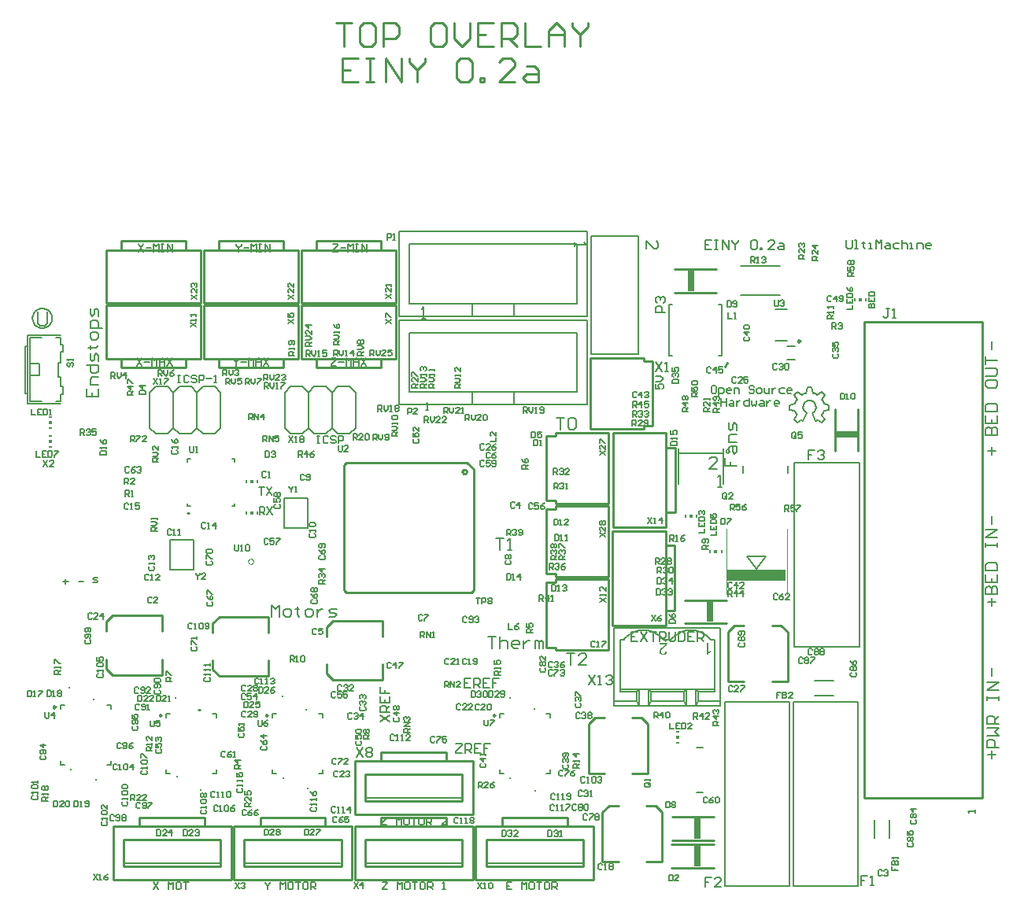
<source format=gto>
G04 Layer_Color=65535*
%FSLAX25Y25*%
%MOIN*%
G70*
G01*
G75*
%ADD11C,0.00800*%
%ADD60C,0.01000*%
%ADD62C,0.00700*%
%ADD119C,0.00394*%
%ADD120C,0.00600*%
%ADD121C,0.00984*%
%ADD122C,0.01000*%
%ADD123C,0.00000*%
%ADD124C,0.00500*%
%ADD125C,0.00787*%
%ADD126C,0.00400*%
%ADD127R,0.01200X0.00590*%
%ADD128R,0.01200X0.00600*%
%ADD129R,0.01200X0.01190*%
%ADD130R,0.00590X0.01200*%
%ADD131R,0.00600X0.01200*%
%ADD132R,0.01190X0.01200*%
%ADD133R,0.24505X0.04921*%
%ADD134R,0.02953X0.08790*%
%ADD135R,0.08790X0.02953*%
G36*
X289983Y100714D02*
X289990Y100722D01*
X290021Y100752D01*
X290074Y100790D01*
X290142Y100843D01*
X290225Y100911D01*
X290323Y100979D01*
X290436Y101062D01*
X290565Y101137D01*
X290573D01*
X290580Y101145D01*
X290625Y101175D01*
X290693Y101213D01*
X290777Y101259D01*
X290875Y101311D01*
X290981Y101357D01*
X291094Y101410D01*
X291200Y101455D01*
Y100858D01*
X291192D01*
X291177Y100850D01*
X291147Y100835D01*
X291117Y100812D01*
X291072Y100790D01*
X291019Y100767D01*
X290898Y100699D01*
X290761Y100616D01*
X290610Y100518D01*
X290459Y100404D01*
X290316Y100283D01*
X290308Y100276D01*
X290300Y100268D01*
X290255Y100223D01*
X290187Y100155D01*
X290104Y100072D01*
X290013Y99966D01*
X289922Y99852D01*
X289839Y99731D01*
X289771Y99610D01*
X289370D01*
Y104600D01*
X289983D01*
Y100714D01*
D02*
G37*
G36*
X272692Y104592D02*
Y104562D01*
Y104517D01*
X272685Y104464D01*
X272677Y104403D01*
X272670Y104335D01*
X272647Y104260D01*
X272624Y104184D01*
Y104177D01*
X272617Y104169D01*
X272602Y104124D01*
X272571Y104063D01*
X272526Y103972D01*
X272473Y103874D01*
X272398Y103761D01*
X272322Y103647D01*
X272224Y103526D01*
Y103519D01*
X272209Y103511D01*
X272171Y103466D01*
X272110Y103398D01*
X272020Y103307D01*
X271906Y103201D01*
X271770Y103073D01*
X271604Y102929D01*
X271422Y102770D01*
X271415Y102763D01*
X271385Y102740D01*
X271347Y102710D01*
X271294Y102657D01*
X271226Y102604D01*
X271150Y102536D01*
X270984Y102392D01*
X270802Y102219D01*
X270621Y102045D01*
X270530Y101962D01*
X270455Y101878D01*
X270387Y101795D01*
X270326Y101720D01*
Y101712D01*
X270311Y101705D01*
X270296Y101682D01*
X270281Y101652D01*
X270235Y101576D01*
X270182Y101478D01*
X270130Y101364D01*
X270084Y101243D01*
X270054Y101107D01*
X270039Y100979D01*
Y100971D01*
Y100964D01*
X270046Y100918D01*
X270054Y100850D01*
X270069Y100767D01*
X270107Y100669D01*
X270152Y100570D01*
X270213Y100465D01*
X270304Y100366D01*
X270319Y100359D01*
X270349Y100329D01*
X270409Y100291D01*
X270485Y100238D01*
X270583Y100192D01*
X270697Y100155D01*
X270833Y100125D01*
X270984Y100117D01*
X271029D01*
X271059Y100125D01*
X271135Y100132D01*
X271233Y100147D01*
X271347Y100185D01*
X271468Y100230D01*
X271581Y100298D01*
X271687Y100389D01*
X271694Y100404D01*
X271725Y100434D01*
X271770Y100495D01*
X271815Y100578D01*
X271868Y100684D01*
X271906Y100805D01*
X271936Y100949D01*
X271952Y101115D01*
X272579Y101047D01*
Y101039D01*
Y101017D01*
X272571Y100979D01*
X272564Y100933D01*
X272549Y100873D01*
X272541Y100805D01*
X272496Y100654D01*
X272435Y100480D01*
X272352Y100306D01*
X272239Y100132D01*
X272178Y100056D01*
X272103Y99981D01*
X272095Y99973D01*
X272080Y99966D01*
X272057Y99943D01*
X272027Y99920D01*
X271982Y99898D01*
X271929Y99860D01*
X271868Y99830D01*
X271800Y99792D01*
X271725Y99762D01*
X271642Y99724D01*
X271543Y99694D01*
X271445Y99671D01*
X271218Y99625D01*
X271097Y99618D01*
X270969Y99610D01*
X270901D01*
X270848Y99618D01*
X270787Y99625D01*
X270719Y99633D01*
X270644Y99641D01*
X270561Y99663D01*
X270379Y99709D01*
X270190Y99777D01*
X270092Y99822D01*
X270001Y99875D01*
X269918Y99943D01*
X269835Y100011D01*
X269827Y100019D01*
X269820Y100026D01*
X269797Y100049D01*
X269767Y100079D01*
X269737Y100125D01*
X269699Y100170D01*
X269623Y100283D01*
X269548Y100427D01*
X269479Y100593D01*
X269426Y100782D01*
X269419Y100888D01*
X269411Y100994D01*
Y101009D01*
Y101047D01*
X269419Y101107D01*
X269426Y101183D01*
X269442Y101274D01*
X269464Y101372D01*
X269495Y101478D01*
X269540Y101584D01*
X269548Y101599D01*
X269563Y101637D01*
X269593Y101689D01*
X269638Y101765D01*
X269691Y101856D01*
X269759Y101962D01*
X269850Y102067D01*
X269948Y102188D01*
X269963Y102204D01*
X270001Y102249D01*
X270069Y102317D01*
X270114Y102362D01*
X270167Y102415D01*
X270228Y102476D01*
X270304Y102544D01*
X270379Y102612D01*
X270462Y102695D01*
X270553Y102778D01*
X270659Y102869D01*
X270765Y102960D01*
X270886Y103065D01*
X270893Y103073D01*
X270908Y103088D01*
X270938Y103111D01*
X270976Y103141D01*
X271067Y103217D01*
X271180Y103315D01*
X271294Y103421D01*
X271415Y103526D01*
X271513Y103617D01*
X271551Y103655D01*
X271589Y103693D01*
X271596Y103700D01*
X271611Y103723D01*
X271642Y103753D01*
X271679Y103799D01*
X271763Y103897D01*
X271846Y104018D01*
X269404D01*
Y104600D01*
X272692D01*
Y104592D01*
D02*
G37*
G54D11*
X338300Y201200D02*
X338786Y202166D01*
X339100Y203200D01*
X339200Y206000D02*
X338828Y206939D01*
X338300Y207800D01*
X336200Y209800D02*
X335331Y210270D01*
X334400Y210600D01*
X331500Y210500D02*
X330623Y210215D01*
X329800Y209800D01*
X327700Y207800D02*
X327226Y206933D01*
X326900Y206000D01*
Y203000D02*
X327228Y202068D01*
X327700Y201200D01*
X334200Y202100D02*
X334983Y202676D01*
X335514Y203490D01*
X335726Y204438D01*
X335592Y205401D01*
X335129Y206256D01*
X334396Y206894D01*
X333486Y207235D01*
X332514D01*
X331604Y206894D01*
X330871Y206256D01*
X330408Y205401D01*
X330274Y204438D01*
X330486Y203490D01*
X331017Y202676D01*
X331800Y202100D01*
X299105Y185816D02*
X298561Y186565D01*
X297681Y186279D01*
Y185353D01*
X298561Y185067D01*
X299105Y185816D01*
X285004Y60268D02*
X287858D01*
X285004Y41319D02*
X287858D01*
X304765Y176700D02*
Y179554D01*
X323713Y176700D02*
Y179554D01*
X306533Y141419D02*
X310533Y135951D01*
X314470Y141419D01*
X306533D02*
X314470D01*
X334200Y202100D02*
X335600Y198700D01*
X336400Y199100D01*
X338200Y197900D01*
X339600Y199300D01*
X338300Y201100D02*
X339600Y199300D01*
X339100Y203100D02*
X341300Y203500D01*
Y205500D01*
X339100Y205900D02*
X341300Y205500D01*
X338200Y207800D02*
X339600Y209700D01*
X338200Y211100D02*
X339600Y209700D01*
X336200Y209800D02*
X338200Y211100D01*
X333900Y212900D02*
X334400Y210500D01*
X332000Y212900D02*
X333900D01*
X331500Y210500D02*
X332000Y212900D01*
X327800Y211100D02*
X329700Y209800D01*
X326400Y209700D02*
X327800Y211100D01*
X326400Y209700D02*
X327700Y207800D01*
X324600Y205500D02*
X326900Y205900D01*
X324600Y203500D02*
Y205500D01*
Y203500D02*
X326800Y203100D01*
X326400Y199300D02*
X327600Y201100D01*
X326400Y199300D02*
X327800Y197900D01*
X329600Y199100D01*
X330300Y198700D01*
X331800Y202100D01*
X277400Y172115D02*
Y185127D01*
Y187096D01*
X296349Y185127D02*
Y187096D01*
Y172115D02*
Y185127D01*
X277400D02*
X296349D01*
X168800Y242000D02*
X170466D01*
X169633D01*
Y246998D01*
X168800Y246165D01*
X407602Y192800D02*
X412600D01*
Y195299D01*
X411767Y196132D01*
X410934D01*
X410101Y195299D01*
Y192800D01*
Y195299D01*
X409268Y196132D01*
X408435D01*
X407602Y195299D01*
Y192800D01*
Y201131D02*
Y197798D01*
X412600D01*
Y201131D01*
X410101Y197798D02*
Y199464D01*
X407602Y202797D02*
X412600D01*
Y205296D01*
X411767Y206129D01*
X408435D01*
X407602Y205296D01*
Y202797D01*
Y215293D02*
Y213627D01*
X408435Y212793D01*
X411767D01*
X412600Y213627D01*
Y215293D01*
X411767Y216126D01*
X408435D01*
X407602Y215293D01*
Y217792D02*
X411767D01*
X412600Y218625D01*
Y220291D01*
X411767Y221124D01*
X407602D01*
Y222790D02*
Y226122D01*
Y224456D01*
X412600D01*
X410101Y184200D02*
Y187532D01*
X408435Y185866D02*
X411767D01*
X410101Y229185D02*
Y232518D01*
Y120200D02*
Y123532D01*
X408435Y121866D02*
X411767D01*
X410101Y155189D02*
Y158521D01*
X294300Y170800D02*
X295966D01*
X295133D01*
Y175798D01*
X294300Y174965D01*
X233423Y274309D02*
Y272642D01*
Y273476D01*
X238421D01*
X237588Y274309D01*
X263935Y271567D02*
Y274899D01*
X267267Y271567D01*
X268100D01*
X268933Y272400D01*
Y274066D01*
X268100Y274899D01*
X297102Y183032D02*
Y179700D01*
X299601D01*
Y181366D01*
Y179700D01*
X302100D01*
X298768Y185531D02*
Y187198D01*
X299601Y188031D01*
X302100D01*
Y185531D01*
X301267Y184698D01*
X300434Y185531D01*
Y188031D01*
X302100Y189697D02*
X298768D01*
Y192196D01*
X299601Y193029D01*
X302100D01*
Y194695D02*
Y197194D01*
X301267Y198027D01*
X300434Y197194D01*
Y195528D01*
X299601Y194695D01*
X298768Y195528D01*
Y198027D01*
X293909Y178372D02*
X290576D01*
X293909Y181704D01*
Y182537D01*
X293076Y183370D01*
X291409D01*
X290576Y182537D01*
X407602Y125300D02*
X412600D01*
Y127799D01*
X411767Y128632D01*
X410934D01*
X410101Y127799D01*
Y125300D01*
Y127799D01*
X409268Y128632D01*
X408435D01*
X407602Y127799D01*
Y125300D01*
Y133631D02*
Y130298D01*
X412600D01*
Y133631D01*
X410101Y130298D02*
Y131965D01*
X407602Y135297D02*
X412600D01*
Y137796D01*
X411767Y138629D01*
X408435D01*
X407602Y137796D01*
Y135297D01*
Y145293D02*
Y146960D01*
Y146127D01*
X412600D01*
Y145293D01*
Y146960D01*
Y149459D02*
X407602D01*
X412600Y152791D01*
X407602D01*
X413000Y60400D02*
X408002D01*
Y62899D01*
X408835Y63732D01*
X410501D01*
X411334Y62899D01*
Y60400D01*
X408002Y65398D02*
X413000D01*
X411334Y67064D01*
X413000Y68731D01*
X408002D01*
X413000Y70397D02*
X408002D01*
Y72896D01*
X408835Y73729D01*
X410501D01*
X411334Y72896D01*
Y70397D01*
Y72063D02*
X413000Y73729D01*
X408002Y80393D02*
Y82060D01*
Y81227D01*
X413000D01*
Y80393D01*
Y82060D01*
Y84559D02*
X408002D01*
X413000Y87891D01*
X408002D01*
X291566Y275199D02*
X288900D01*
Y271200D01*
X291566D01*
X288900Y273199D02*
X290233D01*
X292899Y275199D02*
X294232D01*
X293565D01*
Y271200D01*
X292899D01*
X294232D01*
X296231D02*
Y275199D01*
X298897Y271200D01*
Y275199D01*
X300230D02*
Y274532D01*
X301563Y273199D01*
X302895Y274532D01*
Y275199D01*
X301563Y273199D02*
Y271200D01*
X308227Y274532D02*
X308894Y275199D01*
X310226D01*
X310893Y274532D01*
Y271866D01*
X310226Y271200D01*
X308894D01*
X308227Y271866D01*
Y274532D01*
X312226Y271200D02*
Y271866D01*
X312892D01*
Y271200D01*
X312226D01*
X318224D02*
X315558D01*
X318224Y273866D01*
Y274532D01*
X317557Y275199D01*
X316225D01*
X315558Y274532D01*
X320223Y273866D02*
X321556D01*
X322223Y273199D01*
Y271200D01*
X320223D01*
X319557Y271866D01*
X320223Y272533D01*
X322223D01*
X225700Y200098D02*
X229032D01*
X227366D01*
Y195100D01*
X230698Y199265D02*
X231531Y200098D01*
X233198D01*
X234031Y199265D01*
Y195933D01*
X233198Y195100D01*
X231531D01*
X230698Y195933D01*
Y199265D01*
X200200Y148898D02*
X203532D01*
X201866D01*
Y143900D01*
X205198D02*
X206865D01*
X206031D01*
Y148898D01*
X205198Y148065D01*
X230200Y100198D02*
X233532D01*
X231866D01*
Y95200D01*
X238531D02*
X235198D01*
X238531Y98532D01*
Y99365D01*
X237698Y100198D01*
X236031D01*
X235198Y99365D01*
X410101Y55700D02*
Y59032D01*
X408435Y57366D02*
X411767D01*
X410101Y90689D02*
Y94021D01*
X105300Y115700D02*
Y120698D01*
X106966Y119032D01*
X108632Y120698D01*
Y115700D01*
X111131D02*
X112798D01*
X113631Y116533D01*
Y118199D01*
X112798Y119032D01*
X111131D01*
X110298Y118199D01*
Y116533D01*
X111131Y115700D01*
X116130Y119865D02*
Y119032D01*
X115297D01*
X116963D01*
X116130D01*
Y116533D01*
X116963Y115700D01*
X120295D02*
X121961D01*
X122794Y116533D01*
Y118199D01*
X121961Y119032D01*
X120295D01*
X119462Y118199D01*
Y116533D01*
X120295Y115700D01*
X124460Y119032D02*
Y115700D01*
Y117366D01*
X125294Y118199D01*
X126127Y119032D01*
X126960D01*
X129459Y115700D02*
X131958D01*
X132791Y116533D01*
X131958Y117366D01*
X130292D01*
X129459Y118199D01*
X130292Y119032D01*
X132791D01*
X26802Y212332D02*
Y209000D01*
X31800D01*
Y212332D01*
X29301Y209000D02*
Y210666D01*
X31800Y213998D02*
X28468D01*
Y216498D01*
X29301Y217331D01*
X31800D01*
X26802Y222329D02*
X31800D01*
Y219830D01*
X30967Y218997D01*
X29301D01*
X28468Y219830D01*
Y222329D01*
X31800Y223995D02*
Y226494D01*
X30967Y227327D01*
X30134Y226494D01*
Y224828D01*
X29301Y223995D01*
X28468Y224828D01*
Y227327D01*
X27635Y229827D02*
X28468D01*
Y228994D01*
Y230660D01*
Y229827D01*
X30967D01*
X31800Y230660D01*
Y233992D02*
Y235658D01*
X30967Y236491D01*
X29301D01*
X28468Y235658D01*
Y233992D01*
X29301Y233159D01*
X30967D01*
X31800Y233992D01*
X33466Y238157D02*
X28468D01*
Y240656D01*
X29301Y241490D01*
X30967D01*
X31800Y240656D01*
Y238157D01*
Y243156D02*
Y245655D01*
X30967Y246488D01*
X30134Y245655D01*
Y243989D01*
X29301Y243156D01*
X28468Y243989D01*
Y246488D01*
X196900Y107498D02*
X200232D01*
X198566D01*
Y102500D01*
X201898Y107498D02*
Y102500D01*
Y104999D01*
X202731Y105832D01*
X204398D01*
X205231Y104999D01*
Y102500D01*
X209396D02*
X207730D01*
X206897Y103333D01*
Y104999D01*
X207730Y105832D01*
X209396D01*
X210229Y104999D01*
Y104166D01*
X206897D01*
X211895Y105832D02*
Y102500D01*
Y104166D01*
X212728Y104999D01*
X213561Y105832D01*
X214394D01*
X216894Y102500D02*
Y105832D01*
X217727D01*
X218560Y104999D01*
Y102500D01*
Y104999D01*
X219393Y105832D01*
X220226Y104999D01*
Y102500D01*
G54D60*
X74968Y76400D02*
X74232D01*
X74968D01*
X187979Y177222D02*
X187479Y178088D01*
X186479D01*
X185979Y177222D01*
X186479Y176356D01*
X187479D01*
X187979Y177222D01*
X272250Y187500D02*
Y193700D01*
Y187500D02*
X276000D01*
Y159950D02*
Y187500D01*
X272250Y159950D02*
X276000D01*
X272250Y153700D02*
Y159950D01*
X249700Y153700D02*
X272250D01*
X249700D02*
Y193700D01*
X272250D01*
Y159950D02*
Y187500D01*
X317005Y88389D02*
X323698D01*
X298502D02*
X305194D01*
X301257Y112011D02*
X305194D01*
X298502Y109255D02*
X301257Y112011D01*
X298502Y88389D02*
Y109255D01*
X317005Y112011D02*
X320942D01*
X323698Y88389D02*
Y109255D01*
X320942Y112011D02*
X323698Y109255D01*
X257906Y49389D02*
X264598D01*
X239402D02*
X246094D01*
X242158Y73011D02*
X246094D01*
X239402Y70255D02*
X242158Y73011D01*
X239402Y49389D02*
Y70255D01*
X257906Y73011D02*
X261842D01*
X264598Y49389D02*
Y70255D01*
X261842Y73011D02*
X264598Y70255D01*
X263806Y12189D02*
X270498D01*
X245302D02*
X251994D01*
X248058Y35811D02*
X251994D01*
X245302Y33055D02*
X248058Y35811D01*
X245302Y12189D02*
Y33055D01*
X263806Y35811D02*
X267742D01*
X270498Y12189D02*
Y33055D01*
X267742Y35811D02*
X270498Y33055D01*
X230350Y27063D02*
Y30813D01*
X202800D02*
X230350D01*
X202727Y27035D02*
X230277D01*
X196000Y21521D02*
X237112D01*
X196000Y10013D02*
Y21521D01*
Y10013D02*
X237112D01*
Y21521D01*
X191600Y4513D02*
Y27063D01*
Y4513D02*
X241600D01*
Y27063D01*
X230350D02*
X241600D01*
X202800D02*
Y30813D01*
X191600Y27063D02*
X202800D01*
X103911Y109106D02*
Y115798D01*
Y90602D02*
Y97294D01*
X80289Y93357D02*
Y97294D01*
Y93357D02*
X83045Y90602D01*
Y90602D02*
X103911D01*
X80289Y109106D02*
Y113042D01*
X83045Y115798D02*
X103911D01*
X80289Y113042D02*
X83045Y115798D01*
X179130Y54582D02*
Y58332D01*
X151579D02*
X179130D01*
X151506Y54555D02*
X179056D01*
X144780Y49041D02*
X185891D01*
X144780Y37532D02*
Y49041D01*
Y37532D02*
X185891D01*
Y49041D01*
X140380Y32032D02*
Y54582D01*
Y32032D02*
X190380D01*
Y54582D01*
X179130D02*
X190380D01*
X151579D02*
Y58332D01*
X140380Y54582D02*
X151579D01*
X179130Y27023D02*
Y30773D01*
X151579D02*
X179130D01*
X151506Y26996D02*
X179056D01*
X144780Y21482D02*
X185891D01*
X144780Y9973D02*
Y21482D01*
Y9973D02*
X185891D01*
Y21482D01*
X140380Y4473D02*
Y27023D01*
Y4473D02*
X190380D01*
Y27023D01*
X179130D02*
X190380D01*
X151579D02*
Y30773D01*
X140380Y27023D02*
X151579D01*
X152111Y107405D02*
Y114098D01*
Y88902D02*
Y95595D01*
X128489Y91658D02*
Y95595D01*
Y91658D02*
X131245Y88902D01*
Y88902D02*
X152111D01*
X128489Y107405D02*
Y111343D01*
X131245Y114098D02*
X152111D01*
X128489Y111343D02*
X131245Y114098D01*
X58711Y109606D02*
Y116298D01*
Y91102D02*
Y97795D01*
X35089Y93858D02*
Y97795D01*
Y93858D02*
X37845Y91102D01*
Y91102D02*
X58711D01*
X35089Y109606D02*
Y113542D01*
X37845Y116298D02*
X58711D01*
X35089Y113542D02*
X37845Y116298D01*
X136704Y181159D02*
X187979D01*
X135720Y180175D02*
X136704Y181159D01*
X135720Y127000D02*
Y180175D01*
Y127000D02*
X136704Y126000D01*
X189879D01*
X190879Y127000D01*
Y178206D01*
X187979Y181159D02*
X190879Y178206D01*
X117821Y271118D02*
X124021D01*
Y274868D01*
X151570D01*
Y271118D02*
Y274868D01*
Y271118D02*
X157820D01*
Y248568D02*
Y271118D01*
X117821Y248568D02*
X157820D01*
X117821D02*
Y271118D01*
X124021D02*
X151570D01*
X82682D02*
X110232D01*
X76482Y248568D02*
Y271118D01*
Y248568D02*
X116482D01*
Y271118D01*
X110232D02*
X116482D01*
X110232D02*
Y274868D01*
X82682D02*
X110232D01*
X82682Y271118D02*
Y274868D01*
X76482Y271118D02*
X82682D01*
X35143D02*
X41343D01*
Y274868D01*
X68893D01*
Y271118D02*
Y274868D01*
Y271118D02*
X75143D01*
Y248568D02*
Y271118D01*
X35143Y248568D02*
X75143D01*
X35143D02*
Y271118D01*
X41343D02*
X68893D01*
X225389Y163765D02*
X247939D01*
Y193765D01*
X225389D02*
X247939D01*
X225389Y192515D02*
Y193765D01*
X221639Y192515D02*
X225389D01*
X221639Y164965D02*
Y192515D01*
Y164965D02*
X225389D01*
Y163765D02*
Y164965D01*
Y132663D02*
X247939D01*
Y162663D01*
X225389D02*
X247939D01*
X225389Y161413D02*
Y162663D01*
X221639Y161413D02*
X225389D01*
X221639Y133863D02*
Y161413D01*
Y133863D02*
X225389D01*
Y132663D02*
Y133863D01*
X240200Y225300D02*
X262750D01*
X240200Y195300D02*
Y225300D01*
Y195300D02*
X262750D01*
Y196550D01*
X266500D01*
Y224100D01*
X262750D02*
X266500D01*
X262750D02*
Y225300D01*
X280100Y112900D02*
X297858D01*
X280100Y122821D02*
X297858D01*
X343700Y185942D02*
Y203700D01*
X353621Y185942D02*
Y203700D01*
X274581Y9383D02*
X292339D01*
X274581Y19304D02*
X292339D01*
X274672Y21168D02*
X292430D01*
X274672Y31089D02*
X292430D01*
X127948Y27023D02*
Y30773D01*
X100398D02*
X127948D01*
X100325Y26996D02*
X127875D01*
X93598Y21482D02*
X134710D01*
X93598Y9973D02*
Y21482D01*
Y9973D02*
X134710D01*
Y21482D01*
X89198Y4473D02*
Y27023D01*
Y4473D02*
X139198D01*
Y27023D01*
X127948D02*
X139198D01*
X100398D02*
Y30773D01*
X89198Y27023D02*
X100398D01*
X82732Y224996D02*
X110282D01*
X116482D02*
Y247546D01*
X76482D02*
X116482D01*
X76482Y224996D02*
Y247546D01*
Y224996D02*
X82732D01*
Y221246D02*
Y224996D01*
Y221246D02*
X110282D01*
Y224996D01*
X116482D01*
X151620D02*
X157820D01*
X151620Y221246D02*
Y224996D01*
X124071Y221246D02*
X151620D01*
X124071D02*
Y224996D01*
X117821D02*
X124071D01*
X117821D02*
Y247546D01*
X157820D01*
Y224996D02*
Y247546D01*
X124071Y224996D02*
X151620D01*
X41393D02*
X68943D01*
X75143D02*
Y247546D01*
X35143D02*
X75143D01*
X35143Y224996D02*
Y247546D01*
Y224996D02*
X41393D01*
Y221246D02*
Y224996D01*
Y221246D02*
X68943D01*
Y224996D01*
X75143D01*
X225389Y101561D02*
X247939D01*
Y131561D01*
X225389D02*
X247939D01*
X225389Y130311D02*
Y131561D01*
X221639Y130311D02*
X225389D01*
X221639Y102761D02*
Y130311D01*
Y102761D02*
X225389D01*
Y101561D02*
Y102761D01*
X275742Y263100D02*
X293500D01*
X275742Y253179D02*
X293500D01*
X76767Y27023D02*
Y30773D01*
X49217D02*
X76767D01*
X49144Y26996D02*
X76694D01*
X42417Y21482D02*
X83529D01*
X42417Y9973D02*
Y21482D01*
Y9973D02*
X83529D01*
Y21482D01*
X38017Y4473D02*
Y27023D01*
Y4473D02*
X88017D01*
Y27023D01*
X76767D02*
X88017D01*
X49217D02*
Y30773D01*
X38017Y27023D02*
X49217D01*
X272150Y145900D02*
Y152100D01*
Y145900D02*
X275900D01*
Y118350D02*
Y145900D01*
X272150Y118350D02*
X275900D01*
X272150Y112100D02*
Y118350D01*
X249600Y112100D02*
X272150D01*
X249600D02*
Y152100D01*
X272150D01*
Y118350D02*
Y145900D01*
X297000Y221800D02*
X298300Y223200D01*
X356300Y39050D02*
Y240550D01*
X406300D01*
Y39050D02*
Y240550D01*
X356300Y39050D02*
X406300D01*
X132500Y367497D02*
X139164D01*
X135832D01*
Y357500D01*
X147495Y367497D02*
X144163D01*
X142497Y365831D01*
Y359166D01*
X144163Y357500D01*
X147495D01*
X149161Y359166D01*
Y365831D01*
X147495Y367497D01*
X152494Y357500D02*
Y367497D01*
X157492D01*
X159158Y365831D01*
Y362498D01*
X157492Y360832D01*
X152494D01*
X177486Y367497D02*
X174153D01*
X172487Y365831D01*
Y359166D01*
X174153Y357500D01*
X177486D01*
X179152Y359166D01*
Y365831D01*
X177486Y367497D01*
X182484D02*
Y360832D01*
X185816Y357500D01*
X189148Y360832D01*
Y367497D01*
X199145D02*
X192481D01*
Y357500D01*
X199145D01*
X192481Y362498D02*
X195813D01*
X202477Y357500D02*
Y367497D01*
X207476D01*
X209142Y365831D01*
Y362498D01*
X207476Y360832D01*
X202477D01*
X205810D02*
X209142Y357500D01*
X212474Y367497D02*
Y357500D01*
X219139D01*
X222471D02*
Y364164D01*
X225803Y367497D01*
X229135Y364164D01*
Y357500D01*
Y362498D01*
X222471D01*
X232468Y367497D02*
Y365831D01*
X235800Y362498D01*
X239132Y365831D01*
Y367497D01*
X235800Y362498D02*
Y357500D01*
X141665Y352497D02*
X135000D01*
Y342500D01*
X141665D01*
X135000Y347498D02*
X138332D01*
X144997Y352497D02*
X148329D01*
X146663D01*
Y342500D01*
X144997D01*
X148329D01*
X153327D02*
Y352497D01*
X159992Y342500D01*
Y352497D01*
X163324D02*
Y350831D01*
X166656Y347498D01*
X169989Y350831D01*
Y352497D01*
X166656Y347498D02*
Y342500D01*
X183318Y350831D02*
X184984Y352497D01*
X188316D01*
X189982Y350831D01*
Y344166D01*
X188316Y342500D01*
X184984D01*
X183318Y344166D01*
Y350831D01*
X193315Y342500D02*
Y344166D01*
X194981D01*
Y342500D01*
X193315D01*
X208310D02*
X201645D01*
X208310Y349165D01*
Y350831D01*
X206644Y352497D01*
X203311D01*
X201645Y350831D01*
X213308Y349165D02*
X216640D01*
X218306Y347498D01*
Y342500D01*
X213308D01*
X211642Y344166D01*
X213308Y345832D01*
X218306D01*
G54D62*
X141000Y60199D02*
X143666Y56200D01*
Y60199D02*
X141000Y56200D01*
X144999Y59532D02*
X145665Y60199D01*
X146998D01*
X147664Y59532D01*
Y58866D01*
X146998Y58199D01*
X147664Y57533D01*
Y56866D01*
X146998Y56200D01*
X145665D01*
X144999Y56866D01*
Y57533D01*
X145665Y58199D01*
X144999Y58866D01*
Y59532D01*
X145665Y58199D02*
X146998D01*
X239400Y90999D02*
X242066Y87000D01*
Y90999D02*
X239400Y87000D01*
X243399D02*
X244732D01*
X244065D01*
Y90999D01*
X243399Y90332D01*
X246731D02*
X247397Y90999D01*
X248730D01*
X249397Y90332D01*
Y89666D01*
X248730Y88999D01*
X248064D01*
X248730D01*
X249397Y88333D01*
Y87666D01*
X248730Y87000D01*
X247397D01*
X246731Y87666D01*
X366766Y246299D02*
X365433D01*
X366099D01*
Y242966D01*
X365433Y242300D01*
X364766D01*
X364100Y242966D01*
X368099Y242300D02*
X369432D01*
X368765D01*
Y246299D01*
X368099Y245632D01*
X271800Y244800D02*
X267801D01*
Y246799D01*
X268468Y247466D01*
X269801D01*
X270467Y246799D01*
Y244800D01*
X268468Y248799D02*
X267801Y249465D01*
Y250798D01*
X268468Y251465D01*
X269134D01*
X269801Y250798D01*
Y250132D01*
Y250798D01*
X270467Y251465D01*
X271134D01*
X271800Y250798D01*
Y249465D01*
X271134Y248799D01*
X335266Y186199D02*
X332600D01*
Y184199D01*
X333933D01*
X332600D01*
Y182200D01*
X336599Y185532D02*
X337265Y186199D01*
X338598D01*
X339264Y185532D01*
Y184866D01*
X338598Y184199D01*
X337932D01*
X338598D01*
X339264Y183533D01*
Y182867D01*
X338598Y182200D01*
X337265D01*
X336599Y182867D01*
X291466Y5499D02*
X288800D01*
Y3499D01*
X290133D01*
X288800D01*
Y1500D01*
X295464D02*
X292799D01*
X295464Y4166D01*
Y4832D01*
X294798Y5499D01*
X293465D01*
X292799Y4832D01*
X357566Y5899D02*
X354900D01*
Y3899D01*
X356233D01*
X354900D01*
Y1900D01*
X358899D02*
X360232D01*
X359565D01*
Y5899D01*
X358899Y5232D01*
X267800Y223599D02*
X270466Y219600D01*
Y223599D02*
X267800Y219600D01*
X271799D02*
X273132D01*
X272465D01*
Y223599D01*
X271799Y222932D01*
X170500Y203300D02*
X171566D01*
X171033D01*
Y206499D01*
X170500Y205966D01*
X260266Y109399D02*
X257600D01*
Y105400D01*
X260266D01*
X257600Y107399D02*
X258933D01*
X261599Y109399D02*
X264264Y105400D01*
Y109399D02*
X261599Y105400D01*
X265597Y109399D02*
X268263D01*
X266930D01*
Y105400D01*
X269596D02*
Y109399D01*
X271596D01*
X272262Y108732D01*
Y107399D01*
X271596Y106733D01*
X269596D01*
X270929D02*
X272262Y105400D01*
X273595Y109399D02*
Y106067D01*
X274261Y105400D01*
X275594D01*
X276261Y106067D01*
Y109399D01*
X277594D02*
Y105400D01*
X279593D01*
X280259Y106067D01*
Y108732D01*
X279593Y109399D01*
X277594D01*
X284258D02*
X281592D01*
Y105400D01*
X284258D01*
X281592Y107399D02*
X282925D01*
X285591Y105400D02*
Y109399D01*
X287590D01*
X288257Y108732D01*
Y107399D01*
X287590Y106733D01*
X285591D01*
X286924D02*
X288257Y105400D01*
X348600Y275299D02*
Y272300D01*
X349200Y271700D01*
X350399D01*
X350999Y272300D01*
Y275299D01*
X352199Y271700D02*
X353398D01*
X352799D01*
Y275299D01*
X352199D01*
X355798Y274699D02*
Y274099D01*
X355198D01*
X356398D01*
X355798D01*
Y272300D01*
X356398Y271700D01*
X358197D02*
X359397D01*
X358797D01*
Y274099D01*
X358197D01*
X361196Y271700D02*
Y275299D01*
X362396Y274099D01*
X363595Y275299D01*
Y271700D01*
X365395Y274099D02*
X366594D01*
X367194Y273499D01*
Y271700D01*
X365395D01*
X364795Y272300D01*
X365395Y272900D01*
X367194D01*
X370793Y274099D02*
X368993D01*
X368394Y273499D01*
Y272300D01*
X368993Y271700D01*
X370793D01*
X371992Y275299D02*
Y271700D01*
Y273499D01*
X372592Y274099D01*
X373792D01*
X374392Y273499D01*
Y271700D01*
X375591D02*
X376791D01*
X376191D01*
Y274099D01*
X375591D01*
X378590Y271700D02*
Y274099D01*
X380390D01*
X380990Y273499D01*
Y271700D01*
X383989D02*
X382789D01*
X382189Y272300D01*
Y273499D01*
X382789Y274099D01*
X383989D01*
X384588Y273499D01*
Y272900D01*
X382189D01*
X151101Y71200D02*
X155100Y73866D01*
X151101D02*
X155100Y71200D01*
Y75199D02*
X151101D01*
Y77198D01*
X151768Y77864D01*
X153101D01*
X153767Y77198D01*
Y75199D01*
Y76532D02*
X155100Y77864D01*
X151101Y81863D02*
Y79197D01*
X155100D01*
Y81863D01*
X153101Y79197D02*
Y80530D01*
X151101Y85862D02*
Y83196D01*
X153101D01*
Y84529D01*
Y83196D01*
X155100D01*
X183000Y62099D02*
X185666D01*
Y61432D01*
X183000Y58766D01*
Y58100D01*
X185666D01*
X186999D02*
Y62099D01*
X188998D01*
X189664Y61432D01*
Y60099D01*
X188998Y59433D01*
X186999D01*
X188332D02*
X189664Y58100D01*
X193663Y62099D02*
X190997D01*
Y58100D01*
X193663D01*
X190997Y60099D02*
X192330D01*
X197662Y62099D02*
X194996D01*
Y60099D01*
X196329D01*
X194996D01*
Y58100D01*
X189566Y89799D02*
X186900D01*
Y85800D01*
X189566D01*
X186900Y87799D02*
X188233D01*
X190899Y85800D02*
Y89799D01*
X192898D01*
X193564Y89132D01*
Y87799D01*
X192898Y87133D01*
X190899D01*
X192232D02*
X193564Y85800D01*
X197563Y89799D02*
X194897D01*
Y85800D01*
X197563D01*
X194897Y87799D02*
X196230D01*
X201562Y89799D02*
X198896D01*
Y87799D01*
X200229D01*
X198896D01*
Y85800D01*
G54D119*
X211563Y135356D02*
D03*
X219884Y125244D02*
D03*
X212763Y156856D02*
D03*
X221031Y146744D02*
D03*
X215363Y187856D02*
D03*
X223631Y177744D02*
D03*
X273441Y205066D02*
D03*
Y195466D02*
D03*
X287631Y128044D02*
D03*
X279363Y128956D02*
D03*
X19530Y86254D02*
D03*
X29764Y80546D02*
D03*
X30764Y45946D02*
D03*
X20530Y51654D02*
D03*
X74964Y76346D02*
D03*
X64830Y82054D02*
D03*
X75264Y42346D02*
D03*
X65030Y48054D02*
D03*
X109830Y82054D02*
D03*
X119964Y76346D02*
D03*
X120464Y42246D02*
D03*
X110230Y47954D02*
D03*
X216264Y76246D02*
D03*
X206230Y81954D02*
D03*
X216964Y42146D02*
D03*
X206430Y47854D02*
D03*
G54D120*
X262700Y110100D02*
X261728Y110055D01*
X260764Y109920D01*
X259817Y109696D01*
X258894Y109386D01*
X258004Y108992D01*
X257155Y108516D01*
X256353Y107965D01*
X255606Y107341D01*
X254920Y106651D01*
X254300Y105900D01*
X271100D02*
X270480Y106651D01*
X269794Y107341D01*
X269047Y107965D01*
X268245Y108516D01*
X267396Y108992D01*
X266506Y109386D01*
X265583Y109696D01*
X264636Y109920D01*
X263672Y110055D01*
X262700Y110100D01*
X282700D02*
X281728Y110055D01*
X280764Y109920D01*
X279817Y109696D01*
X278894Y109386D01*
X278004Y108992D01*
X277155Y108516D01*
X276353Y107965D01*
X275606Y107341D01*
X274920Y106651D01*
X274300Y105900D01*
X291100D02*
X290480Y106651D01*
X289794Y107341D01*
X289047Y107965D01*
X288245Y108516D01*
X287396Y108992D01*
X286506Y109386D01*
X285583Y109696D01*
X284636Y109920D01*
X283672Y110055D01*
X282700Y110100D01*
X207858Y205587D02*
Y210902D01*
X190142Y205587D02*
Y210902D01*
X159197Y205587D02*
Y241413D01*
X238803D01*
Y205587D02*
Y241413D01*
X159197Y205587D02*
X238803D01*
X207858Y243087D02*
Y248402D01*
X190142Y243087D02*
Y248402D01*
X159197Y243087D02*
Y278913D01*
X238803D01*
Y243087D02*
Y278913D01*
X159197Y243087D02*
X238803D01*
X250200Y78100D02*
X260700D01*
X250200D02*
Y80100D01*
Y111100D01*
X252700Y85100D02*
Y106100D01*
X254400D01*
X252700Y85100D02*
X260700D01*
X250200Y80100D02*
X259700D01*
X252700Y84100D02*
X259700D01*
Y80100D02*
X260700Y78100D01*
X259700Y84100D02*
X260700Y85100D01*
X252700Y84100D02*
Y85100D01*
X264700D02*
X265700Y84100D01*
Y80100D02*
Y84100D01*
X264700Y78100D02*
X265700Y80100D01*
X259700Y84100D02*
X260700Y85100D01*
X259700Y80100D02*
X260700Y78100D01*
X259700Y80100D02*
Y84100D01*
X260700Y78100D02*
Y85100D01*
X264700Y78100D02*
Y85100D01*
X252700Y106100D02*
X254200D01*
X279700Y84100D02*
X280700Y85100D01*
X284700D02*
X285700Y84100D01*
X284700Y78100D02*
X285700Y80100D01*
X279700D02*
X280700Y78100D01*
X279700Y80100D02*
Y84100D01*
X285700Y80100D02*
Y84100D01*
X284700Y78100D02*
Y85100D01*
X280700Y78100D02*
Y85100D01*
X285700Y84100D02*
X292700D01*
X265700D02*
X279700D01*
X265700Y80100D02*
X279700D01*
X285700D02*
X295200D01*
X260700Y78100D02*
X264700D01*
X280700D01*
X284700D01*
X295200D01*
X260700Y85100D02*
X264700D01*
X280700D01*
X284700D01*
X292700D01*
X291000Y106100D02*
X292700D01*
X271200D02*
X274200D01*
X292700Y84100D02*
Y85100D01*
Y106100D01*
X295200Y80100D02*
Y111100D01*
Y78100D02*
Y80100D01*
X250200Y111100D02*
X295200D01*
X196500Y11413D02*
X236679D01*
X145280Y38932D02*
X185458D01*
X145280Y11373D02*
X185458D01*
X1773Y205998D02*
X15773D01*
X1773D02*
Y210498D01*
Y234998D02*
X15773D01*
X2773Y222998D02*
Y233998D01*
X773Y230498D02*
X1773D01*
X773Y225498D02*
Y230498D01*
Y210498D02*
X1773D01*
Y234998D01*
X773Y215498D02*
Y225498D01*
Y210498D02*
Y215498D01*
X2773Y222998D02*
X6773D01*
X2773Y217998D02*
Y222998D01*
X6773Y217998D02*
Y222998D01*
X2773Y217998D02*
X6773D01*
X2773Y206998D02*
Y217998D01*
X15773Y230998D02*
Y233998D01*
Y230998D02*
X16773D01*
Y227998D02*
Y230998D01*
X15773Y227998D02*
X16773D01*
X15773Y223498D02*
Y227998D01*
X14773Y223498D02*
X15773D01*
X14773Y217498D02*
Y223498D01*
Y217498D02*
X15773D01*
Y213498D02*
Y217498D01*
Y213498D02*
X16773D01*
Y209998D02*
Y213498D01*
X15773Y209998D02*
X16773D01*
X15773Y206998D02*
Y209998D01*
X13773Y233998D02*
X15773D01*
X2773D02*
X7773D01*
X2773Y206998D02*
X7773D01*
X13773D02*
X15773D01*
X110813Y195856D02*
X113313Y193356D01*
X118313D02*
X120813Y195856D01*
X123313Y193356D01*
X128313D02*
X130813Y195856D01*
X110813D02*
Y210856D01*
X113313Y213356D01*
X118313D01*
X120813Y210856D01*
X123313Y213356D01*
X128313D01*
X130813Y210856D01*
X120813Y195856D02*
Y210856D01*
X130813Y195856D02*
Y210856D01*
X123313Y193356D02*
X128313D01*
X113313D02*
X118313D01*
X130813Y195856D02*
X133313Y193356D01*
X138313D02*
X140813Y195856D01*
X130813Y210856D02*
X133313Y213356D01*
X138313D01*
X140813Y210856D01*
Y195856D02*
Y210856D01*
X133313Y193356D02*
X138313D01*
X53553Y195856D02*
X56053Y193356D01*
X61053D02*
X63553Y195856D01*
X66053Y193356D01*
X71053D02*
X73553Y195856D01*
X53553D02*
Y210856D01*
X56053Y213356D01*
X61053D01*
X63553Y210856D01*
X66053Y213356D01*
X71053D01*
X73553Y210856D01*
X63553Y195856D02*
Y210856D01*
X73553Y195856D02*
Y210856D01*
X66053Y193356D02*
X71053D01*
X56053D02*
X61053D01*
X73553Y195856D02*
X76053Y193356D01*
X81053D02*
X83553Y195856D01*
X73553Y210856D02*
X76053Y213356D01*
X81053D01*
X83553Y210856D01*
Y195856D02*
Y210856D01*
X76053Y193356D02*
X81053D01*
X94098Y11373D02*
X134277D01*
X42917D02*
X83096D01*
X206833Y3399D02*
X204700D01*
Y200D01*
X206833D01*
X204700Y1799D02*
X205766D01*
X211098Y200D02*
Y3399D01*
X212164Y2333D01*
X213231Y3399D01*
Y200D01*
X215896Y3399D02*
X214830D01*
X214297Y2866D01*
Y733D01*
X214830Y200D01*
X215896D01*
X216430Y733D01*
Y2866D01*
X215896Y3399D01*
X217496D02*
X219629D01*
X218562D01*
Y200D01*
X222294Y3399D02*
X221228D01*
X220695Y2866D01*
Y733D01*
X221228Y200D01*
X222294D01*
X222828Y733D01*
Y2866D01*
X222294Y3399D01*
X223894Y200D02*
Y3399D01*
X225493D01*
X226027Y2866D01*
Y1799D01*
X225493Y1266D01*
X223894D01*
X224960D02*
X226027Y200D01*
X293000Y213699D02*
X291933D01*
X291400Y213166D01*
Y211033D01*
X291933Y210500D01*
X293000D01*
X293533Y211033D01*
Y213166D01*
X293000Y213699D01*
X294599Y209434D02*
Y212633D01*
X296199D01*
X296732Y212100D01*
Y211033D01*
X296199Y210500D01*
X294599D01*
X299397D02*
X298331D01*
X297798Y211033D01*
Y212100D01*
X298331Y212633D01*
X299397D01*
X299931Y212100D01*
Y211566D01*
X297798D01*
X300997Y210500D02*
Y212633D01*
X302596D01*
X303130Y212100D01*
Y210500D01*
X309527Y213166D02*
X308994Y213699D01*
X307928D01*
X307395Y213166D01*
Y212633D01*
X307928Y212100D01*
X308994D01*
X309527Y211566D01*
Y211033D01*
X308994Y210500D01*
X307928D01*
X307395Y211033D01*
X311127Y210500D02*
X312193D01*
X312726Y211033D01*
Y212100D01*
X312193Y212633D01*
X311127D01*
X310594Y212100D01*
Y211033D01*
X311127Y210500D01*
X313793Y212633D02*
Y211033D01*
X314326Y210500D01*
X315925D01*
Y212633D01*
X316992D02*
Y210500D01*
Y211566D01*
X317525Y212100D01*
X318058Y212633D01*
X318591D01*
X322323D02*
X320724D01*
X320191Y212100D01*
Y211033D01*
X320724Y210500D01*
X322323D01*
X324989D02*
X323923D01*
X323390Y211033D01*
Y212100D01*
X323923Y212633D01*
X324989D01*
X325522Y212100D01*
Y211566D01*
X323390D01*
X295600Y208299D02*
Y205100D01*
Y206699D01*
X297733D01*
Y208299D01*
Y205100D01*
X299332Y207233D02*
X300398D01*
X300932Y206699D01*
Y205100D01*
X299332D01*
X298799Y205633D01*
X299332Y206166D01*
X300932D01*
X301998Y207233D02*
Y205100D01*
Y206166D01*
X302531Y206699D01*
X303064Y207233D01*
X303597D01*
X307330Y208299D02*
Y205100D01*
X305730D01*
X305197Y205633D01*
Y206699D01*
X305730Y207233D01*
X307330D01*
X308396D02*
Y205633D01*
X308929Y205100D01*
X309462Y205633D01*
X309995Y205100D01*
X310528Y205633D01*
Y207233D01*
X312128D02*
X313194D01*
X313727Y206699D01*
Y205100D01*
X312128D01*
X311595Y205633D01*
X312128Y206166D01*
X313727D01*
X314794Y207233D02*
Y205100D01*
Y206166D01*
X315327Y206699D01*
X315860Y207233D01*
X316393D01*
X319592Y205100D02*
X318526D01*
X317993Y205633D01*
Y206699D01*
X318526Y207233D01*
X319592D01*
X320125Y206699D01*
Y206166D01*
X317993D01*
X102500Y3399D02*
Y2866D01*
X103566Y1799D01*
X104633Y2866D01*
Y3399D01*
X103566Y1799D02*
Y200D01*
X108898D02*
Y3399D01*
X109964Y2333D01*
X111031Y3399D01*
Y200D01*
X113696Y3399D02*
X112630D01*
X112097Y2866D01*
Y733D01*
X112630Y200D01*
X113696D01*
X114230Y733D01*
Y2866D01*
X113696Y3399D01*
X115296D02*
X117429D01*
X116362D01*
Y200D01*
X120094Y3399D02*
X119028D01*
X118495Y2866D01*
Y733D01*
X119028Y200D01*
X120094D01*
X120627Y733D01*
Y2866D01*
X120094Y3399D01*
X121694Y200D02*
Y3399D01*
X123293D01*
X123827Y2866D01*
Y1799D01*
X123293Y1266D01*
X121694D01*
X122760D02*
X123827Y200D01*
X23500Y130799D02*
X25633D01*
X152000Y3399D02*
X154133D01*
Y2866D01*
X152000Y733D01*
Y200D01*
X154133D01*
X158398D02*
Y3399D01*
X159464Y2333D01*
X160531Y3399D01*
Y200D01*
X163196Y3399D02*
X162130D01*
X161597Y2866D01*
Y733D01*
X162130Y200D01*
X163196D01*
X163730Y733D01*
Y2866D01*
X163196Y3399D01*
X164796D02*
X166929D01*
X165862D01*
Y200D01*
X169594Y3399D02*
X168528D01*
X167995Y2866D01*
Y733D01*
X168528Y200D01*
X169594D01*
X170127Y733D01*
Y2866D01*
X169594Y3399D01*
X171194Y200D02*
Y3399D01*
X172793D01*
X173327Y2866D01*
Y1799D01*
X172793Y1266D01*
X171194D01*
X172260D02*
X173327Y200D01*
X177592D02*
X178658D01*
X178125D01*
Y3399D01*
X177592Y2866D01*
X151600Y30783D02*
X153733D01*
Y30250D01*
X151600Y28117D01*
Y27584D01*
X153733D01*
X157998D02*
Y30783D01*
X159064Y29717D01*
X160131Y30783D01*
Y27584D01*
X162796Y30783D02*
X161730D01*
X161197Y30250D01*
Y28117D01*
X161730Y27584D01*
X162796D01*
X163330Y28117D01*
Y30250D01*
X162796Y30783D01*
X164396D02*
X166528D01*
X165462D01*
Y27584D01*
X169194Y30783D02*
X168128D01*
X167595Y30250D01*
Y28117D01*
X168128Y27584D01*
X169194D01*
X169728Y28117D01*
Y30250D01*
X169194Y30783D01*
X170794Y27584D02*
Y30783D01*
X172393D01*
X172926Y30250D01*
Y29184D01*
X172393Y28651D01*
X170794D01*
X171860D02*
X172926Y27584D01*
X179324D02*
X177192D01*
X179324Y29717D01*
Y30250D01*
X178791Y30783D01*
X177725D01*
X177192Y30250D01*
X29500Y130300D02*
X31100D01*
X31633Y130833D01*
X31100Y131366D01*
X30033D01*
X29500Y131899D01*
X30033Y132433D01*
X31633D01*
X55100Y3399D02*
X57233Y200D01*
Y3399D02*
X55100Y200D01*
X61498D02*
Y3399D01*
X62564Y2333D01*
X63631Y3399D01*
Y200D01*
X66296Y3399D02*
X65230D01*
X64697Y2866D01*
Y733D01*
X65230Y200D01*
X66296D01*
X66830Y733D01*
Y2866D01*
X66296Y3399D01*
X67896D02*
X70029D01*
X68962D01*
Y200D01*
X16900Y130700D02*
X19033D01*
X17966Y131766D02*
Y129633D01*
X6000Y244998D02*
Y240000D01*
X7000Y239000D01*
X8999D01*
X9999Y240000D01*
Y244998D01*
X99900Y170699D02*
X102033D01*
X100966D01*
Y167500D01*
X103099Y170699D02*
X105232Y167500D01*
Y170699D02*
X103099Y167500D01*
X100100Y159100D02*
Y162299D01*
X101699D01*
X102233Y161766D01*
Y160699D01*
X101699Y160166D01*
X100100D01*
X101166D02*
X102233Y159100D01*
X103299Y162299D02*
X105432Y159100D01*
Y162299D02*
X103299Y159100D01*
X48844Y273697D02*
X50977Y270498D01*
Y273697D02*
X48844Y270498D01*
X52043Y272097D02*
X54176D01*
X55242Y270498D02*
Y273697D01*
X56308Y272630D01*
X57375Y273697D01*
Y270498D01*
X58441Y273697D02*
X59507D01*
X58974D01*
Y270498D01*
X58441D01*
X59507D01*
X61107D02*
Y273697D01*
X63239Y270498D01*
Y273697D01*
X90183D02*
Y273163D01*
X91249Y272097D01*
X92315Y273163D01*
Y273697D01*
X91249Y272097D02*
Y270498D01*
X93382Y272097D02*
X95514D01*
X96581Y270498D02*
Y273697D01*
X97647Y272630D01*
X98713Y273697D01*
Y270498D01*
X99780Y273697D02*
X100846D01*
X100313D01*
Y270498D01*
X99780D01*
X100846D01*
X102445D02*
Y273697D01*
X104578Y270498D01*
Y273697D01*
X131128D02*
X133260D01*
Y273163D01*
X131128Y271031D01*
Y270498D01*
X133260D01*
X134327Y272097D02*
X136459D01*
X137525Y270498D02*
Y273697D01*
X138592Y272630D01*
X139658Y273697D01*
Y270498D01*
X140725Y273697D02*
X141791D01*
X141258D01*
Y270498D01*
X140725D01*
X141791D01*
X143390D02*
Y273697D01*
X145523Y270498D01*
Y273697D01*
X48057Y225271D02*
X50189Y222072D01*
Y225271D02*
X48057Y222072D01*
X51256Y223672D02*
X53388D01*
X54455Y222072D02*
Y225271D01*
X55521Y224205D01*
X56587Y225271D01*
Y222072D01*
X57654D02*
Y224205D01*
X58720Y225271D01*
X59786Y224205D01*
Y222072D01*
Y223672D01*
X57654D01*
X60853Y225271D02*
X62985Y222072D01*
Y225271D02*
X60853Y222072D01*
X89002Y225271D02*
Y224738D01*
X90068Y223672D01*
X91134Y224738D01*
Y225271D01*
X90068Y223672D02*
Y222072D01*
X92200Y223672D02*
X94333D01*
X95399Y222072D02*
Y225271D01*
X96466Y224205D01*
X97532Y225271D01*
Y222072D01*
X98598D02*
Y224205D01*
X99665Y225271D01*
X100731Y224205D01*
Y222072D01*
Y223672D01*
X98598D01*
X101797Y225271D02*
X103930Y222072D01*
Y225271D02*
X101797Y222072D01*
X130340Y225271D02*
X132473D01*
Y224738D01*
X130340Y222606D01*
Y222072D01*
X132473D01*
X133539Y223672D02*
X135672D01*
X136738Y222072D02*
Y225271D01*
X137804Y224205D01*
X138871Y225271D01*
Y222072D01*
X139937D02*
Y224205D01*
X141003Y225271D01*
X142070Y224205D01*
Y222072D01*
Y223672D01*
X139937D01*
X143136Y225271D02*
X145269Y222072D01*
Y225271D02*
X143136Y222072D01*
X124435Y192397D02*
X125501D01*
X124968D01*
Y189198D01*
X124435D01*
X125501D01*
X129233Y191864D02*
X128700Y192397D01*
X127634D01*
X127101Y191864D01*
Y189732D01*
X127634Y189198D01*
X128700D01*
X129233Y189732D01*
X132432Y191864D02*
X131899Y192397D01*
X130833D01*
X130299Y191864D01*
Y191331D01*
X130833Y190798D01*
X131899D01*
X132432Y190265D01*
Y189732D01*
X131899Y189198D01*
X130833D01*
X130299Y189732D01*
X133498Y189198D02*
Y192397D01*
X135098D01*
X135631Y191864D01*
Y190798D01*
X135098Y190265D01*
X133498D01*
X65380Y218185D02*
X66446D01*
X65913D01*
Y214986D01*
X65380D01*
X66446D01*
X70178Y217652D02*
X69645Y218185D01*
X68578D01*
X68045Y217652D01*
Y215519D01*
X68578Y214986D01*
X69645D01*
X70178Y215519D01*
X73377Y217652D02*
X72844Y218185D01*
X71777D01*
X71244Y217652D01*
Y217119D01*
X71777Y216585D01*
X72844D01*
X73377Y216052D01*
Y215519D01*
X72844Y214986D01*
X71777D01*
X71244Y215519D01*
X74443Y214986D02*
Y218185D01*
X76043D01*
X76576Y217652D01*
Y216585D01*
X76043Y216052D01*
X74443D01*
X77642Y216585D02*
X79775D01*
X80841Y214986D02*
X81907D01*
X81374D01*
Y218185D01*
X80841Y217652D01*
X267801Y214433D02*
Y212300D01*
X269401D01*
X268867Y213366D01*
Y213899D01*
X269401Y214433D01*
X270467D01*
X271000Y213899D01*
Y212833D01*
X270467Y212300D01*
X267801Y215499D02*
X269934D01*
X271000Y216565D01*
X269934Y217632D01*
X267801D01*
X403300Y32800D02*
Y33866D01*
Y33333D01*
X400101D01*
X400634Y32800D01*
G54D121*
X199803Y74013D02*
X199065Y74440D01*
Y73587D01*
X199803Y74013D01*
X103403D02*
X102665Y74440D01*
Y73587D01*
X103403Y74013D01*
X58403D02*
X57665Y74440D01*
Y73587D01*
X58403Y74013D01*
X13665Y77613D02*
X12927Y78040D01*
Y77187D01*
X13665Y77613D01*
X70151Y159608D02*
X69364D01*
X70151D01*
X329041Y232564D02*
X328303Y232991D01*
Y232138D01*
X329041Y232564D01*
G54D122*
X109830Y82054D02*
D03*
X119964Y76346D02*
D03*
X206000Y81300D02*
D03*
X216500Y76800D02*
D03*
X216964Y42146D02*
D03*
X206300Y47200D02*
D03*
X120400Y43000D02*
D03*
X110200Y47500D02*
D03*
X75264Y42346D02*
D03*
X65030Y48054D02*
D03*
X20000Y51000D02*
D03*
X30800Y46600D02*
D03*
X29764Y80546D02*
D03*
X19600Y85600D02*
D03*
X64341Y81200D02*
D03*
G54D123*
X97613Y139304D02*
X97261Y140153D01*
X96413Y140504D01*
X95564Y140153D01*
X95213Y139304D01*
X95564Y138455D01*
X96413Y138104D01*
X97261Y138455D01*
X97613Y139304D01*
G54D124*
X12300Y242200D02*
X12178Y243205D01*
X11819Y244152D01*
X11244Y244985D01*
X10486Y245656D01*
X9589Y246127D01*
X8606Y246369D01*
X7594D01*
X6611Y246127D01*
X5714Y245656D01*
X4956Y244985D01*
X4381Y244152D01*
X4022Y243205D01*
X3900Y242200D01*
X4022Y241195D01*
X4381Y240248D01*
X4956Y239415D01*
X5714Y238743D01*
X6611Y238273D01*
X7594Y238031D01*
X8606D01*
X9589Y238273D01*
X10486Y238743D01*
X11244Y239415D01*
X11819Y240248D01*
X12178Y241195D01*
X12300Y242200D01*
X326550Y102900D02*
X354050D01*
X326550D02*
Y180900D01*
X354050D01*
Y102900D02*
Y180900D01*
X297045Y1639D02*
Y79639D01*
Y1639D02*
X324545D01*
Y79639D01*
X297045D02*
X324545D01*
X326050Y79600D02*
X353550D01*
Y1600D02*
Y79600D01*
X326050Y1600D02*
X353550D01*
X326050D02*
Y79600D01*
X69600Y162600D02*
Y163781D01*
Y181419D02*
Y182600D01*
X88419Y162600D02*
X89600D01*
X69600D02*
X70781D01*
X89600D02*
Y163781D01*
Y181419D02*
Y182600D01*
X88419D02*
X89600D01*
X69600D02*
X70781D01*
X62074Y135712D02*
X71996D01*
X62074D02*
Y148311D01*
X71996D01*
Y135712D02*
Y148311D01*
X110615Y166099D02*
X120536D01*
Y153500D02*
Y166099D01*
X110615Y153500D02*
X120536D01*
X110615D02*
Y166099D01*
X224700Y157099D02*
Y154600D01*
X225950D01*
X226366Y155017D01*
Y156683D01*
X225950Y157099D01*
X224700D01*
X227199Y154600D02*
X228032D01*
X227616D01*
Y157099D01*
X227199Y156683D01*
X230948Y154600D02*
X229282D01*
X230948Y156266D01*
Y156683D01*
X230531Y157099D01*
X229698D01*
X229282Y156683D01*
X258100Y204500D02*
Y206999D01*
X259350D01*
X259766Y206583D01*
Y205750D01*
X259350Y205333D01*
X258100D01*
X258933D02*
X259766Y204500D01*
X261849D02*
Y206999D01*
X260599Y205750D01*
X262265D01*
X264764Y206999D02*
X263098D01*
Y205750D01*
X263931Y206166D01*
X264348D01*
X264764Y205750D01*
Y204917D01*
X264348Y204500D01*
X263515D01*
X263098Y204917D01*
X298500Y124400D02*
Y126899D01*
X299750D01*
X300166Y126483D01*
Y125650D01*
X299750Y125233D01*
X298500D01*
X299333D02*
X300166Y124400D01*
X302249D02*
Y126899D01*
X300999Y125650D01*
X302665D01*
X304748Y124400D02*
Y126899D01*
X303498Y125650D01*
X305165D01*
X218600Y122400D02*
Y124899D01*
X219850D01*
X220266Y124483D01*
Y123650D01*
X219850Y123233D01*
X218600D01*
X219433D02*
X220266Y122400D01*
X222349D02*
Y124899D01*
X221099Y123650D01*
X222765D01*
X223598Y122400D02*
X224431D01*
X224015D01*
Y124899D01*
X223598Y124483D01*
X204700Y150200D02*
Y152699D01*
X205950D01*
X206366Y152283D01*
Y151450D01*
X205950Y151033D01*
X204700D01*
X205533D02*
X206366Y150200D01*
X207199Y152283D02*
X207616Y152699D01*
X208449D01*
X208865Y152283D01*
Y151866D01*
X208449Y151450D01*
X208032D01*
X208449D01*
X208865Y151033D01*
Y150617D01*
X208449Y150200D01*
X207616D01*
X207199Y150617D01*
X209698D02*
X210115Y150200D01*
X210948D01*
X211365Y150617D01*
Y152283D01*
X210948Y152699D01*
X210115D01*
X209698Y152283D01*
Y151866D01*
X210115Y151450D01*
X211365D01*
X225900Y139900D02*
X223401D01*
Y141150D01*
X223817Y141566D01*
X224650D01*
X225067Y141150D01*
Y139900D01*
Y140733D02*
X225900Y141566D01*
X223817Y142399D02*
X223401Y142816D01*
Y143649D01*
X223817Y144065D01*
X224234D01*
X224650Y143649D01*
Y143232D01*
Y143649D01*
X225067Y144065D01*
X225483D01*
X225900Y143649D01*
Y142816D01*
X225483Y142399D01*
X223817Y144898D02*
X223401Y145315D01*
Y146148D01*
X223817Y146564D01*
X224234D01*
X224650Y146148D01*
X225067Y146564D01*
X225483D01*
X225900Y146148D01*
Y145315D01*
X225483Y144898D01*
X225067D01*
X224650Y145315D01*
X224234Y144898D01*
X223817D01*
X224650Y145315D02*
Y146148D01*
X259766Y210683D02*
X259350Y211099D01*
X258517D01*
X258100Y210683D01*
Y209016D01*
X258517Y208600D01*
X259350D01*
X259766Y209016D01*
X261849Y208600D02*
Y211099D01*
X260599Y209850D01*
X262265D01*
X263098Y210683D02*
X263515Y211099D01*
X264348D01*
X264764Y210683D01*
Y210266D01*
X264348Y209850D01*
X263931D01*
X264348D01*
X264764Y209433D01*
Y209016D01*
X264348Y208600D01*
X263515D01*
X263098Y209016D01*
X300166Y129883D02*
X299750Y130299D01*
X298917D01*
X298500Y129883D01*
Y128217D01*
X298917Y127800D01*
X299750D01*
X300166Y128217D01*
X302249Y127800D02*
Y130299D01*
X300999Y129050D01*
X302665D01*
X305165Y127800D02*
X303498D01*
X305165Y129466D01*
Y129883D01*
X304748Y130299D01*
X303915D01*
X303498Y129883D01*
X268500Y134300D02*
Y136799D01*
X269750D01*
X270166Y136383D01*
Y135550D01*
X269750Y135133D01*
X268500D01*
X269333D02*
X270166Y134300D01*
X270999Y136383D02*
X271416Y136799D01*
X272249D01*
X272665Y136383D01*
Y135966D01*
X272249Y135550D01*
X271832D01*
X272249D01*
X272665Y135133D01*
Y134716D01*
X272249Y134300D01*
X271416D01*
X270999Y134716D01*
X273498Y136383D02*
X273915Y136799D01*
X274748D01*
X275165Y136383D01*
Y134716D01*
X274748Y134300D01*
X273915D01*
X273498Y134716D01*
Y136383D01*
X257900Y196600D02*
Y199099D01*
X259150D01*
X259566Y198683D01*
Y197850D01*
X259150Y197433D01*
X257900D01*
X258733D02*
X259566Y196600D01*
X262065D02*
X260399D01*
X262065Y198266D01*
Y198683D01*
X261649Y199099D01*
X260816D01*
X260399Y198683D01*
X262898Y197017D02*
X263315Y196600D01*
X264148D01*
X264564Y197017D01*
Y198683D01*
X264148Y199099D01*
X263315D01*
X262898Y198683D01*
Y198266D01*
X263315Y197850D01*
X264564D01*
X267700Y138100D02*
Y140599D01*
X268950D01*
X269366Y140183D01*
Y139350D01*
X268950Y138933D01*
X267700D01*
X268533D02*
X269366Y138100D01*
X271865D02*
X270199D01*
X271865Y139766D01*
Y140183D01*
X271449Y140599D01*
X270616D01*
X270199Y140183D01*
X272698D02*
X273115Y140599D01*
X273948D01*
X274364Y140183D01*
Y139766D01*
X273948Y139350D01*
X274364Y138933D01*
Y138516D01*
X273948Y138100D01*
X273115D01*
X272698Y138516D01*
Y138933D01*
X273115Y139350D01*
X272698Y139766D01*
Y140183D01*
X273115Y139350D02*
X273948D01*
X264600Y157799D02*
X266266Y155300D01*
Y157799D02*
X264600Y155300D01*
X267099D02*
X267932D01*
X267516D01*
Y157799D01*
X267099Y157383D01*
X270431Y155300D02*
Y157799D01*
X269182Y156550D01*
X270848D01*
X167100Y212800D02*
X164601D01*
Y214050D01*
X165017Y214466D01*
X165850D01*
X166267Y214050D01*
Y212800D01*
Y213633D02*
X167100Y214466D01*
Y216965D02*
Y215299D01*
X165434Y216965D01*
X165017D01*
X164601Y216549D01*
Y215716D01*
X165017Y215299D01*
X164601Y217798D02*
Y219464D01*
X165017D01*
X166683Y217798D01*
X167100D01*
X139700Y190700D02*
Y193199D01*
X140950D01*
X141366Y192783D01*
Y191950D01*
X140950Y191533D01*
X139700D01*
X140533D02*
X141366Y190700D01*
X143865D02*
X142199D01*
X143865Y192366D01*
Y192783D01*
X143449Y193199D01*
X142616D01*
X142199Y192783D01*
X144698D02*
X145115Y193199D01*
X145948D01*
X146364Y192783D01*
Y191116D01*
X145948Y190700D01*
X145115D01*
X144698Y191116D01*
Y192783D01*
X114900Y226400D02*
X112401D01*
Y227650D01*
X112817Y228066D01*
X113650D01*
X114067Y227650D01*
Y226400D01*
Y227233D02*
X114900Y228066D01*
Y228899D02*
Y229732D01*
Y229316D01*
X112401D01*
X112817Y228899D01*
X114483Y230982D02*
X114900Y231398D01*
Y232231D01*
X114483Y232648D01*
X112817D01*
X112401Y232231D01*
Y231398D01*
X112817Y230982D01*
X113234D01*
X113650Y231398D01*
Y232648D01*
X95400Y199200D02*
Y201699D01*
X96650D01*
X97066Y201283D01*
Y200450D01*
X96650Y200033D01*
X95400D01*
X96233D02*
X97066Y199200D01*
X97899D02*
Y201699D01*
X99565Y199200D01*
Y201699D01*
X101648Y199200D02*
Y201699D01*
X100398Y200450D01*
X102065D01*
X146900Y226300D02*
Y228799D01*
X148150D01*
X148566Y228383D01*
Y227550D01*
X148150Y227133D01*
X146900D01*
X147733D02*
X148566Y226300D01*
X149399Y228799D02*
Y227133D01*
X150232Y226300D01*
X151065Y227133D01*
Y228799D01*
X153565Y226300D02*
X151898D01*
X153565Y227966D01*
Y228383D01*
X153148Y228799D01*
X152315D01*
X151898Y228383D01*
X156064Y228799D02*
X154398D01*
Y227550D01*
X155231Y227966D01*
X155647D01*
X156064Y227550D01*
Y226716D01*
X155647Y226300D01*
X154814D01*
X154398Y226716D01*
X122100Y230500D02*
X119601D01*
Y231750D01*
X120017Y232166D01*
X120850D01*
X121267Y231750D01*
Y230500D01*
Y231333D02*
X122100Y232166D01*
X119601Y232999D02*
X121267D01*
X122100Y233832D01*
X121267Y234665D01*
X119601D01*
X122100Y237164D02*
Y235498D01*
X120434Y237164D01*
X120017D01*
X119601Y236748D01*
Y235915D01*
X120017Y235498D01*
X122100Y239247D02*
X119601D01*
X120850Y237998D01*
Y239664D01*
X101900Y215900D02*
Y218399D01*
X103150D01*
X103566Y217983D01*
Y217150D01*
X103150Y216733D01*
X101900D01*
X102733D02*
X103566Y215900D01*
X104399Y218399D02*
Y216733D01*
X105232Y215900D01*
X106065Y216733D01*
Y218399D01*
X108564Y215900D02*
X106898D01*
X108564Y217566D01*
Y217983D01*
X108148Y218399D01*
X107315D01*
X106898Y217983D01*
X109398D02*
X109814Y218399D01*
X110647D01*
X111064Y217983D01*
Y217566D01*
X110647Y217150D01*
X110231D01*
X110647D01*
X111064Y216733D01*
Y216317D01*
X110647Y215900D01*
X109814D01*
X109398Y216317D01*
X169900Y198100D02*
Y200599D01*
X171150D01*
X171566Y200183D01*
Y199350D01*
X171150Y198933D01*
X169900D01*
X170733D02*
X171566Y198100D01*
X172399Y200599D02*
Y198933D01*
X173232Y198100D01*
X174065Y198933D01*
Y200599D01*
X176565Y198100D02*
X174898D01*
X176565Y199766D01*
Y200183D01*
X176148Y200599D01*
X175315D01*
X174898Y200183D01*
X179064Y198100D02*
X177398D01*
X179064Y199766D01*
Y200183D01*
X178647Y200599D01*
X177814D01*
X177398Y200183D01*
X178100Y202000D02*
Y204499D01*
X179350D01*
X179766Y204083D01*
Y203250D01*
X179350Y202833D01*
X178100D01*
X178933D02*
X179766Y202000D01*
X180599Y204499D02*
Y202833D01*
X181432Y202000D01*
X182265Y202833D01*
Y204499D01*
X184765Y202000D02*
X183098D01*
X184765Y203666D01*
Y204083D01*
X184348Y204499D01*
X183515D01*
X183098Y204083D01*
X185598Y202000D02*
X186431D01*
X186014D01*
Y204499D01*
X185598Y204083D01*
X187200Y198900D02*
Y201399D01*
X188450D01*
X188866Y200983D01*
Y200150D01*
X188450Y199733D01*
X187200D01*
X188033D02*
X188866Y198900D01*
X189699Y201399D02*
Y199733D01*
X190532Y198900D01*
X191365Y199733D01*
Y201399D01*
X193865Y198900D02*
X192198D01*
X193865Y200566D01*
Y200983D01*
X193448Y201399D01*
X192615D01*
X192198Y200983D01*
X194698D02*
X195114Y201399D01*
X195947D01*
X196364Y200983D01*
Y199317D01*
X195947Y198900D01*
X195114D01*
X194698Y199317D01*
Y200983D01*
X211800Y202100D02*
Y204599D01*
X213050D01*
X213466Y204183D01*
Y203350D01*
X213050Y202933D01*
X211800D01*
X212633D02*
X213466Y202100D01*
X214299Y204599D02*
Y202933D01*
X215132Y202100D01*
X215965Y202933D01*
Y204599D01*
X216798Y202100D02*
X217631D01*
X217215D01*
Y204599D01*
X216798Y204183D01*
X218881Y202517D02*
X219298Y202100D01*
X220131D01*
X220547Y202517D01*
Y204183D01*
X220131Y204599D01*
X219298D01*
X218881Y204183D01*
Y203766D01*
X219298Y203350D01*
X220547D01*
X150300Y202800D02*
Y205299D01*
X151550D01*
X151966Y204883D01*
Y204050D01*
X151550Y203633D01*
X150300D01*
X151133D02*
X151966Y202800D01*
X152799Y205299D02*
Y203633D01*
X153632Y202800D01*
X154465Y203633D01*
Y205299D01*
X155298Y202800D02*
X156131D01*
X155715D01*
Y205299D01*
X155298Y204883D01*
X157381D02*
X157798Y205299D01*
X158631D01*
X159047Y204883D01*
Y204466D01*
X158631Y204050D01*
X159047Y203633D01*
Y203217D01*
X158631Y202800D01*
X157798D01*
X157381Y203217D01*
Y203633D01*
X157798Y204050D01*
X157381Y204466D01*
Y204883D01*
X157798Y204050D02*
X158631D01*
X102000Y212500D02*
Y214999D01*
X103250D01*
X103666Y214583D01*
Y213750D01*
X103250Y213333D01*
X102000D01*
X102833D02*
X103666Y212500D01*
X104499Y214999D02*
Y213333D01*
X105332Y212500D01*
X106165Y213333D01*
Y214999D01*
X106998Y212500D02*
X107831D01*
X107415D01*
Y214999D01*
X106998Y214583D01*
X109081Y214999D02*
X110747D01*
Y214583D01*
X109081Y212916D01*
Y212500D01*
X133900Y230900D02*
X131401D01*
Y232150D01*
X131817Y232566D01*
X132650D01*
X133067Y232150D01*
Y230900D01*
Y231733D02*
X133900Y232566D01*
X131401Y233399D02*
X133067D01*
X133900Y234232D01*
X133067Y235065D01*
X131401D01*
X133900Y235898D02*
Y236731D01*
Y236315D01*
X131401D01*
X131817Y235898D01*
X131401Y239647D02*
X131817Y238814D01*
X132650Y237981D01*
X133484D01*
X133900Y238398D01*
Y239231D01*
X133484Y239647D01*
X133067D01*
X132650Y239231D01*
Y237981D01*
X119800Y226100D02*
Y228599D01*
X121050D01*
X121466Y228183D01*
Y227350D01*
X121050Y226933D01*
X119800D01*
X120633D02*
X121466Y226100D01*
X122299Y228599D02*
Y226933D01*
X123132Y226100D01*
X123965Y226933D01*
Y228599D01*
X124798Y226100D02*
X125631D01*
X125215D01*
Y228599D01*
X124798Y228183D01*
X128547Y228599D02*
X126881D01*
Y227350D01*
X127714Y227766D01*
X128131D01*
X128547Y227350D01*
Y226517D01*
X128131Y226100D01*
X127298D01*
X126881Y226517D01*
X131400Y226200D02*
Y228699D01*
X132650D01*
X133066Y228283D01*
Y227450D01*
X132650Y227033D01*
X131400D01*
X132233D02*
X133066Y226200D01*
X133899Y228699D02*
Y227033D01*
X134732Y226200D01*
X135565Y227033D01*
Y228699D01*
X136398Y226200D02*
X137231D01*
X136815D01*
Y228699D01*
X136398Y228283D01*
X139731Y226200D02*
Y228699D01*
X138481Y227450D01*
X140147D01*
X170700Y212800D02*
X168201D01*
Y214050D01*
X168617Y214466D01*
X169450D01*
X169867Y214050D01*
Y212800D01*
Y213633D02*
X170700Y214466D01*
X168201Y215299D02*
X169867D01*
X170700Y216132D01*
X169867Y216965D01*
X168201D01*
X170700Y217798D02*
Y218631D01*
Y218215D01*
X168201D01*
X168617Y217798D01*
Y219881D02*
X168201Y220298D01*
Y221131D01*
X168617Y221547D01*
X169034D01*
X169450Y221131D01*
Y220714D01*
Y221131D01*
X169867Y221547D01*
X170283D01*
X170700Y221131D01*
Y220298D01*
X170283Y219881D01*
X185300Y212600D02*
X182801D01*
Y213850D01*
X183217Y214266D01*
X184050D01*
X184467Y213850D01*
Y212600D01*
Y213433D02*
X185300Y214266D01*
X182801Y215099D02*
X184467D01*
X185300Y215932D01*
X184467Y216765D01*
X182801D01*
X185300Y217598D02*
Y218431D01*
Y218015D01*
X182801D01*
X183217Y217598D01*
X185300Y221347D02*
Y219681D01*
X183634Y221347D01*
X183217D01*
X182801Y220931D01*
Y220098D01*
X183217Y219681D01*
X174300Y212800D02*
X171801D01*
Y214050D01*
X172217Y214466D01*
X173050D01*
X173467Y214050D01*
Y212800D01*
Y213633D02*
X174300Y214466D01*
X171801Y215299D02*
X173467D01*
X174300Y216132D01*
X173467Y216965D01*
X171801D01*
X174300Y217798D02*
Y218631D01*
Y218215D01*
X171801D01*
X172217Y217798D01*
X174300Y219881D02*
Y220714D01*
Y220298D01*
X171801D01*
X172217Y219881D01*
X158600Y192200D02*
X156101D01*
Y193450D01*
X156517Y193866D01*
X157350D01*
X157767Y193450D01*
Y192200D01*
Y193033D02*
X158600Y193866D01*
X156101Y194699D02*
X157767D01*
X158600Y195532D01*
X157767Y196365D01*
X156101D01*
X158600Y197198D02*
Y198031D01*
Y197615D01*
X156101D01*
X156517Y197198D01*
Y199281D02*
X156101Y199698D01*
Y200531D01*
X156517Y200947D01*
X158184D01*
X158600Y200531D01*
Y199698D01*
X158184Y199281D01*
X156517D01*
X148100Y190600D02*
Y193099D01*
X149350D01*
X149766Y192683D01*
Y191850D01*
X149350Y191433D01*
X148100D01*
X148933D02*
X149766Y190600D01*
X150599Y193099D02*
Y191433D01*
X151432Y190600D01*
X152265Y191433D01*
Y193099D01*
X153098Y191016D02*
X153515Y190600D01*
X154348D01*
X154764Y191016D01*
Y192683D01*
X154348Y193099D01*
X153515D01*
X153098Y192683D01*
Y192266D01*
X153515Y191850D01*
X154764D01*
X144100Y226400D02*
X141601D01*
Y227650D01*
X142017Y228066D01*
X142850D01*
X143267Y227650D01*
Y226400D01*
Y227233D02*
X144100Y228066D01*
X141601Y228899D02*
X143267D01*
X144100Y229732D01*
X143267Y230565D01*
X141601D01*
X142017Y231398D02*
X141601Y231815D01*
Y232648D01*
X142017Y233065D01*
X142434D01*
X142850Y232648D01*
X143267Y233065D01*
X143684D01*
X144100Y232648D01*
Y231815D01*
X143684Y231398D01*
X143267D01*
X142850Y231815D01*
X142434Y231398D01*
X142017D01*
X142850Y231815D02*
Y232648D01*
X94000Y214300D02*
Y216799D01*
X95250D01*
X95666Y216383D01*
Y215550D01*
X95250Y215133D01*
X94000D01*
X94833D02*
X95666Y214300D01*
X96499Y216799D02*
Y215133D01*
X97332Y214300D01*
X98165Y215133D01*
Y216799D01*
X98998D02*
X100664D01*
Y216383D01*
X98998Y214717D01*
Y214300D01*
X57000Y217700D02*
Y220199D01*
X58250D01*
X58666Y219783D01*
Y218950D01*
X58250Y218533D01*
X57000D01*
X57833D02*
X58666Y217700D01*
X59499Y220199D02*
Y218533D01*
X60332Y217700D01*
X61165Y218533D01*
Y220199D01*
X63665D02*
X62831Y219783D01*
X61998Y218950D01*
Y218116D01*
X62415Y217700D01*
X63248D01*
X63665Y218116D01*
Y218533D01*
X63248Y218950D01*
X61998D01*
X85700Y214300D02*
Y216799D01*
X86950D01*
X87366Y216383D01*
Y215550D01*
X86950Y215133D01*
X85700D01*
X86533D02*
X87366Y214300D01*
X88199Y216799D02*
Y215133D01*
X89032Y214300D01*
X89865Y215133D01*
Y216799D01*
X92365D02*
X90698D01*
Y215550D01*
X91531Y215966D01*
X91948D01*
X92365Y215550D01*
Y214717D01*
X91948Y214300D01*
X91115D01*
X90698Y214717D01*
X37200Y216700D02*
Y219199D01*
X38450D01*
X38866Y218783D01*
Y217950D01*
X38450Y217533D01*
X37200D01*
X38033D02*
X38866Y216700D01*
X39699Y219199D02*
Y217533D01*
X40532Y216700D01*
X41365Y217533D01*
Y219199D01*
X43448Y216700D02*
Y219199D01*
X42198Y217950D01*
X43865D01*
X84600Y217900D02*
Y220399D01*
X85850D01*
X86266Y219983D01*
Y219150D01*
X85850Y218733D01*
X84600D01*
X85433D02*
X86266Y217900D01*
X87099Y220399D02*
Y218733D01*
X87932Y217900D01*
X88765Y218733D01*
Y220399D01*
X89598Y219983D02*
X90015Y220399D01*
X90848D01*
X91264Y219983D01*
Y219566D01*
X90848Y219150D01*
X90431D01*
X90848D01*
X91264Y218733D01*
Y218317D01*
X90848Y217900D01*
X90015D01*
X89598Y218317D01*
X162800Y201600D02*
Y204099D01*
X164050D01*
X164466Y203683D01*
Y202850D01*
X164050Y202433D01*
X162800D01*
X166965Y201600D02*
X165299D01*
X166965Y203266D01*
Y203683D01*
X166549Y204099D01*
X165716D01*
X165299Y203683D01*
X154100Y275500D02*
Y277999D01*
X155350D01*
X155766Y277583D01*
Y276750D01*
X155350Y276333D01*
X154100D01*
X156599Y275500D02*
X157432D01*
X157016D01*
Y277999D01*
X156599Y277583D01*
X192400Y3099D02*
X194066Y600D01*
Y3099D02*
X192400Y600D01*
X194899D02*
X195732D01*
X195316D01*
Y3099D01*
X194899Y2683D01*
X196982D02*
X197398Y3099D01*
X198231D01*
X198648Y2683D01*
Y1017D01*
X198231Y600D01*
X197398D01*
X196982Y1017D01*
Y2683D01*
X195300Y72099D02*
Y70016D01*
X195717Y69600D01*
X196550D01*
X196966Y70016D01*
Y72099D01*
X197799D02*
X199465D01*
Y71683D01*
X197799Y70016D01*
Y69600D01*
X192700Y43300D02*
Y45799D01*
X193950D01*
X194366Y45383D01*
Y44550D01*
X193950Y44133D01*
X192700D01*
X193533D02*
X194366Y43300D01*
X196865D02*
X195199D01*
X196865Y44966D01*
Y45383D01*
X196449Y45799D01*
X195616D01*
X195199Y45383D01*
X199364Y45799D02*
X198531Y45383D01*
X197698Y44550D01*
Y43716D01*
X198115Y43300D01*
X198948D01*
X199364Y43716D01*
Y44133D01*
X198948Y44550D01*
X197698D01*
X202000Y91100D02*
X199501D01*
Y92350D01*
X199917Y92766D01*
X200750D01*
X201167Y92350D01*
Y91100D01*
Y91933D02*
X202000Y92766D01*
Y93599D02*
Y94432D01*
Y94016D01*
X199501D01*
X199917Y93599D01*
X199501Y97348D02*
Y95682D01*
X200750D01*
X200334Y96515D01*
Y96931D01*
X200750Y97348D01*
X201584D01*
X202000Y96931D01*
Y96098D01*
X201584Y95682D01*
X235400Y51800D02*
X232901D01*
Y53050D01*
X233317Y53466D01*
X234150D01*
X234567Y53050D01*
Y51800D01*
Y52633D02*
X235400Y53466D01*
Y54299D02*
Y55132D01*
Y54716D01*
X232901D01*
X233317Y54299D01*
X235400Y57631D02*
X232901D01*
X234150Y56382D01*
Y58048D01*
X202700Y25299D02*
Y22800D01*
X203950D01*
X204366Y23216D01*
Y24883D01*
X203950Y25299D01*
X202700D01*
X205199Y24883D02*
X205616Y25299D01*
X206449D01*
X206865Y24883D01*
Y24466D01*
X206449Y24050D01*
X206032D01*
X206449D01*
X206865Y23633D01*
Y23216D01*
X206449Y22800D01*
X205616D01*
X205199Y23216D01*
X209365Y22800D02*
X207698D01*
X209365Y24466D01*
Y24883D01*
X208948Y25299D01*
X208115D01*
X207698Y24883D01*
X222300Y25199D02*
Y22700D01*
X223550D01*
X223966Y23117D01*
Y24783D01*
X223550Y25199D01*
X222300D01*
X224799Y24783D02*
X225216Y25199D01*
X226049D01*
X226465Y24783D01*
Y24366D01*
X226049Y23950D01*
X225632D01*
X226049D01*
X226465Y23533D01*
Y23117D01*
X226049Y22700D01*
X225216D01*
X224799Y23117D01*
X227298Y22700D02*
X228131D01*
X227715D01*
Y25199D01*
X227298Y24783D01*
X189700Y84199D02*
Y81700D01*
X190950D01*
X191366Y82117D01*
Y83783D01*
X190950Y84199D01*
X189700D01*
X192199Y83783D02*
X192616Y84199D01*
X193449D01*
X193865Y83783D01*
Y83366D01*
X193449Y82950D01*
X193032D01*
X193449D01*
X193865Y82533D01*
Y82117D01*
X193449Y81700D01*
X192616D01*
X192199Y82117D01*
X194698Y83783D02*
X195115Y84199D01*
X195948D01*
X196364Y83783D01*
Y82117D01*
X195948Y81700D01*
X195115D01*
X194698Y82117D01*
Y83783D01*
X197200Y84299D02*
Y81800D01*
X198450D01*
X198866Y82217D01*
Y83883D01*
X198450Y84299D01*
X197200D01*
X201365Y81800D02*
X199699D01*
X201365Y83466D01*
Y83883D01*
X200949Y84299D01*
X200116D01*
X199699Y83883D01*
X202198Y82217D02*
X202615Y81800D01*
X203448D01*
X203865Y82217D01*
Y83883D01*
X203448Y84299D01*
X202615D01*
X202198Y83883D01*
Y83466D01*
X202615Y83050D01*
X203865D01*
X225266Y40483D02*
X224850Y40899D01*
X224016D01*
X223600Y40483D01*
Y38816D01*
X224016Y38400D01*
X224850D01*
X225266Y38816D01*
X226099Y38400D02*
X226932D01*
X226516D01*
Y40899D01*
X226099Y40483D01*
X228182Y38400D02*
X229015D01*
X228598D01*
Y40899D01*
X228182Y40483D01*
X230264Y38816D02*
X230681Y38400D01*
X231514D01*
X231931Y38816D01*
Y40483D01*
X231514Y40899D01*
X230681D01*
X230264Y40483D01*
Y40066D01*
X230681Y39650D01*
X231931D01*
X184266Y30283D02*
X183850Y30699D01*
X183017D01*
X182600Y30283D01*
Y28616D01*
X183017Y28200D01*
X183850D01*
X184266Y28616D01*
X185099Y28200D02*
X185932D01*
X185516D01*
Y30699D01*
X185099Y30283D01*
X187182Y28200D02*
X188015D01*
X187598D01*
Y30699D01*
X187182Y30283D01*
X189265D02*
X189681Y30699D01*
X190514D01*
X190931Y30283D01*
Y29866D01*
X190514Y29450D01*
X190931Y29033D01*
Y28616D01*
X190514Y28200D01*
X189681D01*
X189265Y28616D01*
Y29033D01*
X189681Y29450D01*
X189265Y29866D01*
Y30283D01*
X189681Y29450D02*
X190514D01*
X224966Y35783D02*
X224550Y36199D01*
X223716D01*
X223300Y35783D01*
Y34117D01*
X223716Y33700D01*
X224550D01*
X224966Y34117D01*
X225799Y33700D02*
X226632D01*
X226216D01*
Y36199D01*
X225799Y35783D01*
X227882Y33700D02*
X228715D01*
X228298D01*
Y36199D01*
X227882Y35783D01*
X229964Y36199D02*
X231631D01*
Y35783D01*
X229964Y34117D01*
Y33700D01*
X219117Y94166D02*
X218701Y93750D01*
Y92917D01*
X219117Y92500D01*
X220783D01*
X221200Y92917D01*
Y93750D01*
X220783Y94166D01*
X219117Y94999D02*
X218701Y95416D01*
Y96249D01*
X219117Y96665D01*
X219534D01*
X219950Y96249D01*
X220367Y96665D01*
X220783D01*
X221200Y96249D01*
Y95416D01*
X220783Y94999D01*
X220367D01*
X219950Y95416D01*
X219534Y94999D01*
X219117D01*
X219950Y95416D02*
Y96249D01*
X221200Y99164D02*
Y97498D01*
X219534Y99164D01*
X219117D01*
X218701Y98748D01*
Y97915D01*
X219117Y97498D01*
X234266Y35883D02*
X233850Y36299D01*
X233016D01*
X232600Y35883D01*
Y34216D01*
X233016Y33800D01*
X233850D01*
X234266Y34216D01*
X235099Y35883D02*
X235516Y36299D01*
X236349D01*
X236765Y35883D01*
Y35466D01*
X236349Y35050D01*
X236765Y34633D01*
Y34216D01*
X236349Y33800D01*
X235516D01*
X235099Y34216D01*
Y34633D01*
X235516Y35050D01*
X235099Y35466D01*
Y35883D01*
X235516Y35050D02*
X236349D01*
X237598Y35883D02*
X238015Y36299D01*
X238848D01*
X239264Y35883D01*
Y34216D01*
X238848Y33800D01*
X238015D01*
X237598Y34216D01*
Y35883D01*
X238866Y31783D02*
X238450Y32199D01*
X237616D01*
X237200Y31783D01*
Y30117D01*
X237616Y29700D01*
X238450D01*
X238866Y30117D01*
X239699Y32199D02*
X241365D01*
Y31783D01*
X239699Y30117D01*
Y29700D01*
X242198Y31783D02*
X242615Y32199D01*
X243448D01*
X243864Y31783D01*
Y31366D01*
X243448Y30950D01*
X243864Y30533D01*
Y30117D01*
X243448Y29700D01*
X242615D01*
X242198Y30117D01*
Y30533D01*
X242615Y30950D01*
X242198Y31366D01*
Y31783D01*
X242615Y30950D02*
X243448D01*
X228566Y50383D02*
X228150Y50799D01*
X227316D01*
X226900Y50383D01*
Y48717D01*
X227316Y48300D01*
X228150D01*
X228566Y48717D01*
X229399Y50799D02*
X231065D01*
Y50383D01*
X229399Y48717D01*
Y48300D01*
X233564Y50799D02*
X232731Y50383D01*
X231898Y49550D01*
Y48717D01*
X232315Y48300D01*
X233148D01*
X233564Y48717D01*
Y49133D01*
X233148Y49550D01*
X231898D01*
X224066Y92883D02*
X223650Y93299D01*
X222816D01*
X222400Y92883D01*
Y91216D01*
X222816Y90800D01*
X223650D01*
X224066Y91216D01*
X224899Y93299D02*
X226565D01*
Y92883D01*
X224899Y91216D01*
Y90800D01*
X227398Y92883D02*
X227815Y93299D01*
X228648D01*
X229064Y92883D01*
Y92466D01*
X228648Y92050D01*
X228231D01*
X228648D01*
X229064Y91633D01*
Y91216D01*
X228648Y90800D01*
X227815D01*
X227398Y91216D01*
X193817Y53566D02*
X193401Y53150D01*
Y52316D01*
X193817Y51900D01*
X195484D01*
X195900Y52316D01*
Y53150D01*
X195484Y53566D01*
X195900Y55649D02*
X193401D01*
X194650Y54399D01*
Y56065D01*
X195900Y56898D02*
Y57731D01*
Y57315D01*
X193401D01*
X193817Y56898D01*
X228817Y53166D02*
X228401Y52750D01*
Y51916D01*
X228817Y51500D01*
X230484D01*
X230900Y51916D01*
Y52750D01*
X230484Y53166D01*
X228817Y53999D02*
X228401Y54416D01*
Y55249D01*
X228817Y55665D01*
X229234D01*
X229650Y55249D01*
Y54832D01*
Y55249D01*
X230067Y55665D01*
X230484D01*
X230900Y55249D01*
Y54416D01*
X230484Y53999D01*
Y56498D02*
X230900Y56915D01*
Y57748D01*
X230484Y58165D01*
X228817D01*
X228401Y57748D01*
Y56915D01*
X228817Y56498D01*
X229234D01*
X229650Y56915D01*
Y58165D01*
X235666Y74783D02*
X235250Y75199D01*
X234417D01*
X234000Y74783D01*
Y73116D01*
X234417Y72700D01*
X235250D01*
X235666Y73116D01*
X236499Y74783D02*
X236916Y75199D01*
X237749D01*
X238165Y74783D01*
Y74366D01*
X237749Y73950D01*
X237332D01*
X237749D01*
X238165Y73533D01*
Y73116D01*
X237749Y72700D01*
X236916D01*
X236499Y73116D01*
X238998Y74783D02*
X239415Y75199D01*
X240248D01*
X240665Y74783D01*
Y74366D01*
X240248Y73950D01*
X240665Y73533D01*
Y73116D01*
X240248Y72700D01*
X239415D01*
X238998Y73116D01*
Y73533D01*
X239415Y73950D01*
X238998Y74366D01*
Y74783D01*
X239415Y73950D02*
X240248D01*
X234217Y79166D02*
X233801Y78750D01*
Y77917D01*
X234217Y77500D01*
X235883D01*
X236300Y77917D01*
Y78750D01*
X235883Y79166D01*
X234217Y79999D02*
X233801Y80416D01*
Y81249D01*
X234217Y81665D01*
X234634D01*
X235050Y81249D01*
Y80832D01*
Y81249D01*
X235467Y81665D01*
X235883D01*
X236300Y81249D01*
Y80416D01*
X235883Y79999D01*
X233801Y82498D02*
Y84165D01*
X234217D01*
X235883Y82498D01*
X236300D01*
X224066Y96283D02*
X223650Y96699D01*
X222816D01*
X222400Y96283D01*
Y94617D01*
X222816Y94200D01*
X223650D01*
X224066Y94617D01*
X224899Y96283D02*
X225316Y96699D01*
X226149D01*
X226565Y96283D01*
Y95866D01*
X226149Y95450D01*
X225732D01*
X226149D01*
X226565Y95033D01*
Y94617D01*
X226149Y94200D01*
X225316D01*
X224899Y94617D01*
X229064Y96699D02*
X228231Y96283D01*
X227398Y95450D01*
Y94617D01*
X227815Y94200D01*
X228648D01*
X229064Y94617D01*
Y95033D01*
X228648Y95450D01*
X227398D01*
X236666Y41783D02*
X236250Y42199D01*
X235417D01*
X235000Y41783D01*
Y40117D01*
X235417Y39700D01*
X236250D01*
X236666Y40117D01*
X237499Y41783D02*
X237916Y42199D01*
X238749D01*
X239165Y41783D01*
Y41366D01*
X238749Y40950D01*
X238332D01*
X238749D01*
X239165Y40533D01*
Y40117D01*
X238749Y39700D01*
X237916D01*
X237499Y40117D01*
X239998Y39700D02*
X240831D01*
X240415D01*
Y42199D01*
X239998Y41783D01*
X245266Y10783D02*
X244850Y11199D01*
X244017D01*
X243600Y10783D01*
Y9116D01*
X244017Y8700D01*
X244850D01*
X245266Y9116D01*
X246099Y8700D02*
X246932D01*
X246516D01*
Y11199D01*
X246099Y10783D01*
X248182D02*
X248598Y11199D01*
X249431D01*
X249848Y10783D01*
Y10366D01*
X249431Y9950D01*
X249848Y9533D01*
Y9116D01*
X249431Y8700D01*
X248598D01*
X248182Y9116D01*
Y9533D01*
X248598Y9950D01*
X248182Y10366D01*
Y10783D01*
X248598Y9950D02*
X249431D01*
X191800Y123699D02*
X193466D01*
X192633D01*
Y121200D01*
X194299D02*
Y123699D01*
X195549D01*
X195965Y123283D01*
Y122450D01*
X195549Y122033D01*
X194299D01*
X196798Y123283D02*
X197215Y123699D01*
X198048D01*
X198465Y123283D01*
Y122866D01*
X198048Y122450D01*
X198465Y122033D01*
Y121616D01*
X198048Y121200D01*
X197215D01*
X196798Y121616D01*
Y122033D01*
X197215Y122450D01*
X196798Y122866D01*
Y123283D01*
X197215Y122450D02*
X198048D01*
X140100Y3199D02*
X141766Y700D01*
Y3199D02*
X140100Y700D01*
X143849D02*
Y3199D01*
X142599Y1950D01*
X144265D01*
X99400Y71999D02*
Y69916D01*
X99817Y69500D01*
X100650D01*
X101066Y69916D01*
Y71999D01*
X103565D02*
X102732Y71583D01*
X101899Y70750D01*
Y69916D01*
X102316Y69500D01*
X103149D01*
X103565Y69916D01*
Y70333D01*
X103149Y70750D01*
X101899D01*
X96400Y35200D02*
X93901D01*
Y36450D01*
X94317Y36866D01*
X95150D01*
X95567Y36450D01*
Y35200D01*
Y36033D02*
X96400Y36866D01*
Y39365D02*
Y37699D01*
X94734Y39365D01*
X94317D01*
X93901Y38949D01*
Y38116D01*
X94317Y37699D01*
X93901Y41864D02*
Y40198D01*
X95150D01*
X94734Y41031D01*
Y41448D01*
X95150Y41864D01*
X95983D01*
X96400Y41448D01*
Y40615D01*
X95983Y40198D01*
X113000Y96700D02*
Y99199D01*
X114250D01*
X114666Y98783D01*
Y97950D01*
X114250Y97533D01*
X113000D01*
X113833D02*
X114666Y96700D01*
X115499D02*
X116332D01*
X115916D01*
Y99199D01*
X115499Y98783D01*
X117582D02*
X117998Y99199D01*
X118831D01*
X119248Y98783D01*
Y97117D01*
X118831Y96700D01*
X117998D01*
X117582Y97117D01*
Y98783D01*
X146500Y64000D02*
X144001D01*
Y65250D01*
X144417Y65666D01*
X145250D01*
X145667Y65250D01*
Y64000D01*
Y64833D02*
X146500Y65666D01*
X144417Y66499D02*
X144001Y66916D01*
Y67749D01*
X144417Y68165D01*
X144834D01*
X145250Y67749D01*
X145667Y68165D01*
X146083D01*
X146500Y67749D01*
Y66916D01*
X146083Y66499D01*
X145667D01*
X145250Y66916D01*
X144834Y66499D01*
X144417D01*
X145250Y66916D02*
Y67749D01*
X102000Y25799D02*
Y23300D01*
X103250D01*
X103666Y23717D01*
Y25383D01*
X103250Y25799D01*
X102000D01*
X106165Y23300D02*
X104499D01*
X106165Y24966D01*
Y25383D01*
X105749Y25799D01*
X104916D01*
X104499Y25383D01*
X106998D02*
X107415Y25799D01*
X108248D01*
X108665Y25383D01*
Y24966D01*
X108248Y24550D01*
X108665Y24133D01*
Y23717D01*
X108248Y23300D01*
X107415D01*
X106998Y23717D01*
Y24133D01*
X107415Y24550D01*
X106998Y24966D01*
Y25383D01*
X107415Y24550D02*
X108248D01*
X119100Y25699D02*
Y23200D01*
X120350D01*
X120766Y23617D01*
Y25283D01*
X120350Y25699D01*
X119100D01*
X123265Y23200D02*
X121599D01*
X123265Y24866D01*
Y25283D01*
X122849Y25699D01*
X122016D01*
X121599Y25283D01*
X124098Y25699D02*
X125765D01*
Y25283D01*
X124098Y23617D01*
Y23200D01*
X99700Y85999D02*
Y83500D01*
X100950D01*
X101366Y83916D01*
Y85583D01*
X100950Y85999D01*
X99700D01*
X103865Y83500D02*
X102199D01*
X103865Y85166D01*
Y85583D01*
X103449Y85999D01*
X102616D01*
X102199Y85583D01*
X106365Y85999D02*
X105531Y85583D01*
X104698Y84750D01*
Y83916D01*
X105115Y83500D01*
X105948D01*
X106365Y83916D01*
Y84333D01*
X105948Y84750D01*
X104698D01*
X93400Y79799D02*
Y77300D01*
X94650D01*
X95066Y77716D01*
Y79383D01*
X94650Y79799D01*
X93400D01*
X97565Y77300D02*
X95899D01*
X97565Y78966D01*
Y79383D01*
X97149Y79799D01*
X96316D01*
X95899Y79383D01*
X100065Y79799D02*
X98398D01*
Y78550D01*
X99231Y78966D01*
X99648D01*
X100065Y78550D01*
Y77716D01*
X99648Y77300D01*
X98815D01*
X98398Y77716D01*
X122017Y35166D02*
X121601Y34750D01*
Y33917D01*
X122017Y33500D01*
X123684D01*
X124100Y33917D01*
Y34750D01*
X123684Y35166D01*
X124100Y35999D02*
Y36832D01*
Y36416D01*
X121601D01*
X122017Y35999D01*
X124100Y38082D02*
Y38915D01*
Y38498D01*
X121601D01*
X122017Y38082D01*
X121601Y41831D02*
X122017Y40998D01*
X122850Y40165D01*
X123684D01*
X124100Y40581D01*
Y41414D01*
X123684Y41831D01*
X123267D01*
X122850Y41414D01*
Y40165D01*
X90817Y43066D02*
X90401Y42650D01*
Y41816D01*
X90817Y41400D01*
X92484D01*
X92900Y41816D01*
Y42650D01*
X92484Y43066D01*
X92900Y43899D02*
Y44732D01*
Y44316D01*
X90401D01*
X90817Y43899D01*
X92900Y45982D02*
Y46815D01*
Y46398D01*
X90401D01*
X90817Y45982D01*
X90401Y49731D02*
Y48065D01*
X91650D01*
X91234Y48898D01*
Y49314D01*
X91650Y49731D01*
X92484D01*
X92900Y49314D01*
Y48481D01*
X92484Y48065D01*
X132266Y34883D02*
X131850Y35299D01*
X131017D01*
X130600Y34883D01*
Y33217D01*
X131017Y32800D01*
X131850D01*
X132266Y33217D01*
X133099Y32800D02*
X133932D01*
X133516D01*
Y35299D01*
X133099Y34883D01*
X135182Y32800D02*
X136015D01*
X135598D01*
Y35299D01*
X135182Y34883D01*
X138514Y32800D02*
Y35299D01*
X137265Y34050D01*
X138931D01*
X99666Y89283D02*
X99250Y89699D01*
X98417D01*
X98000Y89283D01*
Y87616D01*
X98417Y87200D01*
X99250D01*
X99666Y87616D01*
X100499Y87200D02*
X101332D01*
X100916D01*
Y89699D01*
X100499Y89283D01*
X102582Y87200D02*
X103415D01*
X102998D01*
Y89699D01*
X102582Y89283D01*
X104665D02*
X105081Y89699D01*
X105914D01*
X106331Y89283D01*
Y88866D01*
X105914Y88450D01*
X105498D01*
X105914D01*
X106331Y88033D01*
Y87616D01*
X105914Y87200D01*
X105081D01*
X104665Y87616D01*
X157066Y65483D02*
X156650Y65899D01*
X155816D01*
X155400Y65483D01*
Y63816D01*
X155816Y63400D01*
X156650D01*
X157066Y63816D01*
X157899Y63400D02*
X158732D01*
X158316D01*
Y65899D01*
X157899Y65483D01*
X159982Y63400D02*
X160815D01*
X160398D01*
Y65899D01*
X159982Y65483D01*
X163731Y63400D02*
X162065D01*
X163731Y65066D01*
Y65483D01*
X163314Y65899D01*
X162481D01*
X162065Y65483D01*
X174266Y64583D02*
X173850Y64999D01*
X173017D01*
X172600Y64583D01*
Y62916D01*
X173017Y62500D01*
X173850D01*
X174266Y62916D01*
X175099Y64999D02*
X176765D01*
Y64583D01*
X175099Y62916D01*
Y62500D01*
X179264Y64999D02*
X177598D01*
Y63750D01*
X178431Y64166D01*
X178848D01*
X179264Y63750D01*
Y62916D01*
X178848Y62500D01*
X178015D01*
X177598Y62916D01*
X132566Y55283D02*
X132150Y55699D01*
X131316D01*
X130900Y55283D01*
Y53616D01*
X131316Y53200D01*
X132150D01*
X132566Y53616D01*
X133399Y55699D02*
X135065D01*
Y55283D01*
X133399Y53616D01*
Y53200D01*
X137565D02*
X135898D01*
X137565Y54866D01*
Y55283D01*
X137148Y55699D01*
X136315D01*
X135898Y55283D01*
X101017Y60866D02*
X100601Y60450D01*
Y59617D01*
X101017Y59200D01*
X102683D01*
X103100Y59617D01*
Y60450D01*
X102683Y60866D01*
X100601Y63365D02*
X101017Y62532D01*
X101850Y61699D01*
X102683D01*
X103100Y62116D01*
Y62949D01*
X102683Y63365D01*
X102267D01*
X101850Y62949D01*
Y61699D01*
X103100Y65448D02*
X100601D01*
X101850Y64198D01*
Y65864D01*
X132266Y83583D02*
X131850Y83999D01*
X131017D01*
X130600Y83583D01*
Y81916D01*
X131017Y81500D01*
X131850D01*
X132266Y81916D01*
X134765Y83999D02*
X133099D01*
Y82750D01*
X133932Y83166D01*
X134349D01*
X134765Y82750D01*
Y81916D01*
X134349Y81500D01*
X133516D01*
X133099Y81916D01*
X137265Y83999D02*
X135598D01*
Y82750D01*
X136431Y83166D01*
X136848D01*
X137265Y82750D01*
Y81916D01*
X136848Y81500D01*
X136015D01*
X135598Y81916D01*
X141117Y63166D02*
X140701Y62750D01*
Y61917D01*
X141117Y61500D01*
X142783D01*
X143200Y61917D01*
Y62750D01*
X142783Y63166D01*
X140701Y65665D02*
Y63999D01*
X141950D01*
X141534Y64832D01*
Y65249D01*
X141950Y65665D01*
X142783D01*
X143200Y65249D01*
Y64416D01*
X142783Y63999D01*
X141117Y66498D02*
X140701Y66915D01*
Y67748D01*
X141117Y68164D01*
X142783D01*
X143200Y67748D01*
Y66915D01*
X142783Y66498D01*
X141117D01*
X139166Y74583D02*
X138750Y74999D01*
X137917D01*
X137500Y74583D01*
Y72917D01*
X137917Y72500D01*
X138750D01*
X139166Y72917D01*
X139999Y74583D02*
X140416Y74999D01*
X141249D01*
X141665Y74583D01*
Y74166D01*
X141249Y73750D01*
X140832D01*
X141249D01*
X141665Y73333D01*
Y72917D01*
X141249Y72500D01*
X140416D01*
X139999Y72917D01*
X143748Y72500D02*
Y74999D01*
X142498Y73750D01*
X144165D01*
X142917Y77666D02*
X142501Y77250D01*
Y76416D01*
X142917Y76000D01*
X144583D01*
X145000Y76416D01*
Y77250D01*
X144583Y77666D01*
X142917Y78499D02*
X142501Y78916D01*
Y79749D01*
X142917Y80165D01*
X143334D01*
X143750Y79749D01*
Y79332D01*
Y79749D01*
X144167Y80165D01*
X144583D01*
X145000Y79749D01*
Y78916D01*
X144583Y78499D01*
X142917Y80998D02*
X142501Y81415D01*
Y82248D01*
X142917Y82665D01*
X143334D01*
X143750Y82248D01*
Y81831D01*
Y82248D01*
X144167Y82665D01*
X144583D01*
X145000Y82248D01*
Y81415D01*
X144583Y80998D01*
X134866Y86483D02*
X134450Y86899D01*
X133616D01*
X133200Y86483D01*
Y84816D01*
X133616Y84400D01*
X134450D01*
X134866Y84816D01*
X135699Y86483D02*
X136116Y86899D01*
X136949D01*
X137365Y86483D01*
Y86066D01*
X136949Y85650D01*
X136532D01*
X136949D01*
X137365Y85233D01*
Y84816D01*
X136949Y84400D01*
X136116D01*
X135699Y84816D01*
X139865Y84400D02*
X138198D01*
X139865Y86066D01*
Y86483D01*
X139448Y86899D01*
X138615D01*
X138198Y86483D01*
X133266Y49983D02*
X132850Y50399D01*
X132017D01*
X131600Y49983D01*
Y48316D01*
X132017Y47900D01*
X132850D01*
X133266Y48316D01*
X135765Y47900D02*
X134099D01*
X135765Y49566D01*
Y49983D01*
X135349Y50399D01*
X134516D01*
X134099Y49983D01*
X136598D02*
X137015Y50399D01*
X137848D01*
X138265Y49983D01*
Y49566D01*
X137848Y49150D01*
X137431D01*
X137848D01*
X138265Y48733D01*
Y48316D01*
X137848Y47900D01*
X137015D01*
X136598Y48316D01*
X124166Y110383D02*
X123750Y110799D01*
X122916D01*
X122500Y110383D01*
Y108716D01*
X122916Y108300D01*
X123750D01*
X124166Y108716D01*
X126665Y110799D02*
X124999D01*
Y109550D01*
X125832Y109966D01*
X126249D01*
X126665Y109550D01*
Y108716D01*
X126249Y108300D01*
X125416D01*
X124999Y108716D01*
X56500Y25599D02*
Y23100D01*
X57750D01*
X58166Y23516D01*
Y25183D01*
X57750Y25599D01*
X56500D01*
X60665Y23100D02*
X58999D01*
X60665Y24766D01*
Y25183D01*
X60249Y25599D01*
X59416D01*
X58999Y25183D01*
X62748Y23100D02*
Y25599D01*
X61498Y24350D01*
X63165D01*
X67800Y25599D02*
Y23100D01*
X69050D01*
X69466Y23516D01*
Y25183D01*
X69050Y25599D01*
X67800D01*
X71965Y23100D02*
X70299D01*
X71965Y24766D01*
Y25183D01*
X71549Y25599D01*
X70716D01*
X70299Y25183D01*
X72798D02*
X73215Y25599D01*
X74048D01*
X74464Y25183D01*
Y24766D01*
X74048Y24350D01*
X73631D01*
X74048D01*
X74464Y23933D01*
Y23516D01*
X74048Y23100D01*
X73215D01*
X72798Y23516D01*
X48500Y82399D02*
Y79900D01*
X49750D01*
X50166Y80317D01*
Y81983D01*
X49750Y82399D01*
X48500D01*
X52665Y79900D02*
X50999D01*
X52665Y81566D01*
Y81983D01*
X52249Y82399D01*
X51416D01*
X50999Y81983D01*
X55164Y79900D02*
X53498D01*
X55164Y81566D01*
Y81983D01*
X54748Y82399D01*
X53915D01*
X53498Y81983D01*
X56400Y82399D02*
Y79900D01*
X57650D01*
X58066Y80317D01*
Y81983D01*
X57650Y82399D01*
X56400D01*
X60565Y79900D02*
X58899D01*
X60565Y81566D01*
Y81983D01*
X60149Y82399D01*
X59316D01*
X58899Y81983D01*
X61398Y79900D02*
X62231D01*
X61815D01*
Y82399D01*
X61398Y81983D01*
X12900Y37699D02*
Y35200D01*
X14150D01*
X14566Y35616D01*
Y37283D01*
X14150Y37699D01*
X12900D01*
X17065Y35200D02*
X15399D01*
X17065Y36866D01*
Y37283D01*
X16649Y37699D01*
X15816D01*
X15399Y37283D01*
X17898D02*
X18315Y37699D01*
X19148D01*
X19565Y37283D01*
Y35616D01*
X19148Y35200D01*
X18315D01*
X17898Y35616D01*
Y37283D01*
X21500Y37799D02*
Y35300D01*
X22750D01*
X23166Y35717D01*
Y37383D01*
X22750Y37799D01*
X21500D01*
X23999Y35300D02*
X24832D01*
X24416D01*
Y37799D01*
X23999Y37383D01*
X26082Y35717D02*
X26498Y35300D01*
X27332D01*
X27748Y35717D01*
Y37383D01*
X27332Y37799D01*
X26498D01*
X26082Y37383D01*
Y36966D01*
X26498Y36550D01*
X27748D01*
X10000Y84599D02*
Y82100D01*
X11250D01*
X11666Y82516D01*
Y84183D01*
X11250Y84599D01*
X10000D01*
X12499Y82100D02*
X13332D01*
X12916D01*
Y84599D01*
X12499Y84183D01*
X14582D02*
X14998Y84599D01*
X15832D01*
X16248Y84183D01*
Y83766D01*
X15832Y83350D01*
X16248Y82933D01*
Y82516D01*
X15832Y82100D01*
X14998D01*
X14582Y82516D01*
Y82933D01*
X14998Y83350D01*
X14582Y83766D01*
Y84183D01*
X14998Y83350D02*
X15832D01*
X1800Y84499D02*
Y82000D01*
X3050D01*
X3466Y82416D01*
Y84083D01*
X3050Y84499D01*
X1800D01*
X4299Y82000D02*
X5132D01*
X4716D01*
Y84499D01*
X4299Y84083D01*
X6382Y84499D02*
X8048D01*
Y84083D01*
X6382Y82416D01*
Y82000D01*
X53800Y71799D02*
Y69717D01*
X54216Y69300D01*
X55050D01*
X55466Y69717D01*
Y71799D01*
X57965D02*
X56299D01*
Y70550D01*
X57132Y70966D01*
X57549D01*
X57965Y70550D01*
Y69717D01*
X57549Y69300D01*
X56716D01*
X56299Y69717D01*
X45500Y38000D02*
Y40499D01*
X46750D01*
X47166Y40083D01*
Y39250D01*
X46750Y38833D01*
X45500D01*
X46333D02*
X47166Y38000D01*
X49665D02*
X47999D01*
X49665Y39666D01*
Y40083D01*
X49249Y40499D01*
X48416D01*
X47999Y40083D01*
X52165Y38000D02*
X50498D01*
X52165Y39666D01*
Y40083D01*
X51748Y40499D01*
X50915D01*
X50498Y40083D01*
X62900Y88500D02*
X60401D01*
Y89750D01*
X60817Y90166D01*
X61650D01*
X62067Y89750D01*
Y88500D01*
Y89333D02*
X62900Y90166D01*
X60401Y90999D02*
Y92665D01*
X60817D01*
X62484Y90999D01*
X62900D01*
X92000Y51300D02*
X89501D01*
Y52550D01*
X89917Y52966D01*
X90750D01*
X91167Y52550D01*
Y51300D01*
Y52133D02*
X92000Y52966D01*
Y55049D02*
X89501D01*
X90750Y53799D01*
Y55465D01*
X77017Y90066D02*
X76601Y89650D01*
Y88816D01*
X77017Y88400D01*
X78684D01*
X79100Y88816D01*
Y89650D01*
X78684Y90066D01*
X79100Y90899D02*
Y91732D01*
Y91316D01*
X76601D01*
X77017Y90899D01*
X79100Y92982D02*
Y93815D01*
Y93398D01*
X76601D01*
X77017Y92982D01*
X79100Y95065D02*
Y95898D01*
Y95481D01*
X76601D01*
X77017Y95065D01*
X81166Y41283D02*
X80750Y41699D01*
X79917D01*
X79500Y41283D01*
Y39617D01*
X79917Y39200D01*
X80750D01*
X81166Y39617D01*
X81999Y39200D02*
X82832D01*
X82416D01*
Y41699D01*
X81999Y41283D01*
X84082Y39200D02*
X84915D01*
X84498D01*
Y41699D01*
X84082Y41283D01*
X86164D02*
X86581Y41699D01*
X87414D01*
X87831Y41283D01*
Y39617D01*
X87414Y39200D01*
X86581D01*
X86164Y39617D01*
Y41283D01*
X71566Y112683D02*
X71150Y113099D01*
X70316D01*
X69900Y112683D01*
Y111016D01*
X70316Y110600D01*
X71150D01*
X71566Y111016D01*
X72399Y110600D02*
X73232D01*
X72816D01*
Y113099D01*
X72399Y112683D01*
X74482D02*
X74898Y113099D01*
X75731D01*
X76148Y112683D01*
Y111016D01*
X75731Y110600D01*
X74898D01*
X74482Y111016D01*
Y112683D01*
X76981Y111016D02*
X77398Y110600D01*
X78231D01*
X78647Y111016D01*
Y112683D01*
X78231Y113099D01*
X77398D01*
X76981Y112683D01*
Y112266D01*
X77398Y111850D01*
X78647D01*
X75517Y33866D02*
X75101Y33450D01*
Y32616D01*
X75517Y32200D01*
X77184D01*
X77600Y32616D01*
Y33450D01*
X77184Y33866D01*
X77600Y34699D02*
Y35532D01*
Y35116D01*
X75101D01*
X75517Y34699D01*
Y36782D02*
X75101Y37198D01*
Y38032D01*
X75517Y38448D01*
X77184D01*
X77600Y38032D01*
Y37198D01*
X77184Y36782D01*
X75517D01*
Y39281D02*
X75101Y39698D01*
Y40531D01*
X75517Y40947D01*
X75934D01*
X76350Y40531D01*
X76767Y40947D01*
X77184D01*
X77600Y40531D01*
Y39698D01*
X77184Y39281D01*
X76767D01*
X76350Y39698D01*
X75934Y39281D01*
X75517D01*
X76350Y39698D02*
Y40531D01*
X50317Y50566D02*
X49901Y50150D01*
Y49316D01*
X50317Y48900D01*
X51983D01*
X52400Y49316D01*
Y50150D01*
X51983Y50566D01*
X52400Y51399D02*
Y52232D01*
Y51816D01*
X49901D01*
X50317Y51399D01*
Y53482D02*
X49901Y53898D01*
Y54731D01*
X50317Y55148D01*
X51983D01*
X52400Y54731D01*
Y53898D01*
X51983Y53482D01*
X50317D01*
X49901Y55981D02*
Y57647D01*
X50317D01*
X51983Y55981D01*
X52400D01*
X82366Y35483D02*
X81950Y35899D01*
X81116D01*
X80700Y35483D01*
Y33816D01*
X81116Y33400D01*
X81950D01*
X82366Y33816D01*
X83199Y33400D02*
X84032D01*
X83616D01*
Y35899D01*
X83199Y35483D01*
X85282D02*
X85698Y35899D01*
X86531D01*
X86948Y35483D01*
Y33816D01*
X86531Y33400D01*
X85698D01*
X85282Y33816D01*
Y35483D01*
X89447Y35899D02*
X88614Y35483D01*
X87781Y34650D01*
Y33816D01*
X88198Y33400D01*
X89031D01*
X89447Y33816D01*
Y34233D01*
X89031Y34650D01*
X87781D01*
X71517Y103066D02*
X71101Y102650D01*
Y101816D01*
X71517Y101400D01*
X73184D01*
X73600Y101816D01*
Y102650D01*
X73184Y103066D01*
X71101Y103899D02*
Y105565D01*
X71517D01*
X73184Y103899D01*
X73600D01*
Y106398D02*
Y107231D01*
Y106815D01*
X71101D01*
X71517Y106398D01*
X94366Y33683D02*
X93950Y34099D01*
X93116D01*
X92700Y33683D01*
Y32017D01*
X93116Y31600D01*
X93950D01*
X94366Y32017D01*
X96865Y34099D02*
X96032Y33683D01*
X95199Y32850D01*
Y32017D01*
X95616Y31600D01*
X96449D01*
X96865Y32017D01*
Y32433D01*
X96449Y32850D01*
X95199D01*
X99365Y34099D02*
X98531Y33683D01*
X97698Y32850D01*
Y32017D01*
X98115Y31600D01*
X98948D01*
X99365Y32017D01*
Y32433D01*
X98948Y32850D01*
X97698D01*
X132866Y30683D02*
X132450Y31099D01*
X131616D01*
X131200Y30683D01*
Y29017D01*
X131616Y28600D01*
X132450D01*
X132866Y29017D01*
X135365Y31099D02*
X134532Y30683D01*
X133699Y29850D01*
Y29017D01*
X134116Y28600D01*
X134949D01*
X135365Y29017D01*
Y29433D01*
X134949Y29850D01*
X133699D01*
X137864Y31099D02*
X136198D01*
Y29850D01*
X137031Y30266D01*
X137448D01*
X137864Y29850D01*
Y29017D01*
X137448Y28600D01*
X136615D01*
X136198Y29017D01*
X85566Y58283D02*
X85150Y58699D01*
X84316D01*
X83900Y58283D01*
Y56616D01*
X84316Y56200D01*
X85150D01*
X85566Y56616D01*
X88065Y58699D02*
X87232Y58283D01*
X86399Y57450D01*
Y56616D01*
X86816Y56200D01*
X87649D01*
X88065Y56616D01*
Y57033D01*
X87649Y57450D01*
X86399D01*
X88898Y56200D02*
X89731D01*
X89315D01*
Y58699D01*
X88898Y58283D01*
X94066Y82783D02*
X93650Y83199D01*
X92817D01*
X92400Y82783D01*
Y81116D01*
X92817Y80700D01*
X93650D01*
X94066Y81116D01*
X96565Y83199D02*
X94899D01*
Y81950D01*
X95732Y82366D01*
X96149D01*
X96565Y81950D01*
Y81116D01*
X96149Y80700D01*
X95316D01*
X94899Y81116D01*
X98648Y80700D02*
Y83199D01*
X97398Y81950D01*
X99064D01*
X56417Y59666D02*
X56001Y59250D01*
Y58416D01*
X56417Y58000D01*
X58083D01*
X58500Y58416D01*
Y59250D01*
X58083Y59666D01*
X56001Y62165D02*
Y60499D01*
X57250D01*
X56834Y61332D01*
Y61749D01*
X57250Y62165D01*
X58083D01*
X58500Y61749D01*
Y60916D01*
X58083Y60499D01*
X56417Y62998D02*
X56001Y63415D01*
Y64248D01*
X56417Y64665D01*
X56834D01*
X57250Y64248D01*
Y63831D01*
Y64248D01*
X57667Y64665D01*
X58083D01*
X58500Y64248D01*
Y63415D01*
X58083Y62998D01*
X91517Y66466D02*
X91101Y66050D01*
Y65216D01*
X91517Y64800D01*
X93183D01*
X93600Y65216D01*
Y66050D01*
X93183Y66466D01*
X91101Y68965D02*
Y67299D01*
X92350D01*
X91934Y68132D01*
Y68549D01*
X92350Y68965D01*
X93183D01*
X93600Y68549D01*
Y67716D01*
X93183Y67299D01*
X93600Y69798D02*
Y70631D01*
Y70215D01*
X91101D01*
X91517Y69798D01*
X94266Y75283D02*
X93850Y75699D01*
X93016D01*
X92600Y75283D01*
Y73616D01*
X93016Y73200D01*
X93850D01*
X94266Y73616D01*
X96765Y73200D02*
X95099D01*
X96765Y74866D01*
Y75283D01*
X96349Y75699D01*
X95516D01*
X95099Y75283D01*
X97598Y73616D02*
X98015Y73200D01*
X98848D01*
X99265Y73616D01*
Y75283D01*
X98848Y75699D01*
X98015D01*
X97598Y75283D01*
Y74866D01*
X98015Y74450D01*
X99265D01*
X94166Y86383D02*
X93750Y86799D01*
X92917D01*
X92500Y86383D01*
Y84716D01*
X92917Y84300D01*
X93750D01*
X94166Y84716D01*
X96665Y84300D02*
X94999D01*
X96665Y85966D01*
Y86383D01*
X96249Y86799D01*
X95416D01*
X94999Y86383D01*
X97498D02*
X97915Y86799D01*
X98748D01*
X99164Y86383D01*
Y85966D01*
X98748Y85550D01*
X99164Y85133D01*
Y84716D01*
X98748Y84300D01*
X97915D01*
X97498Y84716D01*
Y85133D01*
X97915Y85550D01*
X97498Y85966D01*
Y86383D01*
X97915Y85550D02*
X98748D01*
X237866Y47583D02*
X237450Y47999D01*
X236616D01*
X236200Y47583D01*
Y45917D01*
X236616Y45500D01*
X237450D01*
X237866Y45917D01*
X238699Y45500D02*
X239532D01*
X239116D01*
Y47999D01*
X238699Y47583D01*
X240782D02*
X241198Y47999D01*
X242031D01*
X242448Y47583D01*
Y45917D01*
X242031Y45500D01*
X241198D01*
X240782Y45917D01*
Y47583D01*
X243281D02*
X243698Y47999D01*
X244531D01*
X244947Y47583D01*
Y47166D01*
X244531Y46750D01*
X244114D01*
X244531D01*
X244947Y46333D01*
Y45917D01*
X244531Y45500D01*
X243698D01*
X243281Y45917D01*
X300366Y86183D02*
X299950Y86599D01*
X299116D01*
X298700Y86183D01*
Y84517D01*
X299116Y84100D01*
X299950D01*
X300366Y84517D01*
X302865Y84100D02*
X301199D01*
X302865Y85766D01*
Y86183D01*
X302449Y86599D01*
X301616D01*
X301199Y86183D01*
X303698Y86599D02*
X305364D01*
Y86183D01*
X303698Y84517D01*
Y84100D01*
X303317Y104766D02*
X302901Y104350D01*
Y103516D01*
X303317Y103100D01*
X304983D01*
X305400Y103516D01*
Y104350D01*
X304983Y104766D01*
X303317Y105599D02*
X302901Y106016D01*
Y106849D01*
X303317Y107265D01*
X303734D01*
X304150Y106849D01*
X304567Y107265D01*
X304983D01*
X305400Y106849D01*
Y106016D01*
X304983Y105599D01*
X304567D01*
X304150Y106016D01*
X303734Y105599D01*
X303317D01*
X304150Y106016D02*
Y106849D01*
X304983Y108098D02*
X305400Y108515D01*
Y109348D01*
X304983Y109765D01*
X303317D01*
X302901Y109348D01*
Y108515D01*
X303317Y108098D01*
X303734D01*
X304150Y108515D01*
Y109765D01*
X334166Y101783D02*
X333750Y102199D01*
X332916D01*
X332500Y101783D01*
Y100117D01*
X332916Y99700D01*
X333750D01*
X334166Y100117D01*
X334999Y101783D02*
X335416Y102199D01*
X336249D01*
X336665Y101783D01*
Y101366D01*
X336249Y100950D01*
X336665Y100533D01*
Y100117D01*
X336249Y99700D01*
X335416D01*
X334999Y100117D01*
Y100533D01*
X335416Y100950D01*
X334999Y101366D01*
Y101783D01*
X335416Y100950D02*
X336249D01*
X337498Y101783D02*
X337915Y102199D01*
X338748D01*
X339164Y101783D01*
Y101366D01*
X338748Y100950D01*
X339164Y100533D01*
Y100117D01*
X338748Y99700D01*
X337915D01*
X337498Y100117D01*
Y100533D01*
X337915Y100950D01*
X337498Y101366D01*
Y101783D01*
X337915Y100950D02*
X338748D01*
X330066Y98183D02*
X329650Y98599D01*
X328817D01*
X328400Y98183D01*
Y96517D01*
X328817Y96100D01*
X329650D01*
X330066Y96517D01*
X330899Y98183D02*
X331316Y98599D01*
X332149D01*
X332565Y98183D01*
Y97766D01*
X332149Y97350D01*
X332565Y96933D01*
Y96517D01*
X332149Y96100D01*
X331316D01*
X330899Y96517D01*
Y96933D01*
X331316Y97350D01*
X330899Y97766D01*
Y98183D01*
X331316Y97350D02*
X332149D01*
X333398Y98599D02*
X335065D01*
Y98183D01*
X333398Y96517D01*
Y96100D01*
X350717Y92166D02*
X350301Y91750D01*
Y90917D01*
X350717Y90500D01*
X352383D01*
X352800Y90917D01*
Y91750D01*
X352383Y92166D01*
X350717Y92999D02*
X350301Y93416D01*
Y94249D01*
X350717Y94665D01*
X351134D01*
X351550Y94249D01*
X351967Y94665D01*
X352383D01*
X352800Y94249D01*
Y93416D01*
X352383Y92999D01*
X351967D01*
X351550Y93416D01*
X351134Y92999D01*
X350717D01*
X351550Y93416D02*
Y94249D01*
X350301Y97164D02*
X350717Y96331D01*
X351550Y95498D01*
X352383D01*
X352800Y95915D01*
Y96748D01*
X352383Y97164D01*
X351967D01*
X351550Y96748D01*
Y95498D01*
X374817Y19966D02*
X374401Y19550D01*
Y18717D01*
X374817Y18300D01*
X376483D01*
X376900Y18717D01*
Y19550D01*
X376483Y19966D01*
X374817Y20799D02*
X374401Y21216D01*
Y22049D01*
X374817Y22465D01*
X375234D01*
X375650Y22049D01*
X376067Y22465D01*
X376483D01*
X376900Y22049D01*
Y21216D01*
X376483Y20799D01*
X376067D01*
X375650Y21216D01*
X375234Y20799D01*
X374817D01*
X375650Y21216D02*
Y22049D01*
X374401Y24964D02*
Y23298D01*
X375650D01*
X375234Y24131D01*
Y24548D01*
X375650Y24964D01*
X376483D01*
X376900Y24548D01*
Y23715D01*
X376483Y23298D01*
X376117Y29766D02*
X375701Y29350D01*
Y28517D01*
X376117Y28100D01*
X377783D01*
X378200Y28517D01*
Y29350D01*
X377783Y29766D01*
X376117Y30599D02*
X375701Y31016D01*
Y31849D01*
X376117Y32265D01*
X376534D01*
X376950Y31849D01*
X377367Y32265D01*
X377783D01*
X378200Y31849D01*
Y31016D01*
X377783Y30599D01*
X377367D01*
X376950Y31016D01*
X376534Y30599D01*
X376117D01*
X376950Y31016D02*
Y31849D01*
X378200Y34348D02*
X375701D01*
X376950Y33098D01*
Y34765D01*
X318100Y249899D02*
Y247816D01*
X318516Y247400D01*
X319350D01*
X319766Y247816D01*
Y249899D01*
X320599Y249483D02*
X321016Y249899D01*
X321849D01*
X322265Y249483D01*
Y249066D01*
X321849Y248650D01*
X321432D01*
X321849D01*
X322265Y248233D01*
Y247816D01*
X321849Y247400D01*
X321016D01*
X320599Y247816D01*
X336600Y266800D02*
X334101D01*
Y268050D01*
X334517Y268466D01*
X335350D01*
X335767Y268050D01*
Y266800D01*
Y267633D02*
X336600Y268466D01*
Y270965D02*
Y269299D01*
X334934Y270965D01*
X334517D01*
X334101Y270549D01*
Y269716D01*
X334517Y269299D01*
X336600Y273048D02*
X334101D01*
X335350Y271798D01*
Y273464D01*
X330900Y267400D02*
X328401D01*
Y268650D01*
X328817Y269066D01*
X329650D01*
X330067Y268650D01*
Y267400D01*
Y268233D02*
X330900Y269066D01*
Y271565D02*
Y269899D01*
X329234Y271565D01*
X328817D01*
X328401Y271149D01*
Y270316D01*
X328817Y269899D01*
Y272398D02*
X328401Y272815D01*
Y273648D01*
X328817Y274064D01*
X329234D01*
X329650Y273648D01*
Y273231D01*
Y273648D01*
X330067Y274064D01*
X330484D01*
X330900Y273648D01*
Y272815D01*
X330484Y272398D01*
X343100Y241900D02*
X340601D01*
Y243150D01*
X341017Y243566D01*
X341850D01*
X342267Y243150D01*
Y241900D01*
Y242733D02*
X343100Y243566D01*
Y244399D02*
Y245232D01*
Y244816D01*
X340601D01*
X341017Y244399D01*
X343100Y246482D02*
Y247315D01*
Y246898D01*
X340601D01*
X341017Y246482D01*
X342600Y237700D02*
Y240199D01*
X343850D01*
X344266Y239783D01*
Y238950D01*
X343850Y238533D01*
X342600D01*
X343433D02*
X344266Y237700D01*
X345099Y239783D02*
X345516Y240199D01*
X346349D01*
X346765Y239783D01*
Y239366D01*
X346349Y238950D01*
X345932D01*
X346349D01*
X346765Y238533D01*
Y238117D01*
X346349Y237700D01*
X345516D01*
X345099Y238117D01*
X298600Y244676D02*
Y242177D01*
X300266D01*
X301099D02*
X301932D01*
X301516D01*
Y244676D01*
X301099Y244260D01*
X298100Y249599D02*
Y247100D01*
X299350D01*
X299766Y247516D01*
Y249183D01*
X299350Y249599D01*
X298100D01*
X300599Y247516D02*
X301016Y247100D01*
X301849D01*
X302265Y247516D01*
Y249183D01*
X301849Y249599D01*
X301016D01*
X300599Y249183D01*
Y248766D01*
X301016Y248350D01*
X302265D01*
X342266Y251283D02*
X341850Y251699D01*
X341017D01*
X340600Y251283D01*
Y249617D01*
X341017Y249200D01*
X341850D01*
X342266Y249617D01*
X344349Y249200D02*
Y251699D01*
X343099Y250450D01*
X344765D01*
X345598Y249617D02*
X346015Y249200D01*
X346848D01*
X347265Y249617D01*
Y251283D01*
X346848Y251699D01*
X346015D01*
X345598Y251283D01*
Y250866D01*
X346015Y250450D01*
X347265D01*
X291266Y221183D02*
X290850Y221599D01*
X290017D01*
X289600Y221183D01*
Y219516D01*
X290017Y219100D01*
X290850D01*
X291266Y219516D01*
X293349Y219100D02*
Y221599D01*
X292099Y220350D01*
X293765D01*
X296265Y221599D02*
X294598D01*
Y220350D01*
X295431Y220766D01*
X295848D01*
X296265Y220350D01*
Y219516D01*
X295848Y219100D01*
X295015D01*
X294598Y219516D01*
X305517Y234266D02*
X305101Y233850D01*
Y233016D01*
X305517Y232600D01*
X307184D01*
X307600Y233016D01*
Y233850D01*
X307184Y234266D01*
X307600Y236349D02*
X305101D01*
X306350Y235099D01*
Y236765D01*
X305517Y237598D02*
X305101Y238015D01*
Y238848D01*
X305517Y239264D01*
X307184D01*
X307600Y238848D01*
Y238015D01*
X307184Y237598D01*
X305517D01*
X343117Y227166D02*
X342701Y226750D01*
Y225917D01*
X343117Y225500D01*
X344783D01*
X345200Y225917D01*
Y226750D01*
X344783Y227166D01*
X343117Y227999D02*
X342701Y228416D01*
Y229249D01*
X343117Y229665D01*
X343534D01*
X343950Y229249D01*
Y228832D01*
Y229249D01*
X344367Y229665D01*
X344783D01*
X345200Y229249D01*
Y228416D01*
X344783Y227999D01*
X342701Y232165D02*
Y230498D01*
X343950D01*
X343534Y231331D01*
Y231748D01*
X343950Y232165D01*
X344783D01*
X345200Y231748D01*
Y230915D01*
X344783Y230498D01*
X319166Y222583D02*
X318750Y222999D01*
X317916D01*
X317500Y222583D01*
Y220917D01*
X317916Y220500D01*
X318750D01*
X319166Y220917D01*
X319999Y222583D02*
X320416Y222999D01*
X321249D01*
X321665Y222583D01*
Y222166D01*
X321249Y221750D01*
X320832D01*
X321249D01*
X321665Y221333D01*
Y220917D01*
X321249Y220500D01*
X320416D01*
X319999Y220917D01*
X322498Y222583D02*
X322915Y222999D01*
X323748D01*
X324165Y222583D01*
Y220917D01*
X323748Y220500D01*
X322915D01*
X322498Y220917D01*
Y222583D01*
X301966Y216883D02*
X301550Y217299D01*
X300716D01*
X300300Y216883D01*
Y215216D01*
X300716Y214800D01*
X301550D01*
X301966Y215216D01*
X304465Y214800D02*
X302799D01*
X304465Y216466D01*
Y216883D01*
X304049Y217299D01*
X303216D01*
X302799Y216883D01*
X306964Y217299D02*
X305298D01*
Y216050D01*
X306131Y216466D01*
X306548D01*
X306964Y216050D01*
Y215216D01*
X306548Y214800D01*
X305715D01*
X305298Y215216D01*
X367901Y9866D02*
Y8200D01*
X369150D01*
Y9033D01*
Y8200D01*
X370400D01*
X367901Y10699D02*
X370400D01*
Y11949D01*
X369984Y12365D01*
X369567D01*
X369150Y11949D01*
Y10699D01*
Y11949D01*
X368734Y12365D01*
X368317D01*
X367901Y11949D01*
Y10699D01*
X370400Y13198D02*
Y14031D01*
Y13615D01*
X367901D01*
X368317Y13198D01*
X320766Y83799D02*
X319100D01*
Y82550D01*
X319933D01*
X319100D01*
Y81300D01*
X321599Y83799D02*
Y81300D01*
X322849D01*
X323265Y81717D01*
Y82133D01*
X322849Y82550D01*
X321599D01*
X322849D01*
X323265Y82966D01*
Y83383D01*
X322849Y83799D01*
X321599D01*
X325764Y81300D02*
X324098D01*
X325764Y82966D01*
Y83383D01*
X325348Y83799D01*
X324515D01*
X324098Y83383D01*
X363666Y8183D02*
X363250Y8599D01*
X362417D01*
X362000Y8183D01*
Y6516D01*
X362417Y6100D01*
X363250D01*
X363666Y6516D01*
X364499Y8183D02*
X364916Y8599D01*
X365749D01*
X366165Y8183D01*
Y7766D01*
X365749Y7350D01*
X365332D01*
X365749D01*
X366165Y6933D01*
Y6516D01*
X365749Y6100D01*
X364916D01*
X364499Y6516D01*
X290700Y202577D02*
X288200D01*
Y203827D01*
X288617Y204244D01*
X289450D01*
X289867Y203827D01*
Y202577D01*
Y203411D02*
X290700Y204244D01*
Y206743D02*
Y205077D01*
X289034Y206743D01*
X288617D01*
X288200Y206326D01*
Y205493D01*
X288617Y205077D01*
X290700Y207576D02*
Y208409D01*
Y207992D01*
X288200D01*
X288617Y207576D01*
X286101Y151500D02*
X288600D01*
Y153166D01*
X286101Y155665D02*
Y153999D01*
X288600D01*
Y155665D01*
X287350Y153999D02*
Y154832D01*
X286101Y156498D02*
X288600D01*
Y157748D01*
X288183Y158165D01*
X286517D01*
X286101Y157748D01*
Y156498D01*
X286517Y158998D02*
X286101Y159414D01*
Y160247D01*
X286517Y160664D01*
X286934D01*
X287350Y160247D01*
Y159831D01*
Y160247D01*
X287767Y160664D01*
X288183D01*
X288600Y160247D01*
Y159414D01*
X288183Y158998D01*
X244180Y122073D02*
X246679Y123739D01*
X244180D02*
X246679Y122073D01*
Y124572D02*
Y125405D01*
Y124988D01*
X244180D01*
X244596Y124572D01*
X246679Y128320D02*
Y126654D01*
X245013Y128320D01*
X244596D01*
X244180Y127904D01*
Y127071D01*
X244596Y126654D01*
X70754Y238608D02*
X73254Y240274D01*
X70754D02*
X73254Y238608D01*
Y241107D02*
Y241940D01*
Y241524D01*
X70754D01*
X71171Y241107D01*
X73254Y243190D02*
Y244023D01*
Y243606D01*
X70754D01*
X71171Y243190D01*
X153431Y240183D02*
X155931Y241849D01*
X153431D02*
X155931Y240183D01*
X153431Y242682D02*
Y244348D01*
X153848D01*
X155514Y242682D01*
X155931D01*
X112093Y240183D02*
X114592Y241849D01*
X112093D02*
X114592Y240183D01*
X112093Y244348D02*
Y242682D01*
X113342D01*
X112926Y243515D01*
Y243932D01*
X113342Y244348D01*
X114176D01*
X114592Y243932D01*
Y243098D01*
X114176Y242682D01*
X213700Y178500D02*
X211201D01*
Y179750D01*
X211617Y180166D01*
X212450D01*
X212867Y179750D01*
Y178500D01*
Y179333D02*
X213700Y180166D01*
X211201Y182665D02*
X211617Y181832D01*
X212450Y180999D01*
X213283D01*
X213700Y181416D01*
Y182249D01*
X213283Y182665D01*
X212867D01*
X212450Y182249D01*
Y180999D01*
X215700Y108900D02*
X213201D01*
Y110150D01*
X213617Y110566D01*
X214450D01*
X214867Y110150D01*
Y108900D01*
Y109733D02*
X215700Y110566D01*
X213201Y113065D02*
Y111399D01*
X214450D01*
X214034Y112232D01*
Y112649D01*
X214450Y113065D01*
X215283D01*
X215700Y112649D01*
Y111816D01*
X215283Y111399D01*
X215300Y194099D02*
Y191600D01*
X216550D01*
X216966Y192016D01*
Y193683D01*
X216550Y194099D01*
X215300D01*
X219465D02*
X217799D01*
Y192850D01*
X218632Y193266D01*
X219049D01*
X219465Y192850D01*
Y192016D01*
X219049Y191600D01*
X218216D01*
X217799Y192016D01*
X216200Y190699D02*
Y188200D01*
X217450D01*
X217866Y188617D01*
Y190283D01*
X217450Y190699D01*
X216200D01*
X218699Y188200D02*
X219532D01*
X219116D01*
Y190699D01*
X218699Y190283D01*
X208066Y163883D02*
X207650Y164299D01*
X206817D01*
X206400Y163883D01*
Y162216D01*
X206817Y161800D01*
X207650D01*
X208066Y162216D01*
X210149Y161800D02*
Y164299D01*
X208899Y163050D01*
X210565D01*
X157217Y73066D02*
X156801Y72650D01*
Y71816D01*
X157217Y71400D01*
X158884D01*
X159300Y71816D01*
Y72650D01*
X158884Y73066D01*
X159300Y75149D02*
X156801D01*
X158050Y73899D01*
Y75565D01*
X157217Y76398D02*
X156801Y76815D01*
Y77648D01*
X157217Y78065D01*
X157634D01*
X158050Y77648D01*
X158467Y78065D01*
X158884D01*
X159300Y77648D01*
Y76815D01*
X158884Y76398D01*
X158467D01*
X158050Y76815D01*
X157634Y76398D01*
X157217D01*
X158050Y76815D02*
Y77648D01*
X155666Y96083D02*
X155250Y96499D01*
X154417D01*
X154000Y96083D01*
Y94416D01*
X154417Y94000D01*
X155250D01*
X155666Y94416D01*
X157749Y94000D02*
Y96499D01*
X156499Y95250D01*
X158165D01*
X158998Y96499D02*
X160664D01*
Y96083D01*
X158998Y94416D01*
Y94000D01*
X185266Y78483D02*
X184850Y78899D01*
X184017D01*
X183600Y78483D01*
Y76816D01*
X184017Y76400D01*
X184850D01*
X185266Y76816D01*
X187765Y76400D02*
X186099D01*
X187765Y78066D01*
Y78483D01*
X187349Y78899D01*
X186516D01*
X186099Y78483D01*
X190264Y76400D02*
X188598D01*
X190264Y78066D01*
Y78483D01*
X189848Y78899D01*
X189015D01*
X188598Y78483D01*
X180266Y97683D02*
X179850Y98099D01*
X179016D01*
X178600Y97683D01*
Y96017D01*
X179016Y95600D01*
X179850D01*
X180266Y96017D01*
X182765Y95600D02*
X181099D01*
X182765Y97266D01*
Y97683D01*
X182349Y98099D01*
X181516D01*
X181099Y97683D01*
X183598Y95600D02*
X184431D01*
X184015D01*
Y98099D01*
X183598Y97683D01*
X163700Y66800D02*
X161201D01*
Y68050D01*
X161617Y68466D01*
X162450D01*
X162867Y68050D01*
Y66800D01*
Y67633D02*
X163700Y68466D01*
Y69299D02*
X161201D01*
X163700Y70965D01*
X161201D01*
X161617Y71798D02*
X161201Y72215D01*
Y73048D01*
X161617Y73465D01*
X162034D01*
X162450Y73048D01*
Y72631D01*
Y73048D01*
X162867Y73465D01*
X163284D01*
X163700Y73048D01*
Y72215D01*
X163284Y71798D01*
X178358Y85896D02*
Y88395D01*
X179607D01*
X180024Y87979D01*
Y87146D01*
X179607Y86729D01*
X178358D01*
X179191D02*
X180024Y85896D01*
X180857D02*
Y88395D01*
X182523Y85896D01*
Y88395D01*
X185022Y85896D02*
X183356D01*
X185022Y87562D01*
Y87979D01*
X184606Y88395D01*
X183772D01*
X183356Y87979D01*
X193066Y78383D02*
X192650Y78799D01*
X191816D01*
X191400Y78383D01*
Y76717D01*
X191816Y76300D01*
X192650D01*
X193066Y76717D01*
X195565Y76300D02*
X193899D01*
X195565Y77966D01*
Y78383D01*
X195149Y78799D01*
X194316D01*
X193899Y78383D01*
X196398D02*
X196815Y78799D01*
X197648D01*
X198064Y78383D01*
Y76717D01*
X197648Y76300D01*
X196815D01*
X196398Y76717D01*
Y78383D01*
X187666Y97683D02*
X187250Y98099D01*
X186416D01*
X186000Y97683D01*
Y96017D01*
X186416Y95600D01*
X187250D01*
X187666Y96017D01*
X188499Y95600D02*
X189332D01*
X188916D01*
Y98099D01*
X188499Y97683D01*
X190582Y96017D02*
X190998Y95600D01*
X191831D01*
X192248Y96017D01*
Y97683D01*
X191831Y98099D01*
X190998D01*
X190582Y97683D01*
Y97266D01*
X190998Y96850D01*
X192248D01*
X168300Y107000D02*
Y109499D01*
X169550D01*
X169966Y109083D01*
Y108250D01*
X169550Y107833D01*
X168300D01*
X169133D02*
X169966Y107000D01*
X170799D02*
Y109499D01*
X172465Y107000D01*
Y109499D01*
X173298Y107000D02*
X174131D01*
X173715D01*
Y109499D01*
X173298Y109083D01*
X89800Y3099D02*
X91466Y600D01*
Y3099D02*
X89800Y600D01*
X92299Y2683D02*
X92716Y3099D01*
X93549D01*
X93965Y2683D01*
Y2266D01*
X93549Y1850D01*
X93132D01*
X93549D01*
X93965Y1433D01*
Y1017D01*
X93549Y600D01*
X92716D01*
X92299Y1017D01*
X49201Y209900D02*
X51700D01*
Y211150D01*
X51284Y211566D01*
X49617D01*
X49201Y211150D01*
Y209900D01*
X51700Y213649D02*
X49201D01*
X50450Y212399D01*
Y214065D01*
X102500Y185899D02*
Y183400D01*
X103750D01*
X104166Y183817D01*
Y185483D01*
X103750Y185899D01*
X102500D01*
X104999Y185483D02*
X105416Y185899D01*
X106249D01*
X106665Y185483D01*
Y185066D01*
X106249Y184650D01*
X105832D01*
X106249D01*
X106665Y184233D01*
Y183817D01*
X106249Y183400D01*
X105416D01*
X104999Y183817D01*
X44866Y178883D02*
X44450Y179299D01*
X43617D01*
X43200Y178883D01*
Y177216D01*
X43617Y176800D01*
X44450D01*
X44866Y177216D01*
X47365Y179299D02*
X46532Y178883D01*
X45699Y178050D01*
Y177216D01*
X46116Y176800D01*
X46949D01*
X47365Y177216D01*
Y177633D01*
X46949Y178050D01*
X45699D01*
X48198Y178883D02*
X48615Y179299D01*
X49448D01*
X49865Y178883D01*
Y178466D01*
X49448Y178050D01*
X49031D01*
X49448D01*
X49865Y177633D01*
Y177216D01*
X49448Y176800D01*
X48615D01*
X48198Y177216D01*
X272100Y37399D02*
Y34900D01*
X273350D01*
X273766Y35317D01*
Y36983D01*
X273350Y37399D01*
X272100D01*
X274599Y36983D02*
X275016Y37399D01*
X275849D01*
X276265Y36983D01*
Y36566D01*
X275849Y36150D01*
X276265Y35733D01*
Y35317D01*
X275849Y34900D01*
X275016D01*
X274599Y35317D01*
Y35733D01*
X275016Y36150D01*
X274599Y36566D01*
Y36983D01*
X275016Y36150D02*
X275849D01*
X273400Y6499D02*
Y4000D01*
X274650D01*
X275066Y4417D01*
Y6083D01*
X274650Y6499D01*
X273400D01*
X277565Y4000D02*
X275899D01*
X277565Y5666D01*
Y6083D01*
X277149Y6499D01*
X276316D01*
X275899Y6083D01*
X197751Y189886D02*
X200250D01*
Y191552D01*
Y194051D02*
Y192385D01*
X198584Y194051D01*
X198168D01*
X197751Y193635D01*
Y192801D01*
X198168Y192385D01*
X229400Y139900D02*
X226901D01*
Y141150D01*
X227317Y141566D01*
X228150D01*
X228567Y141150D01*
Y139900D01*
Y140733D02*
X229400Y141566D01*
X227317Y142399D02*
X226901Y142816D01*
Y143649D01*
X227317Y144065D01*
X227734D01*
X228150Y143649D01*
Y143232D01*
Y143649D01*
X228567Y144065D01*
X228983D01*
X229400Y143649D01*
Y142816D01*
X228983Y142399D01*
X226901Y144898D02*
Y146564D01*
X227317D01*
X228983Y144898D01*
X229400D01*
X224600Y176100D02*
Y178599D01*
X225850D01*
X226266Y178183D01*
Y177350D01*
X225850Y176933D01*
X224600D01*
X225433D02*
X226266Y176100D01*
X227099Y178183D02*
X227516Y178599D01*
X228349D01*
X228765Y178183D01*
Y177766D01*
X228349Y177350D01*
X227932D01*
X228349D01*
X228765Y176933D01*
Y176516D01*
X228349Y176100D01*
X227516D01*
X227099Y176516D01*
X231264Y176100D02*
X229598D01*
X231264Y177766D01*
Y178183D01*
X230848Y178599D01*
X230015D01*
X229598Y178183D01*
X225000Y150599D02*
Y148100D01*
X226250D01*
X226666Y148516D01*
Y150183D01*
X226250Y150599D01*
X225000D01*
X227499Y148100D02*
X228332D01*
X227916D01*
Y150599D01*
X227499Y150183D01*
X229582Y148100D02*
X230415D01*
X229998D01*
Y150599D01*
X229582Y150183D01*
X223800Y129199D02*
Y126700D01*
X225050D01*
X225466Y127117D01*
Y128783D01*
X225050Y129199D01*
X223800D01*
X226299Y126700D02*
X227132D01*
X226716D01*
Y129199D01*
X226299Y128783D01*
X228382D02*
X228798Y129199D01*
X229631D01*
X230048Y128783D01*
Y128366D01*
X229631Y127950D01*
X229215D01*
X229631D01*
X230048Y127533D01*
Y127117D01*
X229631Y126700D01*
X228798D01*
X228382Y127117D01*
X127700Y129700D02*
X125201D01*
Y130950D01*
X125617Y131366D01*
X126450D01*
X126867Y130950D01*
Y129700D01*
Y130533D02*
X127700Y131366D01*
X125617Y132199D02*
X125201Y132616D01*
Y133449D01*
X125617Y133865D01*
X126034D01*
X126450Y133449D01*
Y133032D01*
Y133449D01*
X126867Y133865D01*
X127284D01*
X127700Y133449D01*
Y132616D01*
X127284Y132199D01*
X127700Y135948D02*
X125201D01*
X126450Y134698D01*
Y136364D01*
X77917Y139366D02*
X77501Y138950D01*
Y138117D01*
X77917Y137700D01*
X79584D01*
X80000Y138117D01*
Y138950D01*
X79584Y139366D01*
X77501Y140199D02*
Y141865D01*
X77917D01*
X79584Y140199D01*
X80000D01*
X77917Y142698D02*
X77501Y143115D01*
Y143948D01*
X77917Y144365D01*
X79584D01*
X80000Y143948D01*
Y143115D01*
X79584Y142698D01*
X77917D01*
X125717Y141666D02*
X125301Y141250D01*
Y140417D01*
X125717Y140000D01*
X127383D01*
X127800Y140417D01*
Y141250D01*
X127383Y141666D01*
X125301Y144165D02*
X125717Y143332D01*
X126550Y142499D01*
X127383D01*
X127800Y142916D01*
Y143749D01*
X127383Y144165D01*
X126967D01*
X126550Y143749D01*
Y142499D01*
X127383Y144998D02*
X127800Y145415D01*
Y146248D01*
X127383Y146665D01*
X125717D01*
X125301Y146248D01*
Y145415D01*
X125717Y144998D01*
X126134D01*
X126550Y145415D01*
Y146665D01*
X122317Y122966D02*
X121901Y122550D01*
Y121716D01*
X122317Y121300D01*
X123984D01*
X124400Y121716D01*
Y122550D01*
X123984Y122966D01*
X121901Y125465D02*
X122317Y124632D01*
X123150Y123799D01*
X123984D01*
X124400Y124216D01*
Y125049D01*
X123984Y125465D01*
X123567D01*
X123150Y125049D01*
Y123799D01*
X122317Y126298D02*
X121901Y126715D01*
Y127548D01*
X122317Y127964D01*
X122734D01*
X123150Y127548D01*
X123567Y127964D01*
X123984D01*
X124400Y127548D01*
Y126715D01*
X123984Y126298D01*
X123567D01*
X123150Y126715D01*
X122734Y126298D01*
X122317D01*
X123150Y126715D02*
Y127548D01*
X78217Y122066D02*
X77801Y121650D01*
Y120817D01*
X78217Y120400D01*
X79883D01*
X80300Y120817D01*
Y121650D01*
X79883Y122066D01*
X77801Y124565D02*
X78217Y123732D01*
X79050Y122899D01*
X79883D01*
X80300Y123316D01*
Y124149D01*
X79883Y124565D01*
X79467D01*
X79050Y124149D01*
Y122899D01*
X77801Y125398D02*
Y127065D01*
X78217D01*
X79883Y125398D01*
X80300D01*
X45400Y190000D02*
Y192499D01*
X46650D01*
X47066Y192083D01*
Y191250D01*
X46650Y190833D01*
X45400D01*
X46233D02*
X47066Y190000D01*
X47899Y192499D02*
X49565D01*
Y192083D01*
X47899Y190417D01*
Y190000D01*
X52065D02*
X50398D01*
X52065Y191666D01*
Y192083D01*
X51648Y192499D01*
X50815D01*
X50398Y192083D01*
X89592Y146225D02*
Y144142D01*
X90009Y143726D01*
X90842D01*
X91258Y144142D01*
Y146225D01*
X92091Y143726D02*
X92924D01*
X92508D01*
Y146225D01*
X92091Y145809D01*
X94174D02*
X94591Y146225D01*
X95424D01*
X95840Y145809D01*
Y144142D01*
X95424Y143726D01*
X94591D01*
X94174Y144142D01*
Y145809D01*
X346000Y210499D02*
Y208000D01*
X347250D01*
X347666Y208417D01*
Y210083D01*
X347250Y210499D01*
X346000D01*
X348499Y208000D02*
X349332D01*
X348916D01*
Y210499D01*
X348499Y210083D01*
X350582D02*
X350998Y210499D01*
X351831D01*
X352248Y210083D01*
Y208417D01*
X351831Y208000D01*
X350998D01*
X350582Y208417D01*
Y210083D01*
X273501Y112900D02*
X276000D01*
Y114150D01*
X275584Y114566D01*
X273917D01*
X273501Y114150D01*
Y112900D01*
Y117065D02*
X273917Y116232D01*
X274750Y115399D01*
X275584D01*
X276000Y115816D01*
Y116649D01*
X275584Y117065D01*
X275167D01*
X274750Y116649D01*
Y115399D01*
X273800Y147800D02*
Y150299D01*
X275050D01*
X275466Y149883D01*
Y149050D01*
X275050Y148633D01*
X273800D01*
X274633D02*
X275466Y147800D01*
X276299D02*
X277132D01*
X276716D01*
Y150299D01*
X276299Y149883D01*
X280048Y150299D02*
X279215Y149883D01*
X278382Y149050D01*
Y148216D01*
X278798Y147800D01*
X279631D01*
X280048Y148216D01*
Y148633D01*
X279631Y149050D01*
X278382D01*
X290100Y144500D02*
X287601D01*
Y145750D01*
X288017Y146166D01*
X288850D01*
X289267Y145750D01*
Y144500D01*
Y145333D02*
X290100Y146166D01*
X289684Y146999D02*
X290100Y147416D01*
Y148249D01*
X289684Y148665D01*
X288017D01*
X287601Y148249D01*
Y147416D01*
X288017Y146999D01*
X288434D01*
X288850Y147416D01*
Y148665D01*
X319466Y125183D02*
X319050Y125599D01*
X318216D01*
X317800Y125183D01*
Y123516D01*
X318216Y123100D01*
X319050D01*
X319466Y123516D01*
X321965Y125599D02*
X321132Y125183D01*
X320299Y124350D01*
Y123516D01*
X320716Y123100D01*
X321549D01*
X321965Y123516D01*
Y123933D01*
X321549Y124350D01*
X320299D01*
X324465Y123100D02*
X322798D01*
X324465Y124766D01*
Y125183D01*
X324048Y125599D01*
X323215D01*
X322798Y125183D01*
X289666Y38983D02*
X289250Y39399D01*
X288417D01*
X288000Y38983D01*
Y37317D01*
X288417Y36900D01*
X289250D01*
X289666Y37317D01*
X292165Y39399D02*
X291332Y38983D01*
X290499Y38150D01*
Y37317D01*
X290916Y36900D01*
X291749D01*
X292165Y37317D01*
Y37733D01*
X291749Y38150D01*
X290499D01*
X292998Y38983D02*
X293415Y39399D01*
X294248D01*
X294665Y38983D01*
Y37317D01*
X294248Y36900D01*
X293415D01*
X292998Y37317D01*
Y38983D01*
X165517Y191066D02*
X165101Y190650D01*
Y189816D01*
X165517Y189400D01*
X167183D01*
X167600Y189816D01*
Y190650D01*
X167183Y191066D01*
X165101Y193565D02*
Y191899D01*
X166350D01*
X165934Y192732D01*
Y193149D01*
X166350Y193565D01*
X167183D01*
X167600Y193149D01*
Y192316D01*
X167183Y191899D01*
X167600Y196064D02*
Y194398D01*
X165934Y196064D01*
X165517D01*
X165101Y195648D01*
Y194815D01*
X165517Y194398D01*
X195166Y188583D02*
X194750Y188999D01*
X193916D01*
X193500Y188583D01*
Y186916D01*
X193916Y186500D01*
X194750D01*
X195166Y186916D01*
X197665Y186500D02*
X195999D01*
X197665Y188166D01*
Y188583D01*
X197249Y188999D01*
X196416D01*
X195999Y188583D01*
X200165Y188999D02*
X199331Y188583D01*
X198498Y187750D01*
Y186916D01*
X198915Y186500D01*
X199748D01*
X200165Y186916D01*
Y187333D01*
X199748Y187750D01*
X198498D01*
X295600Y157499D02*
Y155000D01*
X296850D01*
X297266Y155417D01*
Y157083D01*
X296850Y157499D01*
X295600D01*
X298099D02*
X299765D01*
Y157083D01*
X298099Y155417D01*
Y155000D01*
X54466Y123683D02*
X54050Y124099D01*
X53216D01*
X52800Y123683D01*
Y122017D01*
X53216Y121600D01*
X54050D01*
X54466Y122017D01*
X56965Y121600D02*
X55299D01*
X56965Y123266D01*
Y123683D01*
X56549Y124099D01*
X55716D01*
X55299Y123683D01*
X42900Y172000D02*
Y174499D01*
X44150D01*
X44566Y174083D01*
Y173250D01*
X44150Y172833D01*
X42900D01*
X43733D02*
X44566Y172000D01*
X47065D02*
X45399D01*
X47065Y173666D01*
Y174083D01*
X46649Y174499D01*
X45816D01*
X45399Y174083D01*
X43200Y166800D02*
Y169299D01*
X44450D01*
X44866Y168883D01*
Y168050D01*
X44450Y167633D01*
X43200D01*
X44033D02*
X44866Y166800D01*
X45699D02*
X46532D01*
X46116D01*
Y169299D01*
X45699Y168883D01*
X112624Y171028D02*
Y170612D01*
X113457Y169779D01*
X114290Y170612D01*
Y171028D01*
X113457Y169779D02*
Y168529D01*
X115123D02*
X115956D01*
X115539D01*
Y171028D01*
X115123Y170612D01*
X351800Y260000D02*
X349301D01*
Y261250D01*
X349717Y261666D01*
X350550D01*
X350967Y261250D01*
Y260000D01*
Y260833D02*
X351800Y261666D01*
X349301Y264165D02*
Y262499D01*
X350550D01*
X350134Y263332D01*
Y263749D01*
X350550Y264165D01*
X351383D01*
X351800Y263749D01*
Y262916D01*
X351383Y262499D01*
X349717Y264998D02*
X349301Y265415D01*
Y266248D01*
X349717Y266665D01*
X350134D01*
X350550Y266248D01*
X350967Y266665D01*
X351383D01*
X351800Y266248D01*
Y265415D01*
X351383Y264998D01*
X350967D01*
X350550Y265415D01*
X350134Y264998D01*
X349717D01*
X350550Y265415D02*
Y266248D01*
X348801Y246100D02*
X351300D01*
Y247766D01*
X348801Y250265D02*
Y248599D01*
X351300D01*
Y250265D01*
X350050Y248599D02*
Y249432D01*
X348801Y251098D02*
X351300D01*
Y252348D01*
X350884Y252765D01*
X349217D01*
X348801Y252348D01*
Y251098D01*
Y255264D02*
X349217Y254431D01*
X350050Y253598D01*
X350884D01*
X351300Y254014D01*
Y254847D01*
X350884Y255264D01*
X350467D01*
X350050Y254847D01*
Y253598D01*
X322500Y160500D02*
Y162999D01*
X323750D01*
X324166Y162583D01*
Y161750D01*
X323750Y161333D01*
X322500D01*
X323333D02*
X324166Y160500D01*
X326665Y162999D02*
X324999D01*
Y161750D01*
X325832Y162166D01*
X326249D01*
X326665Y161750D01*
Y160916D01*
X326249Y160500D01*
X325416D01*
X324999Y160916D01*
X327498Y162999D02*
X329165D01*
Y162583D01*
X327498Y160916D01*
Y160500D01*
X299400Y161000D02*
Y163499D01*
X300650D01*
X301066Y163083D01*
Y162250D01*
X300650Y161833D01*
X299400D01*
X300233D02*
X301066Y161000D01*
X303565Y163499D02*
X301899D01*
Y162250D01*
X302732Y162666D01*
X303149D01*
X303565Y162250D01*
Y161416D01*
X303149Y161000D01*
X302316D01*
X301899Y161416D01*
X306065Y163499D02*
X305231Y163083D01*
X304398Y162250D01*
Y161416D01*
X304815Y161000D01*
X305648D01*
X306065Y161416D01*
Y161833D01*
X305648Y162250D01*
X304398D01*
X46600Y209600D02*
X44101D01*
Y210850D01*
X44517Y211266D01*
X45350D01*
X45767Y210850D01*
Y209600D01*
Y210433D02*
X46600Y211266D01*
Y213349D02*
X44101D01*
X45350Y212099D01*
Y213765D01*
X44101Y214598D02*
Y216265D01*
X44517D01*
X46183Y214598D01*
X46600D01*
X116561Y183490D02*
Y185989D01*
X117810D01*
X118227Y185572D01*
Y184739D01*
X117810Y184323D01*
X116561D01*
X117394D02*
X118227Y183490D01*
X120309D02*
Y185989D01*
X119060Y184739D01*
X120726D01*
X123225Y185989D02*
X122392Y185572D01*
X121559Y184739D01*
Y183906D01*
X121976Y183490D01*
X122809D01*
X123225Y183906D01*
Y184323D01*
X122809Y184739D01*
X121559D01*
X294600Y69800D02*
X292101D01*
Y71050D01*
X292517Y71466D01*
X293350D01*
X293767Y71050D01*
Y69800D01*
Y70633D02*
X294600Y71466D01*
Y73549D02*
X292101D01*
X293350Y72299D01*
Y73965D01*
X292517Y74798D02*
X292101Y75215D01*
Y76048D01*
X292517Y76464D01*
X292934D01*
X293350Y76048D01*
Y75631D01*
Y76048D01*
X293767Y76464D01*
X294183D01*
X294600Y76048D01*
Y75215D01*
X294183Y74798D01*
X283900Y72500D02*
Y74999D01*
X285150D01*
X285566Y74583D01*
Y73750D01*
X285150Y73333D01*
X283900D01*
X284733D02*
X285566Y72500D01*
X287649D02*
Y74999D01*
X286399Y73750D01*
X288065D01*
X290564Y72500D02*
X288898D01*
X290564Y74166D01*
Y74583D01*
X290148Y74999D01*
X289315D01*
X288898Y74583D01*
X267000Y72900D02*
Y75399D01*
X268250D01*
X268666Y74983D01*
Y74150D01*
X268250Y73733D01*
X267000D01*
X267833D02*
X268666Y72900D01*
X270749D02*
Y75399D01*
X269499Y74150D01*
X271165D01*
X271998Y74983D02*
X272415Y75399D01*
X273248D01*
X273664Y74983D01*
Y73317D01*
X273248Y72900D01*
X272415D01*
X271998Y73317D01*
Y74983D01*
X273900Y70799D02*
Y68300D01*
X275566D01*
X278065Y70799D02*
X276399D01*
Y68300D01*
X278065D01*
X276399Y69550D02*
X277232D01*
X278898Y70799D02*
Y68300D01*
X280148D01*
X280564Y68717D01*
Y70383D01*
X280148Y70799D01*
X278898D01*
X283064Y68300D02*
X281398D01*
X283064Y69966D01*
Y70383D01*
X282647Y70799D01*
X281814D01*
X281398Y70383D01*
X215666Y163483D02*
X215250Y163899D01*
X214417D01*
X214000Y163483D01*
Y161817D01*
X214417Y161400D01*
X215250D01*
X215666Y161817D01*
X218165Y163899D02*
X216499D01*
Y162650D01*
X217332Y163066D01*
X217749D01*
X218165Y162650D01*
Y161817D01*
X217749Y161400D01*
X216916D01*
X216499Y161817D01*
X220665Y163899D02*
X219831Y163483D01*
X218998Y162650D01*
Y161817D01*
X219415Y161400D01*
X220248D01*
X220665Y161817D01*
Y162233D01*
X220248Y162650D01*
X218998D01*
X222800Y135800D02*
Y138299D01*
X224050D01*
X224466Y137883D01*
Y137050D01*
X224050Y136633D01*
X222800D01*
X223633D02*
X224466Y135800D01*
X225299Y137883D02*
X225716Y138299D01*
X226549D01*
X226965Y137883D01*
Y137466D01*
X226549Y137050D01*
X226132D01*
X226549D01*
X226965Y136633D01*
Y136216D01*
X226549Y135800D01*
X225716D01*
X225299Y136216D01*
X229465Y138299D02*
X228631Y137883D01*
X227798Y137050D01*
Y136216D01*
X228215Y135800D01*
X229048D01*
X229465Y136216D01*
Y136633D01*
X229048Y137050D01*
X227798D01*
X24200Y192700D02*
Y195199D01*
X25450D01*
X25866Y194783D01*
Y193950D01*
X25450Y193533D01*
X24200D01*
X25033D02*
X25866Y192700D01*
X26699Y194783D02*
X27116Y195199D01*
X27949D01*
X28365Y194783D01*
Y194366D01*
X27949Y193950D01*
X27532D01*
X27949D01*
X28365Y193533D01*
Y193116D01*
X27949Y192700D01*
X27116D01*
X26699Y193116D01*
X30865Y195199D02*
X29198D01*
Y193950D01*
X30031Y194366D01*
X30448D01*
X30865Y193950D01*
Y193116D01*
X30448Y192700D01*
X29615D01*
X29198Y193116D01*
X195166Y181583D02*
X194750Y181999D01*
X193916D01*
X193500Y181583D01*
Y179917D01*
X193916Y179500D01*
X194750D01*
X195166Y179917D01*
X197665Y181999D02*
X195999D01*
Y180750D01*
X196832Y181166D01*
X197249D01*
X197665Y180750D01*
Y179917D01*
X197249Y179500D01*
X196416D01*
X195999Y179917D01*
X198498D02*
X198915Y179500D01*
X199748D01*
X200165Y179917D01*
Y181583D01*
X199748Y181999D01*
X198915D01*
X198498Y181583D01*
Y181166D01*
X198915Y180750D01*
X200165D01*
X106717Y163366D02*
X106301Y162950D01*
Y162117D01*
X106717Y161700D01*
X108384D01*
X108800Y162117D01*
Y162950D01*
X108384Y163366D01*
X106301Y165865D02*
Y164199D01*
X107550D01*
X107134Y165032D01*
Y165449D01*
X107550Y165865D01*
X108384D01*
X108800Y165449D01*
Y164616D01*
X108384Y164199D01*
X106717Y166698D02*
X106301Y167115D01*
Y167948D01*
X106717Y168365D01*
X107134D01*
X107550Y167948D01*
X107967Y168365D01*
X108384D01*
X108800Y167948D01*
Y167115D01*
X108384Y166698D01*
X107967D01*
X107550Y167115D01*
X107134Y166698D01*
X106717D01*
X107550Y167115D02*
Y167948D01*
X103666Y148583D02*
X103250Y148999D01*
X102417D01*
X102000Y148583D01*
Y146916D01*
X102417Y146500D01*
X103250D01*
X103666Y146916D01*
X106165Y148999D02*
X104499D01*
Y147750D01*
X105332Y148166D01*
X105749D01*
X106165Y147750D01*
Y146916D01*
X105749Y146500D01*
X104916D01*
X104499Y146916D01*
X106998Y148999D02*
X108665D01*
Y148583D01*
X106998Y146916D01*
Y146500D01*
X224700Y169900D02*
Y172399D01*
X225950D01*
X226366Y171983D01*
Y171150D01*
X225950Y170733D01*
X224700D01*
X225533D02*
X226366Y169900D01*
X227199Y171983D02*
X227616Y172399D01*
X228449D01*
X228865Y171983D01*
Y171566D01*
X228449Y171150D01*
X228032D01*
X228449D01*
X228865Y170733D01*
Y170317D01*
X228449Y169900D01*
X227616D01*
X227199Y170317D01*
X229698Y169900D02*
X230531D01*
X230115D01*
Y172399D01*
X229698Y171983D01*
X243983Y149632D02*
X246482Y151298D01*
X243983D02*
X246482Y149632D01*
Y153797D02*
Y152131D01*
X244816Y153797D01*
X244399D01*
X243983Y153380D01*
Y152547D01*
X244399Y152131D01*
Y154630D02*
X243983Y155046D01*
Y155879D01*
X244399Y156296D01*
X244816D01*
X245232Y155879D01*
X245649Y156296D01*
X246065D01*
X246482Y155879D01*
Y155046D01*
X246065Y154630D01*
X245649D01*
X245232Y155046D01*
X244816Y154630D01*
X244399D01*
X245232Y155046D02*
Y155879D01*
X243983Y184277D02*
X246482Y185943D01*
X243983D02*
X246482Y184277D01*
Y188443D02*
Y186776D01*
X244816Y188443D01*
X244399D01*
X243983Y188026D01*
Y187193D01*
X244399Y186776D01*
X243983Y189276D02*
Y190942D01*
X244399D01*
X246065Y189276D01*
X246482D01*
X327297Y191782D02*
Y193448D01*
X326880Y193865D01*
X326047D01*
X325631Y193448D01*
Y191782D01*
X326047Y191365D01*
X326880D01*
X326464Y192198D02*
X327297Y191365D01*
X326880D02*
X327297Y191782D01*
X329796Y193865D02*
X328130D01*
Y192615D01*
X328963Y193032D01*
X329380D01*
X329796Y192615D01*
Y191782D01*
X329380Y191365D01*
X328546D01*
X328130Y191782D01*
X71148Y250419D02*
X73647Y252085D01*
X71148D02*
X73647Y250419D01*
Y254584D02*
Y252918D01*
X71981Y254584D01*
X71565D01*
X71148Y254168D01*
Y253335D01*
X71565Y252918D01*
Y255417D02*
X71148Y255834D01*
Y256667D01*
X71565Y257083D01*
X71981D01*
X72398Y256667D01*
Y256250D01*
Y256667D01*
X72814Y257083D01*
X73231D01*
X73647Y256667D01*
Y255834D01*
X73231Y255417D01*
X112093Y250419D02*
X114592Y252085D01*
X112093D02*
X114592Y250419D01*
Y254584D02*
Y252918D01*
X112926Y254584D01*
X112510D01*
X112093Y254168D01*
Y253335D01*
X112510Y252918D01*
X114592Y257083D02*
Y255417D01*
X112926Y257083D01*
X112510D01*
X112093Y256667D01*
Y255834D01*
X112510Y255417D01*
X153431Y250813D02*
X155931Y252479D01*
X153431D02*
X155931Y250813D01*
Y254978D02*
Y253312D01*
X154265Y254978D01*
X153848D01*
X153431Y254561D01*
Y253728D01*
X153848Y253312D01*
X155931Y255811D02*
Y256644D01*
Y256227D01*
X153431D01*
X153848Y255811D01*
X73147Y134258D02*
Y133842D01*
X73980Y133009D01*
X74813Y133842D01*
Y134258D01*
X73980Y133009D02*
Y131759D01*
X77313D02*
X75647D01*
X77313Y133425D01*
Y133842D01*
X76896Y134258D01*
X76063D01*
X75647Y133842D01*
X77282Y155257D02*
X76865Y155674D01*
X76032D01*
X75616Y155257D01*
Y153591D01*
X76032Y153175D01*
X76865D01*
X77282Y153591D01*
X78115Y153175D02*
X78948D01*
X78531D01*
Y155674D01*
X78115Y155257D01*
X81447Y153175D02*
Y155674D01*
X80198Y154424D01*
X81864D01*
X53066Y133283D02*
X52650Y133699D01*
X51816D01*
X51400Y133283D01*
Y131616D01*
X51816Y131200D01*
X52650D01*
X53066Y131616D01*
X53899Y131200D02*
X54732D01*
X54316D01*
Y133699D01*
X53899Y133283D01*
X57648Y131200D02*
X55982D01*
X57648Y132866D01*
Y133283D01*
X57231Y133699D01*
X56398D01*
X55982Y133283D01*
X53454Y137124D02*
X53038Y136708D01*
Y135875D01*
X53454Y135458D01*
X55120D01*
X55537Y135875D01*
Y136708D01*
X55120Y137124D01*
X55537Y137958D02*
Y138791D01*
Y138374D01*
X53038D01*
X53454Y137958D01*
Y140040D02*
X53038Y140457D01*
Y141290D01*
X53454Y141706D01*
X53871D01*
X54287Y141290D01*
Y140873D01*
Y141290D01*
X54704Y141706D01*
X55120D01*
X55537Y141290D01*
Y140457D01*
X55120Y140040D01*
X101600Y190000D02*
Y192499D01*
X102850D01*
X103266Y192083D01*
Y191250D01*
X102850Y190833D01*
X101600D01*
X102433D02*
X103266Y190000D01*
X104099D02*
Y192499D01*
X105765Y190000D01*
Y192499D01*
X108265D02*
X106598D01*
Y191250D01*
X107431Y191666D01*
X107848D01*
X108265Y191250D01*
Y190417D01*
X107848Y190000D01*
X107015D01*
X106598Y190417D01*
X57300Y181300D02*
X54801D01*
Y182550D01*
X55217Y182966D01*
X56050D01*
X56467Y182550D01*
Y181300D01*
Y182133D02*
X57300Y182966D01*
X54801Y183799D02*
X56467D01*
X57300Y184632D01*
X56467Y185465D01*
X54801D01*
X57300Y187964D02*
Y186298D01*
X55634Y187964D01*
X55217D01*
X54801Y187548D01*
Y186715D01*
X55217Y186298D01*
X56718Y151994D02*
X54219D01*
Y153243D01*
X54636Y153660D01*
X55468D01*
X55885Y153243D01*
Y151994D01*
Y152827D02*
X56718Y153660D01*
X54219Y154493D02*
X55885D01*
X56718Y155326D01*
X55885Y156159D01*
X54219D01*
X56718Y156992D02*
Y157825D01*
Y157409D01*
X54219D01*
X54636Y156992D01*
X55300Y216799D02*
X56966Y214300D01*
Y216799D02*
X55300Y214300D01*
X57799D02*
X58632D01*
X58216D01*
Y216799D01*
X57799Y216383D01*
X59882Y216799D02*
X61548D01*
Y216383D01*
X59882Y214717D01*
Y214300D01*
X70498Y187958D02*
Y185875D01*
X70914Y185458D01*
X71747D01*
X72164Y185875D01*
Y187958D01*
X72997Y185458D02*
X73830D01*
X73413D01*
Y187958D01*
X72997Y187541D01*
X63297Y186337D02*
X62880Y185921D01*
Y185087D01*
X63297Y184671D01*
X64963D01*
X65380Y185087D01*
Y185921D01*
X64963Y186337D01*
X65380Y187170D02*
Y188003D01*
Y187587D01*
X62880D01*
X63297Y187170D01*
X62880Y190919D02*
X63297Y190086D01*
X64130Y189253D01*
X64963D01*
X65380Y189669D01*
Y190502D01*
X64963Y190919D01*
X64547D01*
X64130Y190502D01*
Y189253D01*
X121617Y150966D02*
X121201Y150550D01*
Y149716D01*
X121617Y149300D01*
X123284D01*
X123700Y149716D01*
Y150550D01*
X123284Y150966D01*
X123700Y151799D02*
Y152632D01*
Y152216D01*
X121201D01*
X121617Y151799D01*
Y153882D02*
X121201Y154298D01*
Y155131D01*
X121617Y155548D01*
X123284D01*
X123700Y155131D01*
Y154298D01*
X123284Y153882D01*
X121617D01*
X3568Y203706D02*
Y201206D01*
X5235D01*
X7734Y203706D02*
X6068D01*
Y201206D01*
X7734D01*
X6068Y202456D02*
X6901D01*
X8567Y203706D02*
Y201206D01*
X9816D01*
X10233Y201623D01*
Y203289D01*
X9816Y203706D01*
X8567D01*
X11066Y201206D02*
X11899D01*
X11483D01*
Y203706D01*
X11066Y203289D01*
X44566Y163483D02*
X44150Y163899D01*
X43317D01*
X42900Y163483D01*
Y161817D01*
X43317Y161400D01*
X44150D01*
X44566Y161817D01*
X45399Y161400D02*
X46232D01*
X45816D01*
Y163899D01*
X45399Y163483D01*
X49148Y163899D02*
X47482D01*
Y162650D01*
X48315Y163066D01*
X48731D01*
X49148Y162650D01*
Y161817D01*
X48731Y161400D01*
X47898D01*
X47482Y161817D01*
X62715Y152502D02*
X62298Y152918D01*
X61465D01*
X61049Y152502D01*
Y150835D01*
X61465Y150419D01*
X62298D01*
X62715Y150835D01*
X63548Y150419D02*
X64381D01*
X63964D01*
Y152918D01*
X63548Y152502D01*
X65631Y150419D02*
X66464D01*
X66047D01*
Y152918D01*
X65631Y152502D01*
X102866Y176883D02*
X102450Y177299D01*
X101617D01*
X101200Y176883D01*
Y175216D01*
X101617Y174800D01*
X102450D01*
X102866Y175216D01*
X103699Y174800D02*
X104532D01*
X104116D01*
Y177299D01*
X103699Y176883D01*
X169014Y116197D02*
X168598Y116613D01*
X167765D01*
X167348Y116197D01*
Y114531D01*
X167765Y114114D01*
X168598D01*
X169014Y114531D01*
X169847Y116613D02*
X171513D01*
Y116197D01*
X169847Y114531D01*
Y114114D01*
X204517Y139566D02*
X204101Y139150D01*
Y138317D01*
X204517Y137900D01*
X206184D01*
X206600Y138317D01*
Y139150D01*
X206184Y139566D01*
X204517Y140399D02*
X204101Y140816D01*
Y141649D01*
X204517Y142065D01*
X204934D01*
X205350Y141649D01*
X205767Y142065D01*
X206184D01*
X206600Y141649D01*
Y140816D01*
X206184Y140399D01*
X205767D01*
X205350Y140816D01*
X204934Y140399D01*
X204517D01*
X205350Y140816D02*
Y141649D01*
X119014Y175730D02*
X118598Y176146D01*
X117765D01*
X117348Y175730D01*
Y174064D01*
X117765Y173647D01*
X118598D01*
X119014Y174064D01*
X119847D02*
X120264Y173647D01*
X121097D01*
X121513Y174064D01*
Y175730D01*
X121097Y176146D01*
X120264D01*
X119847Y175730D01*
Y175313D01*
X120264Y174897D01*
X121513D01*
X197666Y185083D02*
X197250Y185499D01*
X196416D01*
X196000Y185083D01*
Y183416D01*
X196416Y183000D01*
X197250D01*
X197666Y183416D01*
X200165Y185499D02*
X199332Y185083D01*
X198499Y184250D01*
Y183416D01*
X198916Y183000D01*
X199749D01*
X200165Y183416D01*
Y183833D01*
X199749Y184250D01*
X198499D01*
X5537Y185989D02*
Y183490D01*
X7203D01*
X9702Y185989D02*
X8036D01*
Y183490D01*
X9702D01*
X8036Y184739D02*
X8869D01*
X10535Y185989D02*
Y183490D01*
X11785D01*
X12201Y183906D01*
Y185572D01*
X11785Y185989D01*
X10535D01*
X13035D02*
X14701D01*
Y185572D01*
X13035Y183906D01*
Y183490D01*
X112600Y192199D02*
X114266Y189700D01*
Y192199D02*
X112600Y189700D01*
X115099D02*
X115932D01*
X115516D01*
Y192199D01*
X115099Y191783D01*
X117182D02*
X117598Y192199D01*
X118431D01*
X118848Y191783D01*
Y191366D01*
X118431Y190950D01*
X118848Y190533D01*
Y190117D01*
X118431Y189700D01*
X117598D01*
X117182Y190117D01*
Y190533D01*
X117598Y190950D01*
X117182Y191366D01*
Y191783D01*
X117598Y190950D02*
X118431D01*
X133400Y188299D02*
Y186216D01*
X133817Y185800D01*
X134650D01*
X135066Y186216D01*
Y188299D01*
X137565Y185800D02*
X135899D01*
X137565Y187466D01*
Y187883D01*
X137149Y188299D01*
X136316D01*
X135899Y187883D01*
X8584Y181968D02*
X10250Y179469D01*
Y181968D02*
X8584Y179469D01*
X12750D02*
X11083D01*
X12750Y181135D01*
Y181551D01*
X12333Y181968D01*
X11500D01*
X11083Y181551D01*
X19017Y223466D02*
X18601Y223050D01*
Y222217D01*
X19017Y221800D01*
X19434D01*
X19850Y222217D01*
Y223050D01*
X20267Y223466D01*
X20684D01*
X21100Y223050D01*
Y222217D01*
X20684Y221800D01*
X21100Y224299D02*
Y225132D01*
Y224716D01*
X18601D01*
X19017Y224299D01*
X32601Y184400D02*
X35100D01*
Y185650D01*
X34683Y186066D01*
X33017D01*
X32601Y185650D01*
Y184400D01*
X35100Y186899D02*
Y187732D01*
Y187316D01*
X32601D01*
X33017Y186899D01*
X32601Y190648D02*
X33017Y189815D01*
X33850Y188982D01*
X34683D01*
X35100Y189398D01*
Y190231D01*
X34683Y190648D01*
X34267D01*
X33850Y190231D01*
Y188982D01*
X308100Y265700D02*
Y268199D01*
X309350D01*
X309766Y267783D01*
Y266950D01*
X309350Y266533D01*
X308100D01*
X308933D02*
X309766Y265700D01*
X310599D02*
X311432D01*
X311016D01*
Y268199D01*
X310599Y267783D01*
X312682D02*
X313098Y268199D01*
X313931D01*
X314348Y267783D01*
Y267366D01*
X313931Y266950D01*
X313515D01*
X313931D01*
X314348Y266533D01*
Y266116D01*
X313931Y265700D01*
X313098D01*
X312682Y266116D01*
X29700Y6699D02*
X31366Y4200D01*
Y6699D02*
X29700Y4200D01*
X32199D02*
X33032D01*
X32616D01*
Y6699D01*
X32199Y6283D01*
X35948Y6699D02*
X35115Y6283D01*
X34282Y5450D01*
Y4617D01*
X34698Y4200D01*
X35531D01*
X35948Y4617D01*
Y5033D01*
X35531Y5450D01*
X34282D01*
X9300Y75299D02*
Y73216D01*
X9717Y72800D01*
X10550D01*
X10966Y73216D01*
Y75299D01*
X13049Y72800D02*
Y75299D01*
X11799Y74050D01*
X13465D01*
X10400Y37800D02*
X7901D01*
Y39050D01*
X8317Y39466D01*
X9150D01*
X9567Y39050D01*
Y37800D01*
Y38633D02*
X10400Y39466D01*
Y40299D02*
Y41132D01*
Y40716D01*
X7901D01*
X8317Y40299D01*
Y42382D02*
X7901Y42798D01*
Y43632D01*
X8317Y44048D01*
X8734D01*
X9150Y43632D01*
X9567Y44048D01*
X9984D01*
X10400Y43632D01*
Y42798D01*
X9984Y42382D01*
X9567D01*
X9150Y42798D01*
X8734Y42382D01*
X8317D01*
X9150Y42798D02*
Y43632D01*
X15700Y91400D02*
X13201D01*
Y92650D01*
X13617Y93066D01*
X14450D01*
X14867Y92650D01*
Y91400D01*
Y92233D02*
X15700Y93066D01*
Y93899D02*
Y94732D01*
Y94316D01*
X13201D01*
X13617Y93899D01*
X13201Y95982D02*
Y97648D01*
X13617D01*
X15283Y95982D01*
X15700D01*
X54500Y58900D02*
X52001D01*
Y60150D01*
X52417Y60566D01*
X53250D01*
X53667Y60150D01*
Y58900D01*
Y59733D02*
X54500Y60566D01*
Y61399D02*
Y62232D01*
Y61816D01*
X52001D01*
X52417Y61399D01*
X54500Y65148D02*
Y63482D01*
X52834Y65148D01*
X52417D01*
X52001Y64731D01*
Y63898D01*
X52417Y63482D01*
X205500Y112899D02*
Y110400D01*
X207166D01*
X209665Y112899D02*
X208832Y112483D01*
X207999Y111650D01*
Y110817D01*
X208416Y110400D01*
X209249D01*
X209665Y110817D01*
Y111233D01*
X209249Y111650D01*
X207999D01*
X31717Y91666D02*
X31301Y91250D01*
Y90417D01*
X31717Y90000D01*
X33384D01*
X33800Y90417D01*
Y91250D01*
X33384Y91666D01*
X33800Y92499D02*
Y93332D01*
Y92916D01*
X31301D01*
X31717Y92499D01*
Y94582D02*
X31301Y94998D01*
Y95831D01*
X31717Y96248D01*
X33384D01*
X33800Y95831D01*
Y94998D01*
X33384Y94582D01*
X31717D01*
X31301Y98747D02*
Y97081D01*
X32550D01*
X32134Y97914D01*
Y98331D01*
X32550Y98747D01*
X33384D01*
X33800Y98331D01*
Y97498D01*
X33384Y97081D01*
X39666Y52983D02*
X39250Y53399D01*
X38416D01*
X38000Y52983D01*
Y51316D01*
X38416Y50900D01*
X39250D01*
X39666Y51316D01*
X40499Y50900D02*
X41332D01*
X40916D01*
Y53399D01*
X40499Y52983D01*
X42582D02*
X42998Y53399D01*
X43832D01*
X44248Y52983D01*
Y51316D01*
X43832Y50900D01*
X42998D01*
X42582Y51316D01*
Y52983D01*
X46331Y50900D02*
Y53399D01*
X45081Y52150D01*
X46747D01*
X29066Y116883D02*
X28650Y117299D01*
X27817D01*
X27400Y116883D01*
Y115217D01*
X27817Y114800D01*
X28650D01*
X29066Y115217D01*
X31565Y114800D02*
X29899D01*
X31565Y116466D01*
Y116883D01*
X31149Y117299D01*
X30316D01*
X29899Y116883D01*
X33648Y114800D02*
Y117299D01*
X32398Y116050D01*
X34064D01*
X33417Y28966D02*
X33001Y28550D01*
Y27716D01*
X33417Y27300D01*
X35083D01*
X35500Y27716D01*
Y28550D01*
X35083Y28966D01*
X35500Y29799D02*
Y30632D01*
Y30216D01*
X33001D01*
X33417Y29799D01*
Y31882D02*
X33001Y32298D01*
Y33132D01*
X33417Y33548D01*
X35083D01*
X35500Y33132D01*
Y32298D01*
X35083Y31882D01*
X33417D01*
X35500Y36047D02*
Y34381D01*
X33834Y36047D01*
X33417D01*
X33001Y35631D01*
Y34798D01*
X33417Y34381D01*
X4017Y39966D02*
X3601Y39550D01*
Y38717D01*
X4017Y38300D01*
X5683D01*
X6100Y38717D01*
Y39550D01*
X5683Y39966D01*
X6100Y40799D02*
Y41632D01*
Y41216D01*
X3601D01*
X4017Y40799D01*
Y42882D02*
X3601Y43298D01*
Y44131D01*
X4017Y44548D01*
X5683D01*
X6100Y44131D01*
Y43298D01*
X5683Y42882D01*
X4017D01*
X6100Y45381D02*
Y46214D01*
Y45798D01*
X3601D01*
X4017Y45381D01*
X42117Y37466D02*
X41701Y37050D01*
Y36217D01*
X42117Y35800D01*
X43784D01*
X44200Y36217D01*
Y37050D01*
X43784Y37466D01*
X44200Y38299D02*
Y39132D01*
Y38716D01*
X41701D01*
X42117Y38299D01*
Y40382D02*
X41701Y40798D01*
Y41631D01*
X42117Y42048D01*
X43784D01*
X44200Y41631D01*
Y40798D01*
X43784Y40382D01*
X42117D01*
Y42881D02*
X41701Y43298D01*
Y44131D01*
X42117Y44547D01*
X43784D01*
X44200Y44131D01*
Y43298D01*
X43784Y42881D01*
X42117D01*
X26517Y105966D02*
X26101Y105550D01*
Y104717D01*
X26517Y104300D01*
X28183D01*
X28600Y104717D01*
Y105550D01*
X28183Y105966D01*
Y106799D02*
X28600Y107216D01*
Y108049D01*
X28183Y108465D01*
X26517D01*
X26101Y108049D01*
Y107216D01*
X26517Y106799D01*
X26934D01*
X27350Y107216D01*
Y108465D01*
X28183Y109298D02*
X28600Y109715D01*
Y110548D01*
X28183Y110965D01*
X26517D01*
X26101Y110548D01*
Y109715D01*
X26517Y109298D01*
X26934D01*
X27350Y109715D01*
Y110965D01*
X38466Y31483D02*
X38050Y31899D01*
X37216D01*
X36800Y31483D01*
Y29816D01*
X37216Y29400D01*
X38050D01*
X38466Y29816D01*
X39299D02*
X39716Y29400D01*
X40549D01*
X40965Y29816D01*
Y31483D01*
X40549Y31899D01*
X39716D01*
X39299Y31483D01*
Y31066D01*
X39716Y30650D01*
X40965D01*
X41798Y31483D02*
X42215Y31899D01*
X43048D01*
X43464Y31483D01*
Y31066D01*
X43048Y30650D01*
X43464Y30233D01*
Y29816D01*
X43048Y29400D01*
X42215D01*
X41798Y29816D01*
Y30233D01*
X42215Y30650D01*
X41798Y31066D01*
Y31483D01*
X42215Y30650D02*
X43048D01*
X49566Y36683D02*
X49150Y37099D01*
X48316D01*
X47900Y36683D01*
Y35017D01*
X48316Y34600D01*
X49150D01*
X49566Y35017D01*
X50399D02*
X50816Y34600D01*
X51649D01*
X52065Y35017D01*
Y36683D01*
X51649Y37099D01*
X50816D01*
X50399Y36683D01*
Y36266D01*
X50816Y35850D01*
X52065D01*
X52898Y37099D02*
X54564D01*
Y36683D01*
X52898Y35017D01*
Y34600D01*
X41366Y61983D02*
X40950Y62399D01*
X40117D01*
X39700Y61983D01*
Y60316D01*
X40117Y59900D01*
X40950D01*
X41366Y60316D01*
X42199D02*
X42616Y59900D01*
X43449D01*
X43865Y60316D01*
Y61983D01*
X43449Y62399D01*
X42616D01*
X42199Y61983D01*
Y61566D01*
X42616Y61150D01*
X43865D01*
X46365Y62399D02*
X45531Y61983D01*
X44698Y61150D01*
Y60316D01*
X45115Y59900D01*
X45948D01*
X46365Y60316D01*
Y60733D01*
X45948Y61150D01*
X44698D01*
X46517Y69466D02*
X46101Y69050D01*
Y68217D01*
X46517Y67800D01*
X48184D01*
X48600Y68217D01*
Y69050D01*
X48184Y69466D01*
Y70299D02*
X48600Y70716D01*
Y71549D01*
X48184Y71965D01*
X46517D01*
X46101Y71549D01*
Y70716D01*
X46517Y70299D01*
X46934D01*
X47350Y70716D01*
Y71965D01*
X46101Y74464D02*
Y72798D01*
X47350D01*
X46934Y73631D01*
Y74048D01*
X47350Y74464D01*
X48184D01*
X48600Y74048D01*
Y73215D01*
X48184Y72798D01*
X7517Y56866D02*
X7101Y56450D01*
Y55616D01*
X7517Y55200D01*
X9183D01*
X9600Y55616D01*
Y56450D01*
X9183Y56866D01*
Y57699D02*
X9600Y58116D01*
Y58949D01*
X9183Y59365D01*
X7517D01*
X7101Y58949D01*
Y58116D01*
X7517Y57699D01*
X7934D01*
X8350Y58116D01*
Y59365D01*
X9600Y61448D02*
X7101D01*
X8350Y60198D01*
Y61865D01*
X187966Y115483D02*
X187550Y115899D01*
X186716D01*
X186300Y115483D01*
Y113816D01*
X186716Y113400D01*
X187550D01*
X187966Y113816D01*
X188799D02*
X189216Y113400D01*
X190049D01*
X190465Y113816D01*
Y115483D01*
X190049Y115899D01*
X189216D01*
X188799Y115483D01*
Y115066D01*
X189216Y114650D01*
X190465D01*
X191298Y115483D02*
X191715Y115899D01*
X192548D01*
X192964Y115483D01*
Y115066D01*
X192548Y114650D01*
X192131D01*
X192548D01*
X192964Y114233D01*
Y113816D01*
X192548Y113400D01*
X191715D01*
X191298Y113816D01*
X48866Y85483D02*
X48450Y85899D01*
X47616D01*
X47200Y85483D01*
Y83816D01*
X47616Y83400D01*
X48450D01*
X48866Y83816D01*
X49699D02*
X50116Y83400D01*
X50949D01*
X51365Y83816D01*
Y85483D01*
X50949Y85899D01*
X50116D01*
X49699Y85483D01*
Y85066D01*
X50116Y84650D01*
X51365D01*
X53865Y83400D02*
X52198D01*
X53865Y85066D01*
Y85483D01*
X53448Y85899D01*
X52615D01*
X52198Y85483D01*
X49166Y78383D02*
X48750Y78799D01*
X47916D01*
X47500Y78383D01*
Y76717D01*
X47916Y76300D01*
X48750D01*
X49166Y76717D01*
X49999D02*
X50416Y76300D01*
X51249D01*
X51665Y76717D01*
Y78383D01*
X51249Y78799D01*
X50416D01*
X49999Y78383D01*
Y77966D01*
X50416Y77550D01*
X51665D01*
X52498Y76300D02*
X53331D01*
X52915D01*
Y78799D01*
X52498Y78383D01*
X55917Y84766D02*
X55501Y84350D01*
Y83517D01*
X55917Y83100D01*
X57583D01*
X58000Y83517D01*
Y84350D01*
X57583Y84766D01*
Y85599D02*
X58000Y86016D01*
Y86849D01*
X57583Y87265D01*
X55917D01*
X55501Y86849D01*
Y86016D01*
X55917Y85599D01*
X56334D01*
X56750Y86016D01*
Y87265D01*
X55917Y88098D02*
X55501Y88515D01*
Y89348D01*
X55917Y89764D01*
X57583D01*
X58000Y89348D01*
Y88515D01*
X57583Y88098D01*
X55917D01*
X265183Y45366D02*
X263517D01*
X263101Y44950D01*
Y44117D01*
X263517Y43700D01*
X265183D01*
X265600Y44117D01*
Y44950D01*
X264767Y44533D02*
X265600Y45366D01*
Y44950D02*
X265183Y45366D01*
X265600Y46199D02*
Y47032D01*
Y46616D01*
X263101D01*
X263517Y46199D01*
X242066Y104983D02*
X241650Y105399D01*
X240816D01*
X240400Y104983D01*
Y103316D01*
X240816Y102900D01*
X241650D01*
X242066Y103316D01*
X242899Y102900D02*
X243732D01*
X243316D01*
Y105399D01*
X242899Y104983D01*
X244982Y105399D02*
X246648D01*
Y104983D01*
X244982Y103316D01*
Y102900D01*
X266100Y116399D02*
X267766Y113900D01*
Y116399D02*
X266100Y113900D01*
X270265Y116399D02*
X269432Y115983D01*
X268599Y115150D01*
Y114316D01*
X269016Y113900D01*
X269849D01*
X270265Y114316D01*
Y114733D01*
X269849Y115150D01*
X268599D01*
X281600Y202600D02*
X279101D01*
Y203850D01*
X279517Y204266D01*
X280350D01*
X280767Y203850D01*
Y202600D01*
Y203433D02*
X281600Y204266D01*
Y206349D02*
X279101D01*
X280350Y205099D01*
Y206765D01*
X279517Y207598D02*
X279101Y208015D01*
Y208848D01*
X279517Y209264D01*
X279934D01*
X280350Y208848D01*
X280767Y209264D01*
X281184D01*
X281600Y208848D01*
Y208015D01*
X281184Y207598D01*
X280767D01*
X280350Y208015D01*
X279934Y207598D01*
X279517D01*
X280350Y208015D02*
Y208848D01*
X294800Y202500D02*
X292301D01*
Y203750D01*
X292717Y204166D01*
X293550D01*
X293967Y203750D01*
Y202500D01*
Y203333D02*
X294800Y204166D01*
Y206249D02*
X292301D01*
X293550Y204999D01*
Y206665D01*
X294384Y207498D02*
X294800Y207915D01*
Y208748D01*
X294384Y209165D01*
X292717D01*
X292301Y208748D01*
Y207915D01*
X292717Y207498D01*
X293134D01*
X293550Y207915D01*
Y209165D01*
X285600Y209000D02*
X283101D01*
Y210250D01*
X283517Y210666D01*
X284350D01*
X284767Y210250D01*
Y209000D01*
Y209833D02*
X285600Y210666D01*
X283101Y213165D02*
Y211499D01*
X284350D01*
X283934Y212332D01*
Y212749D01*
X284350Y213165D01*
X285184D01*
X285600Y212749D01*
Y211916D01*
X285184Y211499D01*
X283517Y213998D02*
X283101Y214415D01*
Y215248D01*
X283517Y215665D01*
X285184D01*
X285600Y215248D01*
Y214415D01*
X285184Y213998D01*
X283517D01*
X297966Y166116D02*
Y167783D01*
X297550Y168199D01*
X296716D01*
X296300Y167783D01*
Y166116D01*
X296716Y165700D01*
X297550D01*
X297133Y166533D02*
X297966Y165700D01*
X297550D02*
X297966Y166116D01*
X300465Y165700D02*
X298799D01*
X300465Y167366D01*
Y167783D01*
X300049Y168199D01*
X299216D01*
X298799Y167783D01*
X204700Y133999D02*
Y131500D01*
X205950D01*
X206366Y131916D01*
Y133583D01*
X205950Y133999D01*
X204700D01*
X207199Y131500D02*
X208032D01*
X207616D01*
Y133999D01*
X207199Y133583D01*
X210531Y131500D02*
Y133999D01*
X209282Y132750D01*
X210948D01*
X274301Y188400D02*
X276800D01*
Y189650D01*
X276383Y190066D01*
X274717D01*
X274301Y189650D01*
Y188400D01*
X276800Y190899D02*
Y191732D01*
Y191316D01*
X274301D01*
X274717Y190899D01*
X274301Y194648D02*
Y192982D01*
X275550D01*
X275134Y193815D01*
Y194231D01*
X275550Y194648D01*
X276383D01*
X276800Y194231D01*
Y193398D01*
X276383Y192982D01*
X268100Y127599D02*
Y125100D01*
X269350D01*
X269766Y125516D01*
Y127183D01*
X269350Y127599D01*
X268100D01*
X270599Y127183D02*
X271016Y127599D01*
X271849D01*
X272265Y127183D01*
Y126766D01*
X271849Y126350D01*
X271432D01*
X271849D01*
X272265Y125933D01*
Y125516D01*
X271849Y125100D01*
X271016D01*
X270599Y125516D01*
X273098Y127183D02*
X273515Y127599D01*
X274348D01*
X274764Y127183D01*
Y126766D01*
X274348Y126350D01*
X273931D01*
X274348D01*
X274764Y125933D01*
Y125516D01*
X274348Y125100D01*
X273515D01*
X273098Y125516D01*
X268400Y132199D02*
Y129700D01*
X269650D01*
X270066Y130116D01*
Y131783D01*
X269650Y132199D01*
X268400D01*
X270899Y131783D02*
X271316Y132199D01*
X272149D01*
X272565Y131783D01*
Y131366D01*
X272149Y130950D01*
X271732D01*
X272149D01*
X272565Y130533D01*
Y130116D01*
X272149Y129700D01*
X271316D01*
X270899Y130116D01*
X274648Y129700D02*
Y132199D01*
X273398Y130950D01*
X275064D01*
X274901Y214700D02*
X277400D01*
Y215950D01*
X276983Y216366D01*
X275317D01*
X274901Y215950D01*
Y214700D01*
X275317Y217199D02*
X274901Y217616D01*
Y218449D01*
X275317Y218865D01*
X275734D01*
X276150Y218449D01*
Y218032D01*
Y218449D01*
X276567Y218865D01*
X276983D01*
X277400Y218449D01*
Y217616D01*
X276983Y217199D01*
X274901Y221364D02*
Y219698D01*
X276150D01*
X275734Y220531D01*
Y220948D01*
X276150Y221364D01*
X276983D01*
X277400Y220948D01*
Y220115D01*
X276983Y219698D01*
X258000Y200500D02*
Y202999D01*
X259250D01*
X259666Y202583D01*
Y201750D01*
X259250Y201333D01*
X258000D01*
X258833D02*
X259666Y200500D01*
X260499Y202583D02*
X260916Y202999D01*
X261749D01*
X262165Y202583D01*
Y202166D01*
X261749Y201750D01*
X261332D01*
X261749D01*
X262165Y201333D01*
Y200917D01*
X261749Y200500D01*
X260916D01*
X260499Y200917D01*
X262998Y202583D02*
X263415Y202999D01*
X264248D01*
X264665Y202583D01*
Y202166D01*
X264248Y201750D01*
X263831D01*
X264248D01*
X264665Y201333D01*
Y200917D01*
X264248Y200500D01*
X263415D01*
X262998Y200917D01*
X291101Y150200D02*
X293600D01*
Y151866D01*
X291101Y154365D02*
Y152699D01*
X293600D01*
Y154365D01*
X292350Y152699D02*
Y153532D01*
X291101Y155198D02*
X293600D01*
Y156448D01*
X293183Y156865D01*
X291517D01*
X291101Y156448D01*
Y155198D01*
Y159364D02*
Y157698D01*
X292350D01*
X291934Y158531D01*
Y158947D01*
X292350Y159364D01*
X293183D01*
X293600Y158947D01*
Y158114D01*
X293183Y157698D01*
X358001Y246700D02*
X360500D01*
Y247950D01*
X360084Y248366D01*
X359667D01*
X359250Y247950D01*
Y246700D01*
Y247950D01*
X358834Y248366D01*
X358417D01*
X358001Y247950D01*
Y246700D01*
Y250865D02*
Y249199D01*
X360500D01*
Y250865D01*
X359250Y249199D02*
Y250032D01*
X358001Y251698D02*
X360500D01*
Y252948D01*
X360084Y253364D01*
X358417D01*
X358001Y252948D01*
Y251698D01*
G54D125*
X234472Y210902D02*
Y236098D01*
X163528Y210902D02*
Y236098D01*
X234472D01*
X163528Y210902D02*
X234472D01*
Y248402D02*
Y273598D01*
X163528Y248402D02*
Y273598D01*
X234472D01*
X163528Y248402D02*
X234472D01*
X201870Y49407D02*
X203543D01*
X201870D02*
Y51080D01*
X221457Y49407D02*
X223130D01*
Y51080D01*
Y72931D02*
Y74604D01*
X221457D02*
X223130D01*
X201870D02*
X203543D01*
X201870Y72931D02*
Y74604D01*
X105470Y49407D02*
X107143D01*
X105470D02*
Y51080D01*
X125057Y49407D02*
X126730D01*
Y51080D01*
Y72931D02*
Y74604D01*
X125057D02*
X126730D01*
X105470D02*
X107143D01*
X105470Y72931D02*
Y74604D01*
X60470Y72931D02*
Y74604D01*
X62143D01*
X80057D02*
X81730D01*
Y72931D02*
Y74604D01*
Y49407D02*
Y51080D01*
X80057Y49407D02*
X81730D01*
X60470D02*
Y51080D01*
Y49407D02*
X62143D01*
X15732Y53007D02*
X17405D01*
X15732D02*
Y54680D01*
X35319Y53007D02*
X36992D01*
Y54680D01*
Y76531D02*
Y78204D01*
X35319D02*
X36992D01*
X15732D02*
X17405D01*
X15732Y76531D02*
Y78204D01*
X303832Y251998D02*
X320368D01*
X303832Y264202D02*
X320368D01*
X335263Y88550D02*
X343137D01*
X335263Y82250D02*
X343137D01*
X360550Y21963D02*
Y29837D01*
X366850Y21963D02*
Y29837D01*
X323525Y230453D02*
X326675D01*
X323525Y224547D02*
X326675D01*
X295820Y226273D02*
Y247927D01*
X273379Y226273D02*
Y247927D01*
X294443D02*
X295820D01*
X294443Y226273D02*
X295820D01*
X273379Y247927D02*
X274758D01*
X273379Y226273D02*
X274758D01*
X318510Y245950D02*
X323628D01*
X318510Y232564D02*
X323628D01*
X240568Y227171D02*
Y277171D01*
X260568Y227171D02*
Y277171D01*
X240568D02*
X260568D01*
X240568Y227171D02*
X260568D01*
G54D126*
X297733Y125439D02*
Y153019D01*
X323328Y125439D02*
Y153019D01*
G54D127*
X11500Y187738D02*
D03*
Y195738D02*
D03*
X277200Y66960D02*
D03*
G54D128*
X11500Y192500D02*
D03*
Y200500D02*
D03*
X277200Y62198D02*
D03*
G54D129*
X11500Y190105D02*
D03*
Y198105D02*
D03*
X277200Y64593D02*
D03*
G54D130*
X94415Y159582D02*
D03*
X99236Y172949D02*
D03*
X356862Y250001D02*
D03*
X280438Y158300D02*
D03*
X290938Y143500D02*
D03*
G54D131*
X99177Y159582D02*
D03*
X94474Y172949D02*
D03*
X352100Y250001D02*
D03*
X285200Y158300D02*
D03*
X295700Y143500D02*
D03*
G54D132*
X96782Y159582D02*
D03*
X96869Y172949D02*
D03*
X354495Y250001D02*
D03*
X282805Y158300D02*
D03*
X293305Y143500D02*
D03*
G54D133*
X310487Y133408D02*
D03*
G54D134*
X290929Y117894D02*
D03*
X285410Y14378D02*
D03*
X285502Y26160D02*
D03*
X282671Y258105D02*
D03*
G54D135*
X348696Y192873D02*
D03*
M02*

</source>
